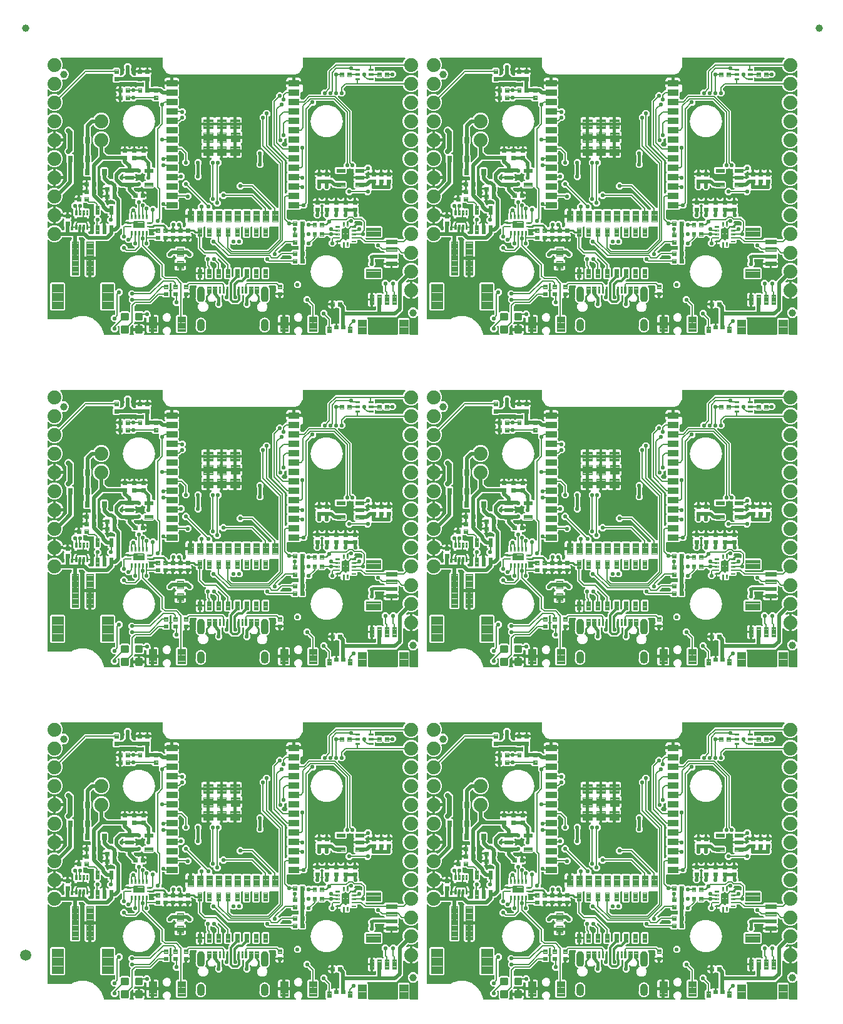
<source format=gtl>
G04 EAGLE Gerber RS-274X export*
G75*
%MOMM*%
%FSLAX34Y34*%
%LPD*%
%INTop Copper*%
%IPPOS*%
%AMOC8*
5,1,8,0,0,1.08239X$1,22.5*%
G01*
%ADD10C,0.102000*%
%ADD11C,0.300000*%
%ADD12C,0.099000*%
%ADD13C,0.100800*%
%ADD14C,1.000000*%
%ADD15C,0.654000*%
%ADD16C,0.100000*%
%ADD17C,0.096000*%
%ADD18C,0.102500*%
%ADD19C,0.200000*%
%ADD20C,0.106400*%
%ADD21C,0.104000*%
%ADD22C,1.879600*%
%ADD23C,1.500000*%
%ADD24C,0.254000*%
%ADD25C,0.554000*%
%ADD26C,0.406400*%
%ADD27C,0.152400*%
%ADD28C,0.508000*%
%ADD29C,0.635000*%
%ADD30C,0.304800*%

G36*
X701156Y1047790D02*
X701156Y1047790D01*
X701214Y1047792D01*
X701294Y1047817D01*
X701377Y1047834D01*
X701429Y1047861D01*
X701485Y1047879D01*
X701541Y1047919D01*
X701629Y1047965D01*
X701702Y1048034D01*
X701758Y1048074D01*
X702609Y1048925D01*
X702665Y1048933D01*
X702692Y1048945D01*
X702721Y1048950D01*
X702822Y1049003D01*
X702925Y1049049D01*
X702947Y1049068D01*
X702973Y1049081D01*
X703055Y1049159D01*
X703142Y1049232D01*
X703158Y1049257D01*
X703179Y1049277D01*
X703237Y1049375D01*
X703299Y1049469D01*
X703308Y1049497D01*
X703323Y1049523D01*
X703351Y1049632D01*
X703385Y1049740D01*
X703386Y1049770D01*
X703393Y1049798D01*
X703390Y1049911D01*
X703392Y1050024D01*
X703385Y1050053D01*
X703384Y1050082D01*
X703349Y1050190D01*
X703325Y1050282D01*
X703325Y1052718D01*
X703349Y1052741D01*
X703390Y1052795D01*
X703438Y1052843D01*
X703475Y1052908D01*
X703519Y1052968D01*
X703544Y1053032D01*
X703577Y1053091D01*
X703594Y1053164D01*
X703621Y1053234D01*
X703626Y1053302D01*
X703642Y1053368D01*
X703638Y1053443D01*
X703644Y1053517D01*
X703631Y1053584D01*
X703627Y1053652D01*
X703605Y1053711D01*
X703588Y1053796D01*
X703561Y1053849D01*
X703555Y1053872D01*
X703529Y1053916D01*
X703510Y1053966D01*
X703096Y1054683D01*
X702889Y1055455D01*
X702889Y1060829D01*
X708914Y1060829D01*
X708972Y1060837D01*
X709030Y1060835D01*
X709112Y1060857D01*
X709195Y1060869D01*
X709249Y1060893D01*
X709305Y1060907D01*
X709378Y1060950D01*
X709455Y1060985D01*
X709499Y1061023D01*
X709550Y1061053D01*
X709607Y1061114D01*
X709672Y1061169D01*
X709704Y1061217D01*
X709744Y1061260D01*
X709783Y1061335D01*
X709829Y1061405D01*
X709847Y1061461D01*
X709874Y1061513D01*
X709885Y1061581D01*
X709915Y1061676D01*
X709918Y1061776D01*
X709929Y1061844D01*
X709929Y1062861D01*
X710946Y1062861D01*
X711004Y1062869D01*
X711062Y1062868D01*
X711144Y1062889D01*
X711227Y1062901D01*
X711281Y1062925D01*
X711337Y1062939D01*
X711410Y1062982D01*
X711487Y1063017D01*
X711531Y1063055D01*
X711582Y1063085D01*
X711639Y1063146D01*
X711704Y1063201D01*
X711736Y1063249D01*
X711776Y1063292D01*
X711815Y1063367D01*
X711861Y1063437D01*
X711879Y1063493D01*
X711906Y1063545D01*
X711917Y1063613D01*
X711947Y1063708D01*
X711950Y1063808D01*
X711961Y1063876D01*
X711961Y1072901D01*
X714335Y1072901D01*
X715107Y1072694D01*
X715799Y1072294D01*
X715921Y1072172D01*
X715968Y1072137D01*
X716008Y1072094D01*
X716081Y1072052D01*
X716148Y1072001D01*
X716203Y1071980D01*
X716254Y1071951D01*
X716335Y1071930D01*
X716414Y1071900D01*
X716472Y1071895D01*
X716529Y1071880D01*
X716613Y1071883D01*
X716697Y1071876D01*
X716755Y1071888D01*
X716813Y1071890D01*
X716893Y1071915D01*
X716976Y1071932D01*
X717028Y1071959D01*
X717084Y1071977D01*
X717140Y1072017D01*
X717228Y1072063D01*
X717301Y1072132D01*
X717357Y1072172D01*
X717578Y1072393D01*
X719074Y1072393D01*
X719132Y1072401D01*
X719190Y1072399D01*
X719272Y1072421D01*
X719356Y1072433D01*
X719409Y1072456D01*
X719465Y1072471D01*
X719538Y1072514D01*
X719615Y1072549D01*
X719660Y1072587D01*
X719710Y1072616D01*
X719768Y1072678D01*
X719832Y1072732D01*
X719864Y1072781D01*
X719904Y1072824D01*
X719943Y1072899D01*
X719990Y1072969D01*
X720007Y1073025D01*
X720034Y1073077D01*
X720045Y1073145D01*
X720075Y1073240D01*
X720078Y1073340D01*
X720089Y1073408D01*
X720089Y1077679D01*
X722905Y1080495D01*
X722912Y1080494D01*
X723023Y1080517D01*
X723135Y1080533D01*
X723162Y1080545D01*
X723191Y1080550D01*
X723291Y1080602D01*
X723395Y1080649D01*
X723417Y1080668D01*
X723443Y1080681D01*
X723525Y1080759D01*
X723612Y1080832D01*
X723628Y1080857D01*
X723649Y1080877D01*
X723707Y1080975D01*
X723769Y1081069D01*
X723778Y1081097D01*
X723793Y1081122D01*
X723821Y1081232D01*
X723855Y1081340D01*
X723856Y1081370D01*
X723863Y1081398D01*
X723860Y1081511D01*
X723862Y1081624D01*
X723855Y1081653D01*
X723854Y1081682D01*
X723819Y1081790D01*
X723791Y1081899D01*
X723776Y1081925D01*
X723767Y1081953D01*
X723721Y1082016D01*
X723645Y1082144D01*
X723600Y1082187D01*
X723572Y1082226D01*
X704728Y1101070D01*
X704658Y1101122D01*
X704594Y1101182D01*
X704545Y1101208D01*
X704501Y1101241D01*
X704419Y1101272D01*
X704341Y1101312D01*
X704293Y1101320D01*
X704235Y1101342D01*
X704087Y1101354D01*
X704010Y1101367D01*
X701591Y1101367D01*
X698777Y1104181D01*
X698777Y1108159D01*
X701591Y1110973D01*
X705569Y1110973D01*
X708383Y1108159D01*
X708383Y1105740D01*
X708395Y1105654D01*
X708398Y1105566D01*
X708415Y1105513D01*
X708423Y1105459D01*
X708458Y1105379D01*
X708485Y1105296D01*
X708513Y1105256D01*
X708539Y1105199D01*
X708635Y1105086D01*
X708680Y1105022D01*
X732912Y1080790D01*
X732982Y1080738D01*
X733046Y1080678D01*
X733095Y1080652D01*
X733139Y1080619D01*
X733221Y1080588D01*
X733299Y1080548D01*
X733347Y1080540D01*
X733405Y1080518D01*
X733553Y1080506D01*
X733630Y1080493D01*
X736049Y1080493D01*
X738863Y1077679D01*
X738863Y1073408D01*
X738871Y1073350D01*
X738869Y1073292D01*
X738891Y1073210D01*
X738903Y1073126D01*
X738926Y1073073D01*
X738941Y1073017D01*
X738984Y1072944D01*
X739019Y1072867D01*
X739057Y1072822D01*
X739086Y1072772D01*
X739148Y1072714D01*
X739202Y1072650D01*
X739251Y1072618D01*
X739294Y1072578D01*
X739369Y1072539D01*
X739439Y1072492D01*
X739495Y1072475D01*
X739547Y1072448D01*
X739615Y1072437D01*
X739710Y1072407D01*
X739810Y1072404D01*
X739878Y1072393D01*
X740382Y1072393D01*
X740962Y1071813D01*
X741009Y1071778D01*
X741049Y1071735D01*
X741122Y1071692D01*
X741189Y1071642D01*
X741244Y1071621D01*
X741294Y1071591D01*
X741376Y1071571D01*
X741455Y1071541D01*
X741513Y1071536D01*
X741570Y1071521D01*
X741654Y1071524D01*
X741738Y1071517D01*
X741796Y1071528D01*
X741854Y1071530D01*
X741934Y1071556D01*
X742017Y1071573D01*
X742069Y1071600D01*
X742125Y1071618D01*
X742181Y1071658D01*
X742269Y1071704D01*
X742342Y1071773D01*
X742398Y1071813D01*
X742978Y1072393D01*
X753082Y1072393D01*
X753662Y1071813D01*
X753709Y1071778D01*
X753749Y1071735D01*
X753822Y1071692D01*
X753889Y1071642D01*
X753944Y1071621D01*
X753994Y1071591D01*
X754076Y1071571D01*
X754155Y1071541D01*
X754213Y1071536D01*
X754270Y1071521D01*
X754354Y1071524D01*
X754438Y1071517D01*
X754496Y1071528D01*
X754554Y1071530D01*
X754634Y1071556D01*
X754717Y1071573D01*
X754769Y1071600D01*
X754825Y1071618D01*
X754881Y1071658D01*
X754969Y1071704D01*
X755042Y1071773D01*
X755098Y1071813D01*
X755678Y1072393D01*
X765782Y1072393D01*
X766362Y1071813D01*
X766409Y1071778D01*
X766449Y1071735D01*
X766522Y1071692D01*
X766589Y1071642D01*
X766644Y1071621D01*
X766694Y1071591D01*
X766776Y1071571D01*
X766855Y1071541D01*
X766913Y1071536D01*
X766970Y1071521D01*
X767054Y1071524D01*
X767138Y1071517D01*
X767196Y1071528D01*
X767254Y1071530D01*
X767334Y1071556D01*
X767417Y1071573D01*
X767469Y1071600D01*
X767525Y1071618D01*
X767581Y1071658D01*
X767669Y1071704D01*
X767742Y1071773D01*
X767798Y1071813D01*
X768378Y1072393D01*
X778482Y1072393D01*
X779062Y1071813D01*
X779109Y1071778D01*
X779149Y1071735D01*
X779222Y1071692D01*
X779289Y1071642D01*
X779344Y1071621D01*
X779394Y1071591D01*
X779476Y1071571D01*
X779555Y1071541D01*
X779613Y1071536D01*
X779670Y1071521D01*
X779754Y1071524D01*
X779838Y1071517D01*
X779896Y1071528D01*
X779954Y1071530D01*
X780034Y1071556D01*
X780117Y1071573D01*
X780169Y1071600D01*
X780225Y1071618D01*
X780281Y1071658D01*
X780369Y1071704D01*
X780442Y1071773D01*
X780498Y1071813D01*
X781078Y1072393D01*
X791182Y1072393D01*
X791762Y1071813D01*
X791809Y1071778D01*
X791849Y1071735D01*
X791922Y1071692D01*
X791989Y1071642D01*
X792044Y1071621D01*
X792094Y1071591D01*
X792176Y1071571D01*
X792255Y1071541D01*
X792313Y1071536D01*
X792370Y1071521D01*
X792454Y1071524D01*
X792538Y1071517D01*
X792596Y1071528D01*
X792654Y1071530D01*
X792734Y1071556D01*
X792817Y1071573D01*
X792869Y1071600D01*
X792925Y1071618D01*
X792981Y1071658D01*
X793069Y1071704D01*
X793142Y1071773D01*
X793198Y1071813D01*
X793778Y1072393D01*
X803882Y1072393D01*
X804462Y1071813D01*
X804509Y1071778D01*
X804549Y1071735D01*
X804622Y1071692D01*
X804689Y1071642D01*
X804744Y1071621D01*
X804794Y1071591D01*
X804876Y1071571D01*
X804955Y1071541D01*
X805013Y1071536D01*
X805070Y1071521D01*
X805154Y1071524D01*
X805238Y1071517D01*
X805296Y1071528D01*
X805354Y1071530D01*
X805434Y1071556D01*
X805517Y1071573D01*
X805569Y1071600D01*
X805625Y1071618D01*
X805681Y1071658D01*
X805769Y1071704D01*
X805842Y1071773D01*
X805898Y1071813D01*
X806689Y1072603D01*
X806724Y1072650D01*
X806766Y1072690D01*
X806809Y1072763D01*
X806859Y1072831D01*
X806880Y1072885D01*
X806910Y1072936D01*
X806931Y1073017D01*
X806961Y1073096D01*
X806966Y1073155D01*
X806980Y1073211D01*
X806977Y1073295D01*
X806984Y1073379D01*
X806973Y1073437D01*
X806971Y1073495D01*
X806945Y1073575D01*
X806928Y1073658D01*
X806901Y1073710D01*
X806883Y1073766D01*
X806843Y1073822D01*
X806797Y1073911D01*
X806729Y1073983D01*
X806689Y1074039D01*
X792890Y1087838D01*
X792820Y1087890D01*
X792756Y1087950D01*
X792707Y1087976D01*
X792663Y1088009D01*
X792581Y1088040D01*
X792503Y1088080D01*
X792455Y1088088D01*
X792397Y1088110D01*
X792249Y1088122D01*
X792172Y1088135D01*
X758798Y1088135D01*
X758711Y1088123D01*
X758624Y1088120D01*
X758571Y1088103D01*
X758516Y1088095D01*
X758437Y1088060D01*
X758353Y1088033D01*
X758314Y1088005D01*
X758257Y1087979D01*
X758144Y1087883D01*
X758080Y1087838D01*
X756369Y1086127D01*
X752391Y1086127D01*
X750478Y1088040D01*
X750454Y1088058D01*
X750435Y1088080D01*
X750341Y1088143D01*
X750251Y1088211D01*
X750223Y1088221D01*
X750199Y1088238D01*
X750091Y1088272D01*
X749985Y1088312D01*
X749956Y1088315D01*
X749928Y1088323D01*
X749814Y1088326D01*
X749702Y1088336D01*
X749673Y1088330D01*
X749644Y1088331D01*
X749534Y1088302D01*
X749423Y1088280D01*
X749397Y1088266D01*
X749369Y1088259D01*
X749271Y1088201D01*
X749171Y1088149D01*
X749149Y1088129D01*
X749124Y1088114D01*
X749047Y1088031D01*
X748965Y1087953D01*
X748950Y1087928D01*
X748930Y1087906D01*
X748878Y1087806D01*
X748821Y1087708D01*
X748814Y1087679D01*
X748800Y1087653D01*
X748787Y1087576D01*
X748751Y1087432D01*
X748753Y1087370D01*
X748745Y1087322D01*
X748745Y1085188D01*
X748757Y1085101D01*
X748760Y1085014D01*
X748777Y1084961D01*
X748785Y1084906D01*
X748820Y1084827D01*
X748847Y1084743D01*
X748875Y1084704D01*
X748901Y1084647D01*
X748997Y1084534D01*
X749042Y1084470D01*
X750753Y1082759D01*
X750753Y1078781D01*
X747939Y1075967D01*
X743961Y1075967D01*
X741147Y1078781D01*
X741147Y1080032D01*
X741139Y1080090D01*
X741141Y1080148D01*
X741119Y1080230D01*
X741107Y1080314D01*
X741084Y1080367D01*
X741069Y1080423D01*
X741026Y1080496D01*
X740991Y1080573D01*
X740953Y1080618D01*
X740924Y1080668D01*
X740862Y1080726D01*
X740808Y1080790D01*
X740759Y1080822D01*
X740716Y1080862D01*
X740641Y1080901D01*
X740571Y1080948D01*
X740515Y1080965D01*
X740463Y1080992D01*
X740395Y1081003D01*
X740300Y1081033D01*
X740200Y1081036D01*
X740132Y1081047D01*
X738421Y1081047D01*
X735607Y1083861D01*
X735607Y1087839D01*
X737318Y1089550D01*
X737370Y1089620D01*
X737430Y1089684D01*
X737456Y1089733D01*
X737489Y1089777D01*
X737520Y1089859D01*
X737560Y1089937D01*
X737568Y1089984D01*
X737590Y1090043D01*
X737602Y1090191D01*
X737615Y1090268D01*
X737615Y1130962D01*
X737603Y1131049D01*
X737600Y1131136D01*
X737583Y1131189D01*
X737575Y1131244D01*
X737540Y1131323D01*
X737513Y1131407D01*
X737485Y1131446D01*
X737459Y1131503D01*
X737363Y1131616D01*
X737318Y1131680D01*
X735607Y1133391D01*
X735607Y1137369D01*
X738364Y1140126D01*
X738382Y1140150D01*
X738404Y1140169D01*
X738467Y1140263D01*
X738535Y1140353D01*
X738545Y1140381D01*
X738562Y1140405D01*
X738596Y1140513D01*
X738636Y1140619D01*
X738639Y1140648D01*
X738647Y1140676D01*
X738650Y1140790D01*
X738660Y1140902D01*
X738654Y1140931D01*
X738655Y1140960D01*
X738626Y1141070D01*
X738604Y1141181D01*
X738590Y1141207D01*
X738583Y1141235D01*
X738525Y1141333D01*
X738473Y1141433D01*
X738453Y1141455D01*
X738438Y1141480D01*
X738355Y1141557D01*
X738277Y1141639D01*
X738252Y1141654D01*
X738230Y1141674D01*
X738130Y1141726D01*
X738032Y1141783D01*
X738003Y1141790D01*
X737977Y1141804D01*
X737900Y1141817D01*
X737756Y1141853D01*
X737694Y1141851D01*
X737646Y1141859D01*
X735651Y1141859D01*
X735651Y1149019D01*
X743387Y1149019D01*
X743443Y1149001D01*
X743495Y1148974D01*
X743563Y1148963D01*
X743658Y1148933D01*
X743758Y1148930D01*
X743826Y1148919D01*
X749889Y1148919D01*
X749889Y1141732D01*
X749802Y1141719D01*
X749776Y1141707D01*
X749747Y1141702D01*
X749646Y1141649D01*
X749543Y1141603D01*
X749521Y1141584D01*
X749494Y1141571D01*
X749412Y1141493D01*
X749326Y1141420D01*
X749310Y1141395D01*
X749288Y1141375D01*
X749231Y1141277D01*
X749168Y1141183D01*
X749159Y1141155D01*
X749145Y1141130D01*
X749117Y1141020D01*
X749083Y1140912D01*
X749082Y1140882D01*
X749075Y1140854D01*
X749078Y1140741D01*
X749075Y1140628D01*
X749083Y1140599D01*
X749084Y1140570D01*
X749118Y1140462D01*
X749147Y1140353D01*
X749162Y1140327D01*
X749171Y1140299D01*
X749217Y1140236D01*
X749292Y1140108D01*
X749338Y1140065D01*
X749366Y1140026D01*
X752023Y1137369D01*
X752023Y1133391D01*
X749042Y1130410D01*
X748990Y1130340D01*
X748930Y1130276D01*
X748904Y1130227D01*
X748871Y1130183D01*
X748840Y1130101D01*
X748800Y1130023D01*
X748792Y1129976D01*
X748770Y1129917D01*
X748760Y1129797D01*
X748759Y1129793D01*
X748758Y1129777D01*
X748758Y1129769D01*
X748745Y1129692D01*
X748745Y1094538D01*
X748749Y1094509D01*
X748746Y1094480D01*
X748769Y1094368D01*
X748785Y1094256D01*
X748797Y1094230D01*
X748802Y1094201D01*
X748855Y1094100D01*
X748901Y1093997D01*
X748920Y1093975D01*
X748933Y1093948D01*
X749011Y1093866D01*
X749084Y1093780D01*
X749109Y1093764D01*
X749129Y1093742D01*
X749227Y1093685D01*
X749321Y1093622D01*
X749349Y1093613D01*
X749374Y1093599D01*
X749484Y1093571D01*
X749592Y1093537D01*
X749622Y1093536D01*
X749650Y1093529D01*
X749763Y1093532D01*
X749876Y1093529D01*
X749905Y1093537D01*
X749934Y1093538D01*
X750042Y1093573D01*
X750151Y1093601D01*
X750177Y1093616D01*
X750205Y1093625D01*
X750268Y1093671D01*
X750396Y1093746D01*
X750439Y1093792D01*
X750478Y1093820D01*
X752391Y1095733D01*
X756369Y1095733D01*
X758080Y1094022D01*
X758150Y1093970D01*
X758214Y1093910D01*
X758263Y1093884D01*
X758307Y1093851D01*
X758389Y1093820D01*
X758467Y1093780D01*
X758514Y1093772D01*
X758573Y1093750D01*
X758721Y1093738D01*
X758798Y1093725D01*
X794908Y1093725D01*
X814325Y1074308D01*
X814325Y1073408D01*
X814333Y1073350D01*
X814331Y1073292D01*
X814353Y1073210D01*
X814365Y1073126D01*
X814388Y1073073D01*
X814403Y1073017D01*
X814446Y1072944D01*
X814481Y1072867D01*
X814519Y1072822D01*
X814548Y1072772D01*
X814610Y1072714D01*
X814664Y1072650D01*
X814713Y1072618D01*
X814756Y1072578D01*
X814831Y1072539D01*
X814901Y1072492D01*
X814957Y1072475D01*
X815009Y1072448D01*
X815077Y1072437D01*
X815172Y1072407D01*
X815272Y1072404D01*
X815340Y1072393D01*
X816582Y1072393D01*
X817162Y1071813D01*
X817209Y1071778D01*
X817249Y1071735D01*
X817322Y1071692D01*
X817389Y1071642D01*
X817444Y1071621D01*
X817494Y1071591D01*
X817576Y1071571D01*
X817655Y1071541D01*
X817713Y1071536D01*
X817770Y1071521D01*
X817854Y1071524D01*
X817938Y1071517D01*
X817996Y1071528D01*
X818054Y1071530D01*
X818134Y1071556D01*
X818217Y1071573D01*
X818269Y1071600D01*
X818325Y1071618D01*
X818381Y1071658D01*
X818469Y1071704D01*
X818542Y1071773D01*
X818598Y1071813D01*
X819389Y1072603D01*
X819424Y1072650D01*
X819466Y1072690D01*
X819509Y1072763D01*
X819559Y1072831D01*
X819580Y1072885D01*
X819610Y1072936D01*
X819631Y1073017D01*
X819661Y1073096D01*
X819666Y1073155D01*
X819680Y1073211D01*
X819677Y1073295D01*
X819684Y1073379D01*
X819673Y1073437D01*
X819671Y1073495D01*
X819645Y1073575D01*
X819628Y1073658D01*
X819601Y1073710D01*
X819583Y1073766D01*
X819543Y1073822D01*
X819497Y1073911D01*
X819429Y1073983D01*
X819389Y1074039D01*
X792890Y1100538D01*
X792820Y1100590D01*
X792756Y1100650D01*
X792707Y1100676D01*
X792663Y1100709D01*
X792581Y1100740D01*
X792503Y1100780D01*
X792455Y1100788D01*
X792397Y1100810D01*
X792249Y1100822D01*
X792172Y1100835D01*
X781658Y1100835D01*
X781571Y1100823D01*
X781484Y1100820D01*
X781431Y1100803D01*
X781376Y1100795D01*
X781297Y1100760D01*
X781213Y1100733D01*
X781174Y1100705D01*
X781117Y1100679D01*
X781004Y1100583D01*
X780940Y1100538D01*
X779229Y1098827D01*
X775251Y1098827D01*
X772437Y1101641D01*
X772437Y1105619D01*
X775251Y1108433D01*
X779229Y1108433D01*
X780940Y1106722D01*
X781010Y1106670D01*
X781074Y1106610D01*
X781123Y1106584D01*
X781167Y1106551D01*
X781249Y1106520D01*
X781327Y1106480D01*
X781374Y1106472D01*
X781433Y1106450D01*
X781581Y1106438D01*
X781658Y1106425D01*
X794908Y1106425D01*
X827068Y1074264D01*
X827092Y1074247D01*
X827111Y1074224D01*
X827205Y1074161D01*
X827295Y1074093D01*
X827323Y1074083D01*
X827347Y1074067D01*
X827455Y1074032D01*
X827561Y1073992D01*
X827590Y1073990D01*
X827618Y1073981D01*
X827732Y1073978D01*
X827844Y1073969D01*
X827873Y1073974D01*
X827902Y1073974D01*
X828012Y1074002D01*
X828123Y1074024D01*
X828149Y1074038D01*
X828177Y1074045D01*
X828275Y1074103D01*
X828375Y1074155D01*
X828397Y1074176D01*
X828422Y1074191D01*
X828499Y1074273D01*
X828581Y1074351D01*
X828596Y1074377D01*
X828616Y1074398D01*
X828668Y1074499D01*
X828725Y1074596D01*
X828732Y1074625D01*
X828746Y1074651D01*
X828759Y1074728D01*
X828795Y1074872D01*
X828793Y1074934D01*
X828801Y1074982D01*
X828801Y1132644D01*
X828789Y1132731D01*
X828786Y1132818D01*
X828769Y1132871D01*
X828761Y1132926D01*
X828726Y1133006D01*
X828699Y1133089D01*
X828671Y1133128D01*
X828645Y1133185D01*
X828572Y1133272D01*
X828551Y1133306D01*
X828528Y1133328D01*
X828504Y1133362D01*
X805203Y1156663D01*
X805203Y1191922D01*
X805191Y1192009D01*
X805188Y1192096D01*
X805171Y1192149D01*
X805163Y1192204D01*
X805128Y1192283D01*
X805101Y1192367D01*
X805073Y1192406D01*
X805047Y1192463D01*
X804951Y1192576D01*
X804906Y1192640D01*
X803195Y1194351D01*
X803195Y1198329D01*
X806009Y1201143D01*
X806982Y1201143D01*
X807040Y1201151D01*
X807098Y1201149D01*
X807180Y1201171D01*
X807264Y1201183D01*
X807317Y1201206D01*
X807373Y1201221D01*
X807446Y1201264D01*
X807523Y1201299D01*
X807568Y1201337D01*
X807618Y1201366D01*
X807676Y1201428D01*
X807740Y1201482D01*
X807772Y1201531D01*
X807812Y1201574D01*
X807851Y1201649D01*
X807898Y1201719D01*
X807915Y1201775D01*
X807942Y1201827D01*
X807953Y1201895D01*
X807983Y1201990D01*
X807986Y1202090D01*
X807997Y1202158D01*
X807997Y1203687D01*
X810811Y1206501D01*
X814789Y1206501D01*
X817603Y1203687D01*
X817603Y1199709D01*
X815892Y1197998D01*
X815840Y1197928D01*
X815780Y1197864D01*
X815754Y1197815D01*
X815721Y1197771D01*
X815690Y1197689D01*
X815650Y1197611D01*
X815642Y1197564D01*
X815620Y1197505D01*
X815608Y1197357D01*
X815595Y1197280D01*
X815595Y1159818D01*
X815607Y1159732D01*
X815610Y1159644D01*
X815627Y1159591D01*
X815635Y1159537D01*
X815670Y1159457D01*
X815697Y1159374D01*
X815725Y1159334D01*
X815751Y1159277D01*
X815847Y1159164D01*
X815892Y1159100D01*
X835250Y1139742D01*
X837185Y1137808D01*
X837185Y1094270D01*
X837193Y1094212D01*
X837191Y1094154D01*
X837213Y1094072D01*
X837225Y1093988D01*
X837248Y1093935D01*
X837263Y1093879D01*
X837306Y1093806D01*
X837341Y1093729D01*
X837379Y1093684D01*
X837408Y1093634D01*
X837470Y1093576D01*
X837524Y1093512D01*
X837573Y1093480D01*
X837616Y1093440D01*
X837691Y1093401D01*
X837761Y1093354D01*
X837817Y1093337D01*
X837869Y1093310D01*
X837937Y1093299D01*
X838032Y1093269D01*
X838132Y1093266D01*
X838200Y1093255D01*
X838912Y1093255D01*
X838970Y1093263D01*
X839028Y1093261D01*
X839110Y1093283D01*
X839194Y1093295D01*
X839247Y1093318D01*
X839303Y1093333D01*
X839376Y1093376D01*
X839453Y1093411D01*
X839498Y1093449D01*
X839548Y1093478D01*
X839606Y1093540D01*
X839670Y1093594D01*
X839702Y1093643D01*
X839742Y1093686D01*
X839781Y1093761D01*
X839828Y1093831D01*
X839845Y1093887D01*
X839872Y1093939D01*
X839883Y1094007D01*
X839913Y1094102D01*
X839916Y1094202D01*
X839927Y1094270D01*
X839927Y1095512D01*
X840507Y1096092D01*
X840542Y1096139D01*
X840585Y1096179D01*
X840628Y1096252D01*
X840678Y1096319D01*
X840699Y1096374D01*
X840729Y1096424D01*
X840749Y1096506D01*
X840779Y1096585D01*
X840784Y1096643D01*
X840799Y1096700D01*
X840796Y1096784D01*
X840803Y1096868D01*
X840792Y1096926D01*
X840790Y1096984D01*
X840764Y1097064D01*
X840747Y1097147D01*
X840720Y1097199D01*
X840702Y1097255D01*
X840662Y1097311D01*
X840616Y1097399D01*
X840547Y1097472D01*
X840507Y1097528D01*
X839927Y1098108D01*
X839927Y1108212D01*
X840507Y1108792D01*
X840542Y1108839D01*
X840585Y1108879D01*
X840628Y1108952D01*
X840678Y1109019D01*
X840699Y1109074D01*
X840729Y1109124D01*
X840749Y1109206D01*
X840779Y1109285D01*
X840784Y1109343D01*
X840799Y1109400D01*
X840796Y1109484D01*
X840803Y1109568D01*
X840792Y1109626D01*
X840790Y1109684D01*
X840764Y1109764D01*
X840747Y1109847D01*
X840720Y1109899D01*
X840702Y1109955D01*
X840662Y1110011D01*
X840616Y1110099D01*
X840547Y1110172D01*
X840507Y1110228D01*
X839927Y1110808D01*
X839927Y1120912D01*
X840507Y1121492D01*
X840542Y1121539D01*
X840585Y1121579D01*
X840628Y1121652D01*
X840678Y1121719D01*
X840699Y1121774D01*
X840729Y1121824D01*
X840749Y1121906D01*
X840779Y1121985D01*
X840784Y1122043D01*
X840799Y1122100D01*
X840796Y1122184D01*
X840803Y1122268D01*
X840792Y1122326D01*
X840790Y1122384D01*
X840764Y1122464D01*
X840747Y1122547D01*
X840720Y1122599D01*
X840702Y1122655D01*
X840662Y1122711D01*
X840616Y1122799D01*
X840547Y1122872D01*
X840507Y1122928D01*
X839927Y1123508D01*
X839927Y1133612D01*
X840507Y1134192D01*
X840542Y1134239D01*
X840585Y1134279D01*
X840628Y1134352D01*
X840678Y1134419D01*
X840699Y1134474D01*
X840729Y1134524D01*
X840749Y1134606D01*
X840779Y1134685D01*
X840784Y1134743D01*
X840799Y1134800D01*
X840796Y1134884D01*
X840803Y1134968D01*
X840792Y1135026D01*
X840790Y1135084D01*
X840764Y1135164D01*
X840747Y1135247D01*
X840720Y1135299D01*
X840702Y1135355D01*
X840662Y1135411D01*
X840616Y1135499D01*
X840547Y1135572D01*
X840507Y1135628D01*
X839927Y1136208D01*
X839927Y1138170D01*
X839915Y1138256D01*
X839912Y1138344D01*
X839895Y1138397D01*
X839887Y1138451D01*
X839852Y1138531D01*
X839825Y1138614D01*
X839797Y1138654D01*
X839771Y1138711D01*
X839675Y1138824D01*
X839630Y1138888D01*
X822100Y1156418D01*
X820165Y1158352D01*
X820165Y1219088D01*
X825480Y1224402D01*
X825532Y1224472D01*
X825592Y1224536D01*
X825618Y1224585D01*
X825651Y1224629D01*
X825682Y1224711D01*
X825722Y1224789D01*
X825730Y1224837D01*
X825752Y1224895D01*
X825764Y1225043D01*
X825777Y1225120D01*
X825777Y1227539D01*
X828591Y1230353D01*
X832569Y1230353D01*
X833337Y1229585D01*
X833384Y1229550D01*
X833424Y1229507D01*
X833497Y1229465D01*
X833564Y1229414D01*
X833619Y1229393D01*
X833670Y1229364D01*
X833751Y1229343D01*
X833830Y1229313D01*
X833888Y1229308D01*
X833945Y1229294D01*
X834029Y1229296D01*
X834113Y1229289D01*
X834171Y1229301D01*
X834229Y1229303D01*
X834310Y1229329D01*
X834392Y1229345D01*
X834444Y1229372D01*
X834500Y1229390D01*
X834556Y1229430D01*
X834644Y1229476D01*
X834717Y1229545D01*
X834773Y1229586D01*
X834800Y1229612D01*
X836208Y1231020D01*
X838142Y1232955D01*
X838912Y1232955D01*
X838970Y1232963D01*
X839028Y1232961D01*
X839110Y1232983D01*
X839194Y1232995D01*
X839247Y1233018D01*
X839303Y1233033D01*
X839376Y1233076D01*
X839453Y1233111D01*
X839498Y1233149D01*
X839548Y1233178D01*
X839606Y1233240D01*
X839670Y1233294D01*
X839702Y1233343D01*
X839742Y1233386D01*
X839781Y1233461D01*
X839828Y1233531D01*
X839845Y1233587D01*
X839872Y1233639D01*
X839883Y1233707D01*
X839913Y1233802D01*
X839916Y1233902D01*
X839927Y1233970D01*
X839927Y1235212D01*
X840148Y1235433D01*
X840183Y1235480D01*
X840226Y1235520D01*
X840268Y1235593D01*
X840319Y1235660D01*
X840340Y1235715D01*
X840369Y1235765D01*
X840390Y1235847D01*
X840420Y1235926D01*
X840425Y1235984D01*
X840440Y1236041D01*
X840437Y1236125D01*
X840444Y1236209D01*
X840432Y1236266D01*
X840430Y1236325D01*
X840405Y1236405D01*
X840388Y1236488D01*
X840361Y1236540D01*
X840343Y1236595D01*
X840303Y1236651D01*
X840257Y1236740D01*
X840188Y1236813D01*
X840148Y1236869D01*
X840026Y1236991D01*
X839626Y1237683D01*
X839419Y1238455D01*
X839419Y1240829D01*
X848444Y1240829D01*
X848502Y1240837D01*
X848560Y1240835D01*
X848642Y1240857D01*
X848725Y1240869D01*
X848779Y1240893D01*
X848835Y1240907D01*
X848908Y1240950D01*
X848985Y1240985D01*
X849029Y1241023D01*
X849080Y1241053D01*
X849137Y1241114D01*
X849202Y1241169D01*
X849234Y1241217D01*
X849274Y1241260D01*
X849313Y1241335D01*
X849359Y1241405D01*
X849377Y1241461D01*
X849404Y1241513D01*
X849415Y1241581D01*
X849445Y1241676D01*
X849448Y1241776D01*
X849459Y1241844D01*
X849459Y1242861D01*
X849461Y1242861D01*
X849461Y1241844D01*
X849469Y1241786D01*
X849468Y1241728D01*
X849489Y1241646D01*
X849501Y1241563D01*
X849525Y1241509D01*
X849539Y1241453D01*
X849582Y1241380D01*
X849617Y1241303D01*
X849655Y1241258D01*
X849685Y1241208D01*
X849746Y1241150D01*
X849801Y1241086D01*
X849849Y1241054D01*
X849892Y1241014D01*
X849967Y1240975D01*
X850037Y1240929D01*
X850093Y1240911D01*
X850145Y1240884D01*
X850213Y1240873D01*
X850308Y1240843D01*
X850408Y1240840D01*
X850476Y1240829D01*
X859971Y1240829D01*
X860007Y1240810D01*
X860077Y1240763D01*
X860133Y1240746D01*
X860185Y1240719D01*
X860253Y1240708D01*
X860348Y1240678D01*
X860448Y1240675D01*
X860516Y1240664D01*
X860790Y1240664D01*
X862204Y1239250D01*
X862204Y1232170D01*
X860790Y1230756D01*
X860008Y1230756D01*
X859950Y1230748D01*
X859892Y1230750D01*
X859810Y1230728D01*
X859726Y1230716D01*
X859673Y1230693D01*
X859617Y1230678D01*
X859544Y1230635D01*
X859467Y1230600D01*
X859422Y1230562D01*
X859372Y1230533D01*
X859314Y1230471D01*
X859250Y1230417D01*
X859218Y1230368D01*
X859178Y1230325D01*
X859139Y1230250D01*
X859092Y1230180D01*
X859075Y1230124D01*
X859048Y1230072D01*
X859037Y1230004D01*
X859007Y1229909D01*
X859004Y1229809D01*
X858993Y1229741D01*
X858993Y1225108D01*
X858413Y1224528D01*
X858378Y1224481D01*
X858335Y1224441D01*
X858292Y1224368D01*
X858242Y1224301D01*
X858221Y1224246D01*
X858191Y1224196D01*
X858171Y1224114D01*
X858141Y1224035D01*
X858136Y1223977D01*
X858121Y1223920D01*
X858124Y1223836D01*
X858117Y1223752D01*
X858128Y1223694D01*
X858130Y1223636D01*
X858156Y1223556D01*
X858173Y1223473D01*
X858200Y1223421D01*
X858218Y1223365D01*
X858258Y1223309D01*
X858304Y1223221D01*
X858373Y1223148D01*
X858413Y1223092D01*
X858993Y1222512D01*
X858993Y1221270D01*
X859001Y1221212D01*
X858999Y1221154D01*
X859021Y1221072D01*
X859033Y1220988D01*
X859056Y1220935D01*
X859071Y1220879D01*
X859114Y1220806D01*
X859149Y1220729D01*
X859187Y1220684D01*
X859216Y1220634D01*
X859278Y1220576D01*
X859332Y1220512D01*
X859381Y1220480D01*
X859424Y1220440D01*
X859499Y1220401D01*
X859569Y1220354D01*
X859625Y1220337D01*
X859677Y1220310D01*
X859745Y1220299D01*
X859840Y1220269D01*
X859940Y1220266D01*
X860008Y1220255D01*
X861961Y1220255D01*
X862048Y1220267D01*
X862135Y1220270D01*
X862188Y1220287D01*
X862243Y1220295D01*
X862323Y1220330D01*
X862406Y1220357D01*
X862445Y1220385D01*
X862502Y1220411D01*
X862616Y1220507D01*
X862679Y1220552D01*
X869456Y1227329D01*
X885722Y1227329D01*
X885780Y1227337D01*
X885838Y1227335D01*
X885920Y1227357D01*
X886004Y1227369D01*
X886057Y1227392D01*
X886113Y1227407D01*
X886186Y1227450D01*
X886263Y1227485D01*
X886308Y1227523D01*
X886358Y1227552D01*
X886416Y1227614D01*
X886480Y1227668D01*
X886512Y1227717D01*
X886552Y1227760D01*
X886591Y1227835D01*
X886638Y1227905D01*
X886655Y1227961D01*
X886682Y1228013D01*
X886693Y1228081D01*
X886723Y1228176D01*
X886726Y1228276D01*
X886737Y1228344D01*
X886737Y1231349D01*
X889551Y1234163D01*
X891970Y1234163D01*
X892056Y1234175D01*
X892144Y1234178D01*
X892197Y1234195D01*
X892251Y1234203D01*
X892331Y1234238D01*
X892414Y1234265D01*
X892454Y1234293D01*
X892511Y1234319D01*
X892624Y1234415D01*
X892688Y1234460D01*
X894798Y1236570D01*
X894850Y1236640D01*
X894910Y1236704D01*
X894936Y1236753D01*
X894969Y1236797D01*
X895000Y1236879D01*
X895040Y1236957D01*
X895048Y1237005D01*
X895070Y1237063D01*
X895082Y1237211D01*
X895095Y1237288D01*
X895095Y1259728D01*
X905622Y1270255D01*
X996487Y1270255D01*
X996488Y1270255D01*
X996490Y1270255D01*
X996629Y1270275D01*
X996768Y1270295D01*
X996770Y1270295D01*
X996771Y1270295D01*
X996897Y1270352D01*
X997028Y1270411D01*
X997029Y1270412D01*
X997030Y1270413D01*
X997137Y1270504D01*
X997245Y1270594D01*
X997245Y1270596D01*
X997247Y1270597D01*
X997255Y1270610D01*
X997402Y1270831D01*
X997411Y1270860D01*
X997425Y1270881D01*
X998689Y1273935D01*
X1000133Y1275378D01*
X1000150Y1275402D01*
X1000173Y1275421D01*
X1000235Y1275515D01*
X1000304Y1275605D01*
X1000314Y1275633D01*
X1000330Y1275657D01*
X1000364Y1275765D01*
X1000405Y1275871D01*
X1000407Y1275900D01*
X1000416Y1275928D01*
X1000419Y1276042D01*
X1000428Y1276154D01*
X1000423Y1276183D01*
X1000423Y1276212D01*
X1000395Y1276322D01*
X1000372Y1276433D01*
X1000359Y1276459D01*
X1000352Y1276487D01*
X1000294Y1276585D01*
X1000241Y1276685D01*
X1000221Y1276707D01*
X1000206Y1276732D01*
X1000124Y1276809D01*
X1000046Y1276891D01*
X1000020Y1276906D01*
X999999Y1276926D01*
X999898Y1276978D01*
X999800Y1277035D01*
X999772Y1277042D01*
X999746Y1277056D01*
X999668Y1277069D01*
X999525Y1277105D01*
X999462Y1277103D01*
X999415Y1277111D01*
X862584Y1277111D01*
X862526Y1277103D01*
X862468Y1277105D01*
X862386Y1277083D01*
X862302Y1277071D01*
X862249Y1277048D01*
X862193Y1277033D01*
X862120Y1276990D01*
X862043Y1276955D01*
X861998Y1276917D01*
X861948Y1276888D01*
X861890Y1276826D01*
X861826Y1276772D01*
X861794Y1276723D01*
X861754Y1276680D01*
X861715Y1276605D01*
X861668Y1276535D01*
X861651Y1276479D01*
X861624Y1276427D01*
X861613Y1276359D01*
X861583Y1276264D01*
X861580Y1276164D01*
X861569Y1276096D01*
X861569Y1264833D01*
X859558Y1259978D01*
X857802Y1258222D01*
X857750Y1258152D01*
X857690Y1258088D01*
X857688Y1258086D01*
X857662Y1258063D01*
X857598Y1258018D01*
X855842Y1256262D01*
X850987Y1254251D01*
X683173Y1254251D01*
X678318Y1256262D01*
X676562Y1258018D01*
X676492Y1258070D01*
X676428Y1258130D01*
X676426Y1258132D01*
X676404Y1258158D01*
X676390Y1258182D01*
X676380Y1258191D01*
X676358Y1258222D01*
X674602Y1259978D01*
X672591Y1264833D01*
X672591Y1276096D01*
X672583Y1276154D01*
X672585Y1276212D01*
X672563Y1276294D01*
X672551Y1276378D01*
X672528Y1276431D01*
X672513Y1276487D01*
X672470Y1276560D01*
X672435Y1276637D01*
X672397Y1276682D01*
X672368Y1276732D01*
X672306Y1276790D01*
X672252Y1276854D01*
X672203Y1276886D01*
X672160Y1276926D01*
X672085Y1276965D01*
X672015Y1277012D01*
X671959Y1277029D01*
X671907Y1277056D01*
X671839Y1277067D01*
X671744Y1277097D01*
X671644Y1277100D01*
X671576Y1277111D01*
X534745Y1277111D01*
X534716Y1277107D01*
X534687Y1277110D01*
X534576Y1277087D01*
X534464Y1277071D01*
X534437Y1277059D01*
X534408Y1277054D01*
X534308Y1277001D01*
X534204Y1276955D01*
X534182Y1276936D01*
X534156Y1276923D01*
X534074Y1276845D01*
X533987Y1276772D01*
X533971Y1276747D01*
X533950Y1276727D01*
X533893Y1276629D01*
X533830Y1276535D01*
X533821Y1276507D01*
X533806Y1276482D01*
X533778Y1276372D01*
X533744Y1276264D01*
X533743Y1276234D01*
X533736Y1276206D01*
X533740Y1276093D01*
X533737Y1275980D01*
X533744Y1275951D01*
X533745Y1275922D01*
X533780Y1275814D01*
X533808Y1275705D01*
X533823Y1275679D01*
X533832Y1275651D01*
X533878Y1275587D01*
X533954Y1275460D01*
X533999Y1275417D01*
X534027Y1275378D01*
X535471Y1273935D01*
X537211Y1269734D01*
X537211Y1265186D01*
X536387Y1263197D01*
X536358Y1263085D01*
X536323Y1262976D01*
X536322Y1262948D01*
X536316Y1262921D01*
X536319Y1262807D01*
X536316Y1262692D01*
X536323Y1262665D01*
X536324Y1262637D01*
X536359Y1262528D01*
X536388Y1262417D01*
X536402Y1262393D01*
X536410Y1262366D01*
X536474Y1262271D01*
X536533Y1262172D01*
X536553Y1262153D01*
X536569Y1262130D01*
X536657Y1262056D01*
X536740Y1261978D01*
X536765Y1261965D01*
X536786Y1261947D01*
X536891Y1261901D01*
X536993Y1261848D01*
X537018Y1261844D01*
X537046Y1261832D01*
X537310Y1261795D01*
X537324Y1261793D01*
X539879Y1261793D01*
X542464Y1260722D01*
X544442Y1258744D01*
X545513Y1256159D01*
X545513Y1253361D01*
X544442Y1250776D01*
X542464Y1248798D01*
X539879Y1247727D01*
X537324Y1247727D01*
X537211Y1247711D01*
X537096Y1247701D01*
X537070Y1247691D01*
X537043Y1247687D01*
X536938Y1247640D01*
X536831Y1247599D01*
X536809Y1247583D01*
X536784Y1247571D01*
X536696Y1247497D01*
X536604Y1247428D01*
X536588Y1247405D01*
X536567Y1247388D01*
X536503Y1247292D01*
X536434Y1247200D01*
X536424Y1247174D01*
X536409Y1247151D01*
X536374Y1247041D01*
X536334Y1246934D01*
X536332Y1246906D01*
X536323Y1246880D01*
X536320Y1246765D01*
X536311Y1246651D01*
X536317Y1246626D01*
X536316Y1246596D01*
X536383Y1246339D01*
X536387Y1246323D01*
X537211Y1244334D01*
X537211Y1239786D01*
X535470Y1235585D01*
X532255Y1232370D01*
X528054Y1230629D01*
X523506Y1230629D01*
X519305Y1232369D01*
X517862Y1233813D01*
X517838Y1233830D01*
X517819Y1233853D01*
X517725Y1233915D01*
X517635Y1233984D01*
X517607Y1233994D01*
X517583Y1234010D01*
X517475Y1234044D01*
X517369Y1234085D01*
X517340Y1234087D01*
X517312Y1234096D01*
X517198Y1234099D01*
X517086Y1234108D01*
X517057Y1234103D01*
X517028Y1234103D01*
X516918Y1234075D01*
X516807Y1234052D01*
X516781Y1234039D01*
X516753Y1234032D01*
X516655Y1233974D01*
X516555Y1233921D01*
X516533Y1233901D01*
X516508Y1233886D01*
X516431Y1233804D01*
X516349Y1233726D01*
X516334Y1233700D01*
X516314Y1233679D01*
X516262Y1233578D01*
X516205Y1233480D01*
X516198Y1233452D01*
X516184Y1233426D01*
X516171Y1233348D01*
X516135Y1233205D01*
X516137Y1233142D01*
X516129Y1233095D01*
X516129Y1225625D01*
X516133Y1225596D01*
X516130Y1225567D01*
X516153Y1225456D01*
X516169Y1225344D01*
X516181Y1225317D01*
X516186Y1225288D01*
X516239Y1225188D01*
X516285Y1225084D01*
X516304Y1225062D01*
X516317Y1225036D01*
X516395Y1224954D01*
X516468Y1224867D01*
X516493Y1224851D01*
X516513Y1224830D01*
X516611Y1224773D01*
X516705Y1224710D01*
X516733Y1224701D01*
X516758Y1224686D01*
X516868Y1224658D01*
X516976Y1224624D01*
X517006Y1224623D01*
X517034Y1224616D01*
X517147Y1224620D01*
X517260Y1224617D01*
X517289Y1224624D01*
X517318Y1224625D01*
X517426Y1224660D01*
X517535Y1224688D01*
X517561Y1224703D01*
X517589Y1224712D01*
X517653Y1224758D01*
X517780Y1224834D01*
X517823Y1224879D01*
X517862Y1224907D01*
X519305Y1226351D01*
X523506Y1228091D01*
X528054Y1228091D01*
X531107Y1226826D01*
X531109Y1226826D01*
X531110Y1226825D01*
X531244Y1226791D01*
X531383Y1226755D01*
X531384Y1226755D01*
X531386Y1226755D01*
X531526Y1226759D01*
X531667Y1226763D01*
X531668Y1226764D01*
X531670Y1226764D01*
X531803Y1226807D01*
X531937Y1226850D01*
X531939Y1226851D01*
X531940Y1226851D01*
X531952Y1226860D01*
X532174Y1227008D01*
X532193Y1227032D01*
X532214Y1227046D01*
X563328Y1258160D01*
X566452Y1261285D01*
X603552Y1261285D01*
X603610Y1261293D01*
X603668Y1261291D01*
X603750Y1261313D01*
X603834Y1261325D01*
X603887Y1261348D01*
X603943Y1261363D01*
X604016Y1261406D01*
X604093Y1261441D01*
X604138Y1261479D01*
X604188Y1261508D01*
X604246Y1261570D01*
X604310Y1261624D01*
X604342Y1261673D01*
X604382Y1261716D01*
X604421Y1261791D01*
X604468Y1261861D01*
X604485Y1261917D01*
X604512Y1261969D01*
X604514Y1261980D01*
X606057Y1263523D01*
X613143Y1263523D01*
X614633Y1262033D01*
X614633Y1254947D01*
X614482Y1254796D01*
X614464Y1254772D01*
X614442Y1254753D01*
X614379Y1254659D01*
X614311Y1254569D01*
X614300Y1254541D01*
X614284Y1254517D01*
X614250Y1254409D01*
X614210Y1254303D01*
X614207Y1254274D01*
X614198Y1254246D01*
X614196Y1254133D01*
X614186Y1254020D01*
X614192Y1253991D01*
X614191Y1253962D01*
X614220Y1253852D01*
X614242Y1253741D01*
X614256Y1253715D01*
X614263Y1253687D01*
X614321Y1253589D01*
X614373Y1253489D01*
X614393Y1253467D01*
X614408Y1253442D01*
X614491Y1253365D01*
X614569Y1253283D01*
X614594Y1253268D01*
X614616Y1253248D01*
X614716Y1253196D01*
X614814Y1253139D01*
X614843Y1253132D01*
X614869Y1253118D01*
X614946Y1253105D01*
X615090Y1253069D01*
X615152Y1253071D01*
X615200Y1253063D01*
X616255Y1253063D01*
X616342Y1253075D01*
X616429Y1253078D01*
X616482Y1253095D01*
X616537Y1253103D01*
X616617Y1253138D01*
X616700Y1253165D01*
X616739Y1253193D01*
X616796Y1253219D01*
X616910Y1253315D01*
X616973Y1253360D01*
X619740Y1256127D01*
X619792Y1256197D01*
X619852Y1256260D01*
X619878Y1256310D01*
X619911Y1256354D01*
X619942Y1256436D01*
X619982Y1256514D01*
X619990Y1256561D01*
X620012Y1256620D01*
X620024Y1256767D01*
X620037Y1256845D01*
X620037Y1259308D01*
X620082Y1259356D01*
X620108Y1259405D01*
X620141Y1259449D01*
X620172Y1259531D01*
X620212Y1259609D01*
X620220Y1259656D01*
X620242Y1259715D01*
X620254Y1259863D01*
X620267Y1259940D01*
X620267Y1262280D01*
X620255Y1262367D01*
X620252Y1262454D01*
X620235Y1262507D01*
X620227Y1262562D01*
X620192Y1262641D01*
X620165Y1262725D01*
X620137Y1262764D01*
X620111Y1262821D01*
X620037Y1262908D01*
X620037Y1266909D01*
X622851Y1269723D01*
X626829Y1269723D01*
X629643Y1266909D01*
X629643Y1262912D01*
X629598Y1262864D01*
X629572Y1262815D01*
X629539Y1262771D01*
X629508Y1262689D01*
X629468Y1262611D01*
X629460Y1262564D01*
X629438Y1262505D01*
X629426Y1262357D01*
X629413Y1262280D01*
X629413Y1259940D01*
X629425Y1259853D01*
X629428Y1259766D01*
X629445Y1259713D01*
X629453Y1259658D01*
X629488Y1259579D01*
X629515Y1259495D01*
X629543Y1259456D01*
X629569Y1259399D01*
X629643Y1259312D01*
X629643Y1256845D01*
X629655Y1256758D01*
X629658Y1256671D01*
X629675Y1256618D01*
X629683Y1256563D01*
X629718Y1256483D01*
X629745Y1256400D01*
X629773Y1256361D01*
X629799Y1256304D01*
X629895Y1256190D01*
X629940Y1256127D01*
X632707Y1253360D01*
X632777Y1253308D01*
X632840Y1253248D01*
X632890Y1253222D01*
X632934Y1253189D01*
X633016Y1253158D01*
X633094Y1253118D01*
X633141Y1253110D01*
X633200Y1253088D01*
X633347Y1253076D01*
X633425Y1253063D01*
X635275Y1253063D01*
X635313Y1253068D01*
X635352Y1253066D01*
X635454Y1253088D01*
X635556Y1253103D01*
X635592Y1253119D01*
X635630Y1253127D01*
X635721Y1253176D01*
X635816Y1253219D01*
X635845Y1253244D01*
X635880Y1253263D01*
X635954Y1253336D01*
X636033Y1253402D01*
X636054Y1253435D01*
X636082Y1253462D01*
X636133Y1253553D01*
X636190Y1253639D01*
X636202Y1253676D01*
X636221Y1253710D01*
X636245Y1253811D01*
X636276Y1253910D01*
X636277Y1253949D01*
X636286Y1253987D01*
X636281Y1254091D01*
X636283Y1254194D01*
X636273Y1254232D01*
X636271Y1254271D01*
X636244Y1254344D01*
X636211Y1254469D01*
X636173Y1254533D01*
X636154Y1254586D01*
X636017Y1254822D01*
X635809Y1255598D01*
X635809Y1256991D01*
X640866Y1256991D01*
X640924Y1256999D01*
X640982Y1256997D01*
X641064Y1257019D01*
X641147Y1257031D01*
X641201Y1257054D01*
X641257Y1257069D01*
X641330Y1257112D01*
X641349Y1257121D01*
X641395Y1257090D01*
X641451Y1257073D01*
X641503Y1257046D01*
X641571Y1257035D01*
X641666Y1257005D01*
X641766Y1257002D01*
X641834Y1256991D01*
X651026Y1256991D01*
X651084Y1256999D01*
X651142Y1256997D01*
X651224Y1257019D01*
X651307Y1257031D01*
X651361Y1257054D01*
X651417Y1257069D01*
X651490Y1257112D01*
X651509Y1257121D01*
X651555Y1257090D01*
X651611Y1257073D01*
X651663Y1257046D01*
X651731Y1257035D01*
X651826Y1257005D01*
X651926Y1257002D01*
X651994Y1256991D01*
X657051Y1256991D01*
X657051Y1255598D01*
X656843Y1254822D01*
X656441Y1254127D01*
X656163Y1253849D01*
X656128Y1253802D01*
X656086Y1253762D01*
X656043Y1253689D01*
X655992Y1253621D01*
X655971Y1253567D01*
X655942Y1253516D01*
X655921Y1253435D01*
X655891Y1253356D01*
X655886Y1253297D01*
X655872Y1253241D01*
X655874Y1253157D01*
X655867Y1253072D01*
X655879Y1253015D01*
X655881Y1252957D01*
X655907Y1252876D01*
X655923Y1252794D01*
X655950Y1252742D01*
X655968Y1252686D01*
X656008Y1252630D01*
X656054Y1252541D01*
X656123Y1252469D01*
X656163Y1252413D01*
X656543Y1252033D01*
X656543Y1244947D01*
X656300Y1244704D01*
X656248Y1244634D01*
X656188Y1244570D01*
X656162Y1244521D01*
X656129Y1244477D01*
X656098Y1244395D01*
X656058Y1244317D01*
X656050Y1244270D01*
X656028Y1244211D01*
X656016Y1244064D01*
X656003Y1243986D01*
X656003Y1238678D01*
X656011Y1238620D01*
X656009Y1238562D01*
X656031Y1238480D01*
X656043Y1238396D01*
X656066Y1238343D01*
X656081Y1238287D01*
X656124Y1238214D01*
X656159Y1238137D01*
X656197Y1238092D01*
X656226Y1238042D01*
X656288Y1237984D01*
X656342Y1237920D01*
X656391Y1237888D01*
X656434Y1237848D01*
X656509Y1237809D01*
X656579Y1237762D01*
X656635Y1237745D01*
X656687Y1237718D01*
X656755Y1237707D01*
X656850Y1237677D01*
X656950Y1237674D01*
X657018Y1237663D01*
X658516Y1237663D01*
X658603Y1237675D01*
X658690Y1237678D01*
X658743Y1237695D01*
X658798Y1237703D01*
X658878Y1237738D01*
X658961Y1237765D01*
X659000Y1237793D01*
X659057Y1237819D01*
X659170Y1237915D01*
X659234Y1237960D01*
X659397Y1238123D01*
X666483Y1238123D01*
X666566Y1238040D01*
X666636Y1237988D01*
X666700Y1237928D01*
X666749Y1237902D01*
X666793Y1237869D01*
X666875Y1237838D01*
X666953Y1237798D01*
X667000Y1237790D01*
X667059Y1237768D01*
X667206Y1237756D01*
X667284Y1237743D01*
X671104Y1237743D01*
X673683Y1235164D01*
X673730Y1235129D01*
X673770Y1235086D01*
X673843Y1235043D01*
X673910Y1234993D01*
X673965Y1234972D01*
X674015Y1234942D01*
X674097Y1234922D01*
X674176Y1234892D01*
X674234Y1234887D01*
X674291Y1234872D01*
X674375Y1234875D01*
X674459Y1234868D01*
X674517Y1234879D01*
X674575Y1234881D01*
X674655Y1234907D01*
X674738Y1234924D01*
X674790Y1234951D01*
X674846Y1234969D01*
X674902Y1235009D01*
X674990Y1235055D01*
X675063Y1235124D01*
X675119Y1235164D01*
X675388Y1235433D01*
X675423Y1235479D01*
X675466Y1235520D01*
X675508Y1235593D01*
X675559Y1235660D01*
X675580Y1235715D01*
X675609Y1235765D01*
X675630Y1235847D01*
X675660Y1235926D01*
X675665Y1235984D01*
X675680Y1236041D01*
X675677Y1236125D01*
X675684Y1236209D01*
X675672Y1236266D01*
X675670Y1236325D01*
X675645Y1236405D01*
X675628Y1236488D01*
X675601Y1236540D01*
X675583Y1236595D01*
X675543Y1236652D01*
X675497Y1236740D01*
X675428Y1236813D01*
X675388Y1236869D01*
X675266Y1236991D01*
X674866Y1237683D01*
X674659Y1238455D01*
X674659Y1240829D01*
X683684Y1240829D01*
X683742Y1240837D01*
X683800Y1240835D01*
X683882Y1240857D01*
X683965Y1240869D01*
X684019Y1240893D01*
X684075Y1240907D01*
X684148Y1240950D01*
X684225Y1240985D01*
X684269Y1241023D01*
X684320Y1241053D01*
X684377Y1241114D01*
X684442Y1241169D01*
X684474Y1241217D01*
X684514Y1241260D01*
X684553Y1241335D01*
X684599Y1241405D01*
X684617Y1241461D01*
X684644Y1241513D01*
X684655Y1241581D01*
X684685Y1241676D01*
X684688Y1241776D01*
X684699Y1241844D01*
X684699Y1242861D01*
X684701Y1242861D01*
X684701Y1241844D01*
X684709Y1241786D01*
X684708Y1241728D01*
X684729Y1241646D01*
X684741Y1241563D01*
X684765Y1241509D01*
X684779Y1241453D01*
X684822Y1241380D01*
X684857Y1241303D01*
X684895Y1241258D01*
X684925Y1241208D01*
X684986Y1241150D01*
X685041Y1241086D01*
X685089Y1241054D01*
X685132Y1241014D01*
X685207Y1240975D01*
X685277Y1240929D01*
X685333Y1240911D01*
X685385Y1240884D01*
X685453Y1240873D01*
X685548Y1240843D01*
X685648Y1240840D01*
X685716Y1240829D01*
X694741Y1240829D01*
X694741Y1238455D01*
X694534Y1237683D01*
X694134Y1236991D01*
X694012Y1236869D01*
X693977Y1236822D01*
X693934Y1236782D01*
X693892Y1236709D01*
X693841Y1236641D01*
X693820Y1236587D01*
X693791Y1236536D01*
X693770Y1236455D01*
X693740Y1236376D01*
X693735Y1236317D01*
X693720Y1236261D01*
X693723Y1236177D01*
X693716Y1236092D01*
X693728Y1236035D01*
X693730Y1235977D01*
X693755Y1235896D01*
X693772Y1235814D01*
X693799Y1235762D01*
X693817Y1235706D01*
X693857Y1235650D01*
X693903Y1235561D01*
X693972Y1235489D01*
X694012Y1235433D01*
X694233Y1235212D01*
X694233Y1225108D01*
X693653Y1224528D01*
X693618Y1224481D01*
X693575Y1224441D01*
X693532Y1224368D01*
X693482Y1224301D01*
X693461Y1224246D01*
X693431Y1224196D01*
X693411Y1224114D01*
X693381Y1224035D01*
X693376Y1223977D01*
X693361Y1223920D01*
X693364Y1223836D01*
X693357Y1223752D01*
X693368Y1223694D01*
X693370Y1223636D01*
X693396Y1223556D01*
X693413Y1223473D01*
X693440Y1223421D01*
X693458Y1223365D01*
X693498Y1223309D01*
X693544Y1223221D01*
X693613Y1223148D01*
X693653Y1223092D01*
X694233Y1222512D01*
X694233Y1212408D01*
X693653Y1211828D01*
X693618Y1211781D01*
X693575Y1211741D01*
X693532Y1211668D01*
X693482Y1211601D01*
X693461Y1211546D01*
X693431Y1211496D01*
X693411Y1211414D01*
X693381Y1211335D01*
X693376Y1211277D01*
X693361Y1211220D01*
X693364Y1211136D01*
X693357Y1211052D01*
X693368Y1210994D01*
X693370Y1210936D01*
X693396Y1210856D01*
X693413Y1210773D01*
X693440Y1210721D01*
X693458Y1210665D01*
X693498Y1210609D01*
X693544Y1210521D01*
X693613Y1210448D01*
X693653Y1210392D01*
X694233Y1209812D01*
X694233Y1208936D01*
X694237Y1208907D01*
X694234Y1208878D01*
X694257Y1208766D01*
X694273Y1208654D01*
X694285Y1208628D01*
X694290Y1208599D01*
X694343Y1208498D01*
X694389Y1208395D01*
X694408Y1208373D01*
X694421Y1208346D01*
X694499Y1208264D01*
X694572Y1208178D01*
X694597Y1208162D01*
X694617Y1208140D01*
X694715Y1208083D01*
X694809Y1208020D01*
X694837Y1208011D01*
X694862Y1207997D01*
X694972Y1207969D01*
X695080Y1207935D01*
X695110Y1207934D01*
X695138Y1207927D01*
X695251Y1207930D01*
X695364Y1207927D01*
X695393Y1207935D01*
X695422Y1207936D01*
X695530Y1207971D01*
X695639Y1207999D01*
X695665Y1208014D01*
X695693Y1208023D01*
X695757Y1208069D01*
X695884Y1208144D01*
X695927Y1208190D01*
X695966Y1208218D01*
X696511Y1208763D01*
X700489Y1208763D01*
X703303Y1205949D01*
X703303Y1201971D01*
X702200Y1200868D01*
X702165Y1200821D01*
X702122Y1200781D01*
X702080Y1200708D01*
X702029Y1200641D01*
X702008Y1200586D01*
X701979Y1200536D01*
X701958Y1200454D01*
X701928Y1200375D01*
X701923Y1200317D01*
X701909Y1200260D01*
X701911Y1200176D01*
X701904Y1200092D01*
X701916Y1200034D01*
X701918Y1199976D01*
X701944Y1199896D01*
X701960Y1199813D01*
X701987Y1199761D01*
X702005Y1199705D01*
X702045Y1199649D01*
X702091Y1199561D01*
X702160Y1199488D01*
X702200Y1199432D01*
X703303Y1198329D01*
X703303Y1194351D01*
X700489Y1191537D01*
X698070Y1191537D01*
X697984Y1191525D01*
X697896Y1191522D01*
X697843Y1191505D01*
X697789Y1191497D01*
X697709Y1191462D01*
X697626Y1191435D01*
X697586Y1191407D01*
X697529Y1191381D01*
X697416Y1191285D01*
X697352Y1191240D01*
X695378Y1189265D01*
X695248Y1189265D01*
X695190Y1189257D01*
X695132Y1189259D01*
X695050Y1189237D01*
X694966Y1189225D01*
X694913Y1189202D01*
X694857Y1189187D01*
X694784Y1189144D01*
X694707Y1189109D01*
X694662Y1189071D01*
X694612Y1189042D01*
X694554Y1188980D01*
X694490Y1188926D01*
X694458Y1188877D01*
X694418Y1188834D01*
X694379Y1188759D01*
X694332Y1188689D01*
X694315Y1188633D01*
X694288Y1188581D01*
X694277Y1188513D01*
X694247Y1188418D01*
X694244Y1188318D01*
X694233Y1188250D01*
X694233Y1187008D01*
X693653Y1186428D01*
X693618Y1186381D01*
X693575Y1186341D01*
X693532Y1186268D01*
X693482Y1186201D01*
X693461Y1186146D01*
X693431Y1186096D01*
X693411Y1186014D01*
X693381Y1185935D01*
X693376Y1185877D01*
X693361Y1185820D01*
X693364Y1185736D01*
X693357Y1185652D01*
X693368Y1185594D01*
X693370Y1185536D01*
X693396Y1185456D01*
X693413Y1185373D01*
X693440Y1185321D01*
X693458Y1185265D01*
X693498Y1185209D01*
X693544Y1185121D01*
X693613Y1185048D01*
X693653Y1184992D01*
X694233Y1184412D01*
X694233Y1174308D01*
X693653Y1173728D01*
X693618Y1173681D01*
X693575Y1173641D01*
X693532Y1173568D01*
X693482Y1173501D01*
X693461Y1173446D01*
X693431Y1173396D01*
X693411Y1173314D01*
X693381Y1173235D01*
X693376Y1173177D01*
X693361Y1173120D01*
X693364Y1173036D01*
X693357Y1172952D01*
X693368Y1172894D01*
X693370Y1172836D01*
X693396Y1172756D01*
X693413Y1172673D01*
X693440Y1172621D01*
X693458Y1172565D01*
X693498Y1172509D01*
X693544Y1172421D01*
X693613Y1172348D01*
X693653Y1172292D01*
X694233Y1171712D01*
X694233Y1161608D01*
X693653Y1161028D01*
X693618Y1160981D01*
X693575Y1160941D01*
X693532Y1160868D01*
X693482Y1160801D01*
X693461Y1160746D01*
X693431Y1160696D01*
X693411Y1160614D01*
X693381Y1160535D01*
X693376Y1160477D01*
X693361Y1160420D01*
X693364Y1160336D01*
X693357Y1160252D01*
X693368Y1160194D01*
X693370Y1160136D01*
X693396Y1160056D01*
X693413Y1159973D01*
X693440Y1159921D01*
X693458Y1159865D01*
X693498Y1159809D01*
X693544Y1159721D01*
X693613Y1159648D01*
X693653Y1159592D01*
X694233Y1159012D01*
X694233Y1157770D01*
X694241Y1157712D01*
X694239Y1157654D01*
X694261Y1157572D01*
X694273Y1157488D01*
X694296Y1157435D01*
X694311Y1157379D01*
X694354Y1157306D01*
X694389Y1157229D01*
X694427Y1157184D01*
X694456Y1157134D01*
X694518Y1157076D01*
X694572Y1157012D01*
X694621Y1156980D01*
X694664Y1156940D01*
X694739Y1156901D01*
X694809Y1156854D01*
X694865Y1156837D01*
X694917Y1156810D01*
X694985Y1156799D01*
X695080Y1156769D01*
X695180Y1156766D01*
X695248Y1156755D01*
X698858Y1156755D01*
X706375Y1149238D01*
X706375Y1139798D01*
X706387Y1139711D01*
X706390Y1139624D01*
X706407Y1139571D01*
X706415Y1139516D01*
X706450Y1139437D01*
X706477Y1139353D01*
X706505Y1139314D01*
X706531Y1139257D01*
X706597Y1139179D01*
X706619Y1139141D01*
X706647Y1139115D01*
X706672Y1139080D01*
X708383Y1137369D01*
X708383Y1133391D01*
X705569Y1130577D01*
X701591Y1130577D01*
X698777Y1133391D01*
X698777Y1137369D01*
X700488Y1139080D01*
X700499Y1139095D01*
X700507Y1139102D01*
X700531Y1139137D01*
X700540Y1139150D01*
X700600Y1139214D01*
X700626Y1139263D01*
X700659Y1139307D01*
X700690Y1139389D01*
X700730Y1139467D01*
X700738Y1139514D01*
X700760Y1139573D01*
X700772Y1139721D01*
X700785Y1139798D01*
X700785Y1146502D01*
X700773Y1146588D01*
X700770Y1146676D01*
X700753Y1146729D01*
X700745Y1146783D01*
X700710Y1146863D01*
X700683Y1146946D01*
X700655Y1146986D01*
X700629Y1147043D01*
X700533Y1147156D01*
X700488Y1147220D01*
X696840Y1150868D01*
X696770Y1150920D01*
X696706Y1150980D01*
X696657Y1151006D01*
X696613Y1151039D01*
X696531Y1151070D01*
X696453Y1151110D01*
X696405Y1151118D01*
X696347Y1151140D01*
X696199Y1151152D01*
X696122Y1151165D01*
X695248Y1151165D01*
X695190Y1151157D01*
X695132Y1151159D01*
X695050Y1151137D01*
X694966Y1151125D01*
X694913Y1151102D01*
X694857Y1151087D01*
X694784Y1151044D01*
X694707Y1151009D01*
X694662Y1150971D01*
X694612Y1150942D01*
X694554Y1150880D01*
X694490Y1150826D01*
X694458Y1150777D01*
X694418Y1150734D01*
X694379Y1150659D01*
X694332Y1150589D01*
X694315Y1150533D01*
X694288Y1150481D01*
X694277Y1150413D01*
X694247Y1150318D01*
X694244Y1150218D01*
X694233Y1150150D01*
X694233Y1148908D01*
X693653Y1148328D01*
X693618Y1148281D01*
X693575Y1148241D01*
X693532Y1148168D01*
X693482Y1148101D01*
X693461Y1148046D01*
X693431Y1147996D01*
X693411Y1147914D01*
X693381Y1147835D01*
X693376Y1147777D01*
X693361Y1147720D01*
X693364Y1147636D01*
X693357Y1147552D01*
X693368Y1147494D01*
X693370Y1147436D01*
X693396Y1147356D01*
X693413Y1147273D01*
X693440Y1147221D01*
X693458Y1147165D01*
X693498Y1147109D01*
X693544Y1147021D01*
X693613Y1146948D01*
X693653Y1146892D01*
X694233Y1146312D01*
X694233Y1136208D01*
X693653Y1135628D01*
X693618Y1135581D01*
X693575Y1135541D01*
X693532Y1135468D01*
X693482Y1135401D01*
X693461Y1135346D01*
X693431Y1135296D01*
X693411Y1135214D01*
X693381Y1135135D01*
X693376Y1135077D01*
X693361Y1135020D01*
X693364Y1134936D01*
X693357Y1134852D01*
X693368Y1134794D01*
X693370Y1134736D01*
X693396Y1134656D01*
X693413Y1134573D01*
X693440Y1134521D01*
X693458Y1134465D01*
X693498Y1134409D01*
X693544Y1134321D01*
X693613Y1134248D01*
X693653Y1134192D01*
X694233Y1133612D01*
X694233Y1123508D01*
X693653Y1122928D01*
X693618Y1122881D01*
X693575Y1122841D01*
X693532Y1122768D01*
X693482Y1122701D01*
X693461Y1122646D01*
X693431Y1122596D01*
X693411Y1122514D01*
X693381Y1122435D01*
X693376Y1122377D01*
X693361Y1122320D01*
X693364Y1122236D01*
X693357Y1122152D01*
X693368Y1122094D01*
X693370Y1122036D01*
X693396Y1121956D01*
X693413Y1121873D01*
X693440Y1121821D01*
X693458Y1121766D01*
X693498Y1121709D01*
X693544Y1121621D01*
X693613Y1121548D01*
X693653Y1121492D01*
X693908Y1121236D01*
X693955Y1121201D01*
X693996Y1121159D01*
X694068Y1121116D01*
X694136Y1121065D01*
X694190Y1121045D01*
X694241Y1121015D01*
X694323Y1120994D01*
X694401Y1120964D01*
X694459Y1120959D01*
X694516Y1120945D01*
X694601Y1120948D01*
X694685Y1120941D01*
X694742Y1120952D01*
X694800Y1120954D01*
X694881Y1120980D01*
X694963Y1120996D01*
X695015Y1121023D01*
X695071Y1121041D01*
X695127Y1121082D01*
X695216Y1121127D01*
X695221Y1121133D01*
X699219Y1121133D01*
X702033Y1118319D01*
X702033Y1114341D01*
X699219Y1111527D01*
X695248Y1111527D01*
X695190Y1111519D01*
X695132Y1111521D01*
X695050Y1111499D01*
X694966Y1111487D01*
X694913Y1111464D01*
X694857Y1111449D01*
X694784Y1111406D01*
X694707Y1111371D01*
X694662Y1111333D01*
X694612Y1111304D01*
X694554Y1111242D01*
X694490Y1111188D01*
X694458Y1111139D01*
X694418Y1111096D01*
X694379Y1111021D01*
X694332Y1110951D01*
X694315Y1110895D01*
X694310Y1110885D01*
X693653Y1110228D01*
X693618Y1110181D01*
X693575Y1110141D01*
X693532Y1110068D01*
X693482Y1110001D01*
X693461Y1109946D01*
X693431Y1109896D01*
X693411Y1109814D01*
X693381Y1109735D01*
X693376Y1109677D01*
X693361Y1109620D01*
X693364Y1109536D01*
X693357Y1109452D01*
X693368Y1109394D01*
X693370Y1109336D01*
X693396Y1109256D01*
X693413Y1109173D01*
X693440Y1109121D01*
X693458Y1109065D01*
X693498Y1109009D01*
X693544Y1108921D01*
X693613Y1108848D01*
X693653Y1108792D01*
X694233Y1108212D01*
X694233Y1098108D01*
X693653Y1097528D01*
X693618Y1097481D01*
X693575Y1097441D01*
X693532Y1097368D01*
X693482Y1097301D01*
X693461Y1097246D01*
X693431Y1097196D01*
X693411Y1097114D01*
X693381Y1097035D01*
X693376Y1096977D01*
X693361Y1096920D01*
X693364Y1096836D01*
X693357Y1096752D01*
X693368Y1096694D01*
X693370Y1096636D01*
X693396Y1096556D01*
X693413Y1096473D01*
X693440Y1096421D01*
X693458Y1096365D01*
X693498Y1096309D01*
X693544Y1096221D01*
X693613Y1096148D01*
X693653Y1096092D01*
X694233Y1095512D01*
X694233Y1094270D01*
X694241Y1094212D01*
X694239Y1094154D01*
X694261Y1094072D01*
X694273Y1093988D01*
X694296Y1093935D01*
X694311Y1093879D01*
X694354Y1093806D01*
X694389Y1093729D01*
X694427Y1093684D01*
X694456Y1093634D01*
X694518Y1093576D01*
X694572Y1093512D01*
X694621Y1093480D01*
X694664Y1093440D01*
X694739Y1093401D01*
X694809Y1093354D01*
X694865Y1093337D01*
X694917Y1093310D01*
X694985Y1093299D01*
X695080Y1093269D01*
X695180Y1093266D01*
X695248Y1093255D01*
X702802Y1093255D01*
X702888Y1093267D01*
X702976Y1093270D01*
X703028Y1093287D01*
X703083Y1093295D01*
X703163Y1093330D01*
X703246Y1093357D01*
X703286Y1093385D01*
X703343Y1093411D01*
X703456Y1093507D01*
X703520Y1093552D01*
X704280Y1094313D01*
X708259Y1094313D01*
X711073Y1091500D01*
X711073Y1087521D01*
X708259Y1084707D01*
X704280Y1084707D01*
X701620Y1087368D01*
X701550Y1087420D01*
X701486Y1087480D01*
X701437Y1087506D01*
X701393Y1087539D01*
X701311Y1087570D01*
X701233Y1087610D01*
X701186Y1087618D01*
X701127Y1087640D01*
X700979Y1087652D01*
X700902Y1087665D01*
X695248Y1087665D01*
X695190Y1087657D01*
X695132Y1087659D01*
X695050Y1087637D01*
X694966Y1087625D01*
X694913Y1087602D01*
X694857Y1087587D01*
X694784Y1087544D01*
X694707Y1087509D01*
X694662Y1087471D01*
X694612Y1087442D01*
X694554Y1087380D01*
X694490Y1087326D01*
X694458Y1087277D01*
X694418Y1087234D01*
X694379Y1087159D01*
X694332Y1087089D01*
X694315Y1087033D01*
X694288Y1086981D01*
X694277Y1086913D01*
X694247Y1086818D01*
X694244Y1086718D01*
X694233Y1086650D01*
X694233Y1085408D01*
X693653Y1084828D01*
X693618Y1084781D01*
X693575Y1084741D01*
X693532Y1084668D01*
X693482Y1084601D01*
X693461Y1084546D01*
X693431Y1084496D01*
X693411Y1084414D01*
X693381Y1084335D01*
X693376Y1084277D01*
X693361Y1084220D01*
X693364Y1084136D01*
X693357Y1084052D01*
X693368Y1083994D01*
X693370Y1083936D01*
X693396Y1083856D01*
X693413Y1083773D01*
X693440Y1083721D01*
X693458Y1083665D01*
X693498Y1083609D01*
X693544Y1083521D01*
X693613Y1083448D01*
X693653Y1083392D01*
X694233Y1082812D01*
X694233Y1072708D01*
X692752Y1071227D01*
X676648Y1071227D01*
X675167Y1072708D01*
X675167Y1073682D01*
X675159Y1073740D01*
X675161Y1073798D01*
X675139Y1073880D01*
X675127Y1073964D01*
X675104Y1074017D01*
X675089Y1074073D01*
X675046Y1074146D01*
X675011Y1074223D01*
X674973Y1074268D01*
X674944Y1074318D01*
X674882Y1074376D01*
X674828Y1074440D01*
X674779Y1074472D01*
X674736Y1074512D01*
X674661Y1074551D01*
X674591Y1074598D01*
X674535Y1074615D01*
X674483Y1074642D01*
X674415Y1074653D01*
X674320Y1074683D01*
X674220Y1074686D01*
X674152Y1074697D01*
X672108Y1074697D01*
X672050Y1074689D01*
X671992Y1074691D01*
X671910Y1074669D01*
X671826Y1074657D01*
X671773Y1074634D01*
X671717Y1074619D01*
X671644Y1074576D01*
X671567Y1074541D01*
X671522Y1074503D01*
X671472Y1074474D01*
X671414Y1074412D01*
X671350Y1074358D01*
X671318Y1074309D01*
X671278Y1074266D01*
X671239Y1074191D01*
X671192Y1074121D01*
X671175Y1074065D01*
X671148Y1074013D01*
X671137Y1073945D01*
X671107Y1073850D01*
X671104Y1073750D01*
X671093Y1073682D01*
X671093Y1058300D01*
X670580Y1057788D01*
X670528Y1057718D01*
X670468Y1057654D01*
X670442Y1057605D01*
X670409Y1057561D01*
X670378Y1057479D01*
X670338Y1057401D01*
X670330Y1057353D01*
X670308Y1057295D01*
X670296Y1057147D01*
X670283Y1057070D01*
X670283Y1054608D01*
X670291Y1054550D01*
X670289Y1054492D01*
X670311Y1054410D01*
X670323Y1054326D01*
X670346Y1054273D01*
X670361Y1054217D01*
X670404Y1054144D01*
X670439Y1054067D01*
X670477Y1054022D01*
X670506Y1053972D01*
X670568Y1053914D01*
X670622Y1053850D01*
X670671Y1053818D01*
X670714Y1053778D01*
X670789Y1053739D01*
X670859Y1053692D01*
X670915Y1053675D01*
X670967Y1053648D01*
X671035Y1053637D01*
X671130Y1053607D01*
X671230Y1053604D01*
X671298Y1053593D01*
X674388Y1053593D01*
X676620Y1051361D01*
X678791Y1049190D01*
X678861Y1049138D01*
X678924Y1049078D01*
X678974Y1049052D01*
X679018Y1049019D01*
X679081Y1048995D01*
X680002Y1048074D01*
X680049Y1048039D01*
X680089Y1047996D01*
X680162Y1047954D01*
X680229Y1047903D01*
X680284Y1047882D01*
X680334Y1047853D01*
X680416Y1047832D01*
X680495Y1047802D01*
X680553Y1047797D01*
X680610Y1047782D01*
X680694Y1047785D01*
X680778Y1047778D01*
X680836Y1047790D01*
X680894Y1047792D01*
X680974Y1047817D01*
X681057Y1047834D01*
X681109Y1047861D01*
X681165Y1047879D01*
X681221Y1047919D01*
X681309Y1047965D01*
X681382Y1048034D01*
X681438Y1048074D01*
X681970Y1048606D01*
X682023Y1048676D01*
X682082Y1048740D01*
X682108Y1048789D01*
X682141Y1048833D01*
X682172Y1048915D01*
X682212Y1048993D01*
X682220Y1049040D01*
X682242Y1049099D01*
X682254Y1049246D01*
X682267Y1049324D01*
X682267Y1053549D01*
X685081Y1056363D01*
X689059Y1056363D01*
X690162Y1055260D01*
X690209Y1055225D01*
X690249Y1055182D01*
X690322Y1055140D01*
X690389Y1055089D01*
X690444Y1055068D01*
X690494Y1055039D01*
X690576Y1055018D01*
X690655Y1054988D01*
X690713Y1054983D01*
X690770Y1054969D01*
X690854Y1054971D01*
X690938Y1054964D01*
X690996Y1054976D01*
X691054Y1054978D01*
X691134Y1055004D01*
X691217Y1055020D01*
X691269Y1055047D01*
X691325Y1055065D01*
X691381Y1055105D01*
X691469Y1055151D01*
X691542Y1055220D01*
X691598Y1055260D01*
X692701Y1056363D01*
X696679Y1056363D01*
X699493Y1053549D01*
X699493Y1049324D01*
X699505Y1049237D01*
X699508Y1049150D01*
X699525Y1049097D01*
X699533Y1049042D01*
X699568Y1048962D01*
X699595Y1048879D01*
X699623Y1048840D01*
X699649Y1048783D01*
X699745Y1048670D01*
X699790Y1048606D01*
X700322Y1048074D01*
X700369Y1048039D01*
X700409Y1047996D01*
X700482Y1047954D01*
X700549Y1047903D01*
X700604Y1047882D01*
X700654Y1047853D01*
X700736Y1047832D01*
X700815Y1047802D01*
X700873Y1047797D01*
X700930Y1047782D01*
X701014Y1047785D01*
X701098Y1047778D01*
X701156Y1047790D01*
G37*
G36*
X701156Y148630D02*
X701156Y148630D01*
X701214Y148632D01*
X701294Y148657D01*
X701377Y148674D01*
X701429Y148701D01*
X701485Y148719D01*
X701541Y148759D01*
X701629Y148805D01*
X701702Y148874D01*
X701758Y148914D01*
X702609Y149765D01*
X702665Y149773D01*
X702692Y149785D01*
X702721Y149790D01*
X702822Y149843D01*
X702925Y149889D01*
X702947Y149908D01*
X702973Y149921D01*
X703055Y149999D01*
X703142Y150072D01*
X703158Y150097D01*
X703179Y150117D01*
X703237Y150215D01*
X703299Y150309D01*
X703308Y150337D01*
X703323Y150363D01*
X703351Y150472D01*
X703385Y150580D01*
X703386Y150610D01*
X703393Y150638D01*
X703390Y150751D01*
X703392Y150864D01*
X703385Y150893D01*
X703384Y150922D01*
X703349Y151030D01*
X703325Y151122D01*
X703325Y153558D01*
X703349Y153581D01*
X703390Y153635D01*
X703438Y153683D01*
X703475Y153748D01*
X703519Y153808D01*
X703544Y153872D01*
X703577Y153931D01*
X703594Y154004D01*
X703621Y154074D01*
X703626Y154142D01*
X703642Y154208D01*
X703638Y154283D01*
X703644Y154357D01*
X703631Y154424D01*
X703627Y154492D01*
X703605Y154551D01*
X703588Y154636D01*
X703561Y154689D01*
X703555Y154712D01*
X703529Y154756D01*
X703510Y154806D01*
X703096Y155523D01*
X702889Y156295D01*
X702889Y161669D01*
X708914Y161669D01*
X708972Y161677D01*
X709030Y161675D01*
X709112Y161697D01*
X709195Y161709D01*
X709249Y161733D01*
X709305Y161747D01*
X709378Y161790D01*
X709455Y161825D01*
X709499Y161863D01*
X709550Y161893D01*
X709607Y161954D01*
X709672Y162009D01*
X709704Y162057D01*
X709744Y162100D01*
X709783Y162175D01*
X709829Y162245D01*
X709847Y162301D01*
X709874Y162353D01*
X709885Y162421D01*
X709915Y162516D01*
X709918Y162616D01*
X709929Y162684D01*
X709929Y163701D01*
X710946Y163701D01*
X711004Y163709D01*
X711062Y163708D01*
X711144Y163729D01*
X711227Y163741D01*
X711281Y163765D01*
X711337Y163779D01*
X711410Y163822D01*
X711487Y163857D01*
X711531Y163895D01*
X711582Y163925D01*
X711639Y163986D01*
X711704Y164041D01*
X711736Y164089D01*
X711776Y164132D01*
X711815Y164207D01*
X711861Y164277D01*
X711879Y164333D01*
X711906Y164385D01*
X711917Y164453D01*
X711947Y164548D01*
X711950Y164648D01*
X711961Y164716D01*
X711961Y173741D01*
X714335Y173741D01*
X715107Y173534D01*
X715799Y173134D01*
X715921Y173012D01*
X715968Y172977D01*
X716008Y172934D01*
X716081Y172892D01*
X716148Y172841D01*
X716203Y172820D01*
X716254Y172791D01*
X716335Y172770D01*
X716414Y172740D01*
X716472Y172735D01*
X716529Y172720D01*
X716613Y172723D01*
X716697Y172716D01*
X716755Y172728D01*
X716813Y172730D01*
X716893Y172755D01*
X716976Y172772D01*
X717028Y172799D01*
X717084Y172817D01*
X717140Y172857D01*
X717228Y172903D01*
X717301Y172972D01*
X717357Y173012D01*
X717578Y173233D01*
X719074Y173233D01*
X719132Y173241D01*
X719190Y173239D01*
X719272Y173261D01*
X719356Y173273D01*
X719409Y173296D01*
X719465Y173311D01*
X719538Y173354D01*
X719615Y173389D01*
X719660Y173427D01*
X719710Y173456D01*
X719768Y173518D01*
X719832Y173572D01*
X719864Y173621D01*
X719904Y173664D01*
X719943Y173739D01*
X719990Y173809D01*
X720007Y173865D01*
X720034Y173917D01*
X720045Y173985D01*
X720075Y174080D01*
X720078Y174180D01*
X720089Y174248D01*
X720089Y178519D01*
X722905Y181335D01*
X722912Y181334D01*
X723023Y181357D01*
X723135Y181373D01*
X723162Y181385D01*
X723191Y181390D01*
X723291Y181442D01*
X723395Y181489D01*
X723417Y181508D01*
X723443Y181521D01*
X723525Y181599D01*
X723612Y181672D01*
X723628Y181697D01*
X723649Y181717D01*
X723707Y181815D01*
X723769Y181909D01*
X723778Y181937D01*
X723793Y181962D01*
X723821Y182072D01*
X723855Y182180D01*
X723856Y182210D01*
X723863Y182238D01*
X723860Y182351D01*
X723862Y182464D01*
X723855Y182493D01*
X723854Y182522D01*
X723819Y182630D01*
X723791Y182739D01*
X723776Y182765D01*
X723767Y182793D01*
X723721Y182856D01*
X723645Y182984D01*
X723600Y183027D01*
X723572Y183066D01*
X704728Y201910D01*
X704658Y201962D01*
X704594Y202022D01*
X704545Y202048D01*
X704501Y202081D01*
X704419Y202112D01*
X704341Y202152D01*
X704293Y202160D01*
X704235Y202182D01*
X704087Y202194D01*
X704010Y202207D01*
X701591Y202207D01*
X698777Y205021D01*
X698777Y208999D01*
X701591Y211813D01*
X705569Y211813D01*
X708383Y208999D01*
X708383Y206580D01*
X708395Y206494D01*
X708398Y206406D01*
X708415Y206353D01*
X708423Y206299D01*
X708458Y206219D01*
X708485Y206136D01*
X708513Y206096D01*
X708539Y206039D01*
X708635Y205926D01*
X708680Y205862D01*
X732912Y181630D01*
X732982Y181578D01*
X733046Y181518D01*
X733095Y181492D01*
X733139Y181459D01*
X733221Y181428D01*
X733299Y181388D01*
X733347Y181380D01*
X733405Y181358D01*
X733553Y181346D01*
X733630Y181333D01*
X736049Y181333D01*
X738863Y178519D01*
X738863Y174248D01*
X738871Y174190D01*
X738869Y174132D01*
X738891Y174050D01*
X738903Y173966D01*
X738926Y173913D01*
X738941Y173857D01*
X738984Y173784D01*
X739019Y173707D01*
X739057Y173662D01*
X739086Y173612D01*
X739148Y173554D01*
X739202Y173490D01*
X739251Y173458D01*
X739294Y173418D01*
X739369Y173379D01*
X739439Y173332D01*
X739495Y173315D01*
X739547Y173288D01*
X739615Y173277D01*
X739710Y173247D01*
X739810Y173244D01*
X739878Y173233D01*
X740382Y173233D01*
X740962Y172653D01*
X741009Y172618D01*
X741049Y172575D01*
X741122Y172532D01*
X741189Y172482D01*
X741244Y172461D01*
X741294Y172431D01*
X741376Y172411D01*
X741455Y172381D01*
X741513Y172376D01*
X741570Y172361D01*
X741654Y172364D01*
X741738Y172357D01*
X741796Y172368D01*
X741854Y172370D01*
X741934Y172396D01*
X742017Y172413D01*
X742069Y172440D01*
X742125Y172458D01*
X742181Y172498D01*
X742269Y172544D01*
X742342Y172613D01*
X742398Y172653D01*
X742978Y173233D01*
X753082Y173233D01*
X753662Y172653D01*
X753709Y172618D01*
X753749Y172575D01*
X753822Y172532D01*
X753889Y172482D01*
X753944Y172461D01*
X753994Y172431D01*
X754076Y172411D01*
X754155Y172381D01*
X754213Y172376D01*
X754270Y172361D01*
X754354Y172364D01*
X754438Y172357D01*
X754496Y172368D01*
X754554Y172370D01*
X754634Y172396D01*
X754717Y172413D01*
X754769Y172440D01*
X754825Y172458D01*
X754881Y172498D01*
X754969Y172544D01*
X755042Y172613D01*
X755098Y172653D01*
X755678Y173233D01*
X765782Y173233D01*
X766362Y172653D01*
X766409Y172618D01*
X766449Y172575D01*
X766522Y172532D01*
X766589Y172482D01*
X766644Y172461D01*
X766694Y172431D01*
X766776Y172411D01*
X766855Y172381D01*
X766913Y172376D01*
X766970Y172361D01*
X767054Y172364D01*
X767138Y172357D01*
X767196Y172368D01*
X767254Y172370D01*
X767334Y172396D01*
X767417Y172413D01*
X767469Y172440D01*
X767525Y172458D01*
X767581Y172498D01*
X767669Y172544D01*
X767742Y172613D01*
X767798Y172653D01*
X768378Y173233D01*
X778482Y173233D01*
X779062Y172653D01*
X779109Y172618D01*
X779149Y172575D01*
X779222Y172532D01*
X779289Y172482D01*
X779344Y172461D01*
X779394Y172431D01*
X779476Y172411D01*
X779555Y172381D01*
X779613Y172376D01*
X779670Y172361D01*
X779754Y172364D01*
X779838Y172357D01*
X779896Y172368D01*
X779954Y172370D01*
X780034Y172396D01*
X780117Y172413D01*
X780169Y172440D01*
X780225Y172458D01*
X780281Y172498D01*
X780369Y172544D01*
X780442Y172613D01*
X780498Y172653D01*
X781078Y173233D01*
X791182Y173233D01*
X791762Y172653D01*
X791809Y172618D01*
X791849Y172575D01*
X791922Y172532D01*
X791989Y172482D01*
X792044Y172461D01*
X792094Y172431D01*
X792176Y172411D01*
X792255Y172381D01*
X792313Y172376D01*
X792370Y172361D01*
X792454Y172364D01*
X792538Y172357D01*
X792596Y172368D01*
X792654Y172370D01*
X792734Y172396D01*
X792817Y172413D01*
X792869Y172440D01*
X792925Y172458D01*
X792981Y172498D01*
X793069Y172544D01*
X793142Y172613D01*
X793198Y172653D01*
X793778Y173233D01*
X803882Y173233D01*
X804462Y172653D01*
X804509Y172618D01*
X804549Y172575D01*
X804622Y172532D01*
X804689Y172482D01*
X804744Y172461D01*
X804794Y172431D01*
X804876Y172411D01*
X804955Y172381D01*
X805013Y172376D01*
X805070Y172361D01*
X805154Y172364D01*
X805238Y172357D01*
X805296Y172368D01*
X805354Y172370D01*
X805434Y172396D01*
X805517Y172413D01*
X805569Y172440D01*
X805625Y172458D01*
X805681Y172498D01*
X805769Y172544D01*
X805842Y172613D01*
X805898Y172653D01*
X806689Y173443D01*
X806724Y173490D01*
X806766Y173530D01*
X806809Y173603D01*
X806859Y173671D01*
X806880Y173725D01*
X806910Y173776D01*
X806931Y173857D01*
X806961Y173936D01*
X806966Y173995D01*
X806980Y174051D01*
X806977Y174135D01*
X806984Y174219D01*
X806973Y174277D01*
X806971Y174335D01*
X806945Y174415D01*
X806928Y174498D01*
X806901Y174550D01*
X806883Y174606D01*
X806843Y174662D01*
X806797Y174751D01*
X806729Y174823D01*
X806689Y174879D01*
X792890Y188678D01*
X792820Y188730D01*
X792756Y188790D01*
X792707Y188816D01*
X792663Y188849D01*
X792581Y188880D01*
X792503Y188920D01*
X792455Y188928D01*
X792397Y188950D01*
X792249Y188962D01*
X792172Y188975D01*
X758798Y188975D01*
X758711Y188963D01*
X758624Y188960D01*
X758571Y188943D01*
X758516Y188935D01*
X758437Y188900D01*
X758353Y188873D01*
X758314Y188845D01*
X758257Y188819D01*
X758144Y188723D01*
X758080Y188678D01*
X756369Y186967D01*
X752391Y186967D01*
X750478Y188880D01*
X750454Y188898D01*
X750435Y188920D01*
X750341Y188983D01*
X750251Y189051D01*
X750223Y189061D01*
X750199Y189078D01*
X750091Y189112D01*
X749985Y189152D01*
X749956Y189155D01*
X749928Y189163D01*
X749814Y189166D01*
X749702Y189176D01*
X749673Y189170D01*
X749644Y189171D01*
X749534Y189142D01*
X749423Y189120D01*
X749397Y189106D01*
X749369Y189099D01*
X749271Y189041D01*
X749171Y188989D01*
X749149Y188969D01*
X749124Y188954D01*
X749047Y188871D01*
X748965Y188793D01*
X748950Y188768D01*
X748930Y188746D01*
X748878Y188646D01*
X748821Y188548D01*
X748814Y188519D01*
X748800Y188493D01*
X748787Y188416D01*
X748751Y188272D01*
X748753Y188210D01*
X748745Y188162D01*
X748745Y186028D01*
X748757Y185941D01*
X748760Y185854D01*
X748777Y185801D01*
X748785Y185746D01*
X748820Y185667D01*
X748847Y185583D01*
X748875Y185544D01*
X748901Y185487D01*
X748997Y185374D01*
X749042Y185310D01*
X750753Y183599D01*
X750753Y179621D01*
X747939Y176807D01*
X743961Y176807D01*
X741147Y179621D01*
X741147Y180872D01*
X741139Y180930D01*
X741141Y180988D01*
X741119Y181070D01*
X741107Y181154D01*
X741084Y181207D01*
X741069Y181263D01*
X741026Y181336D01*
X740991Y181413D01*
X740953Y181458D01*
X740924Y181508D01*
X740862Y181566D01*
X740808Y181630D01*
X740759Y181662D01*
X740716Y181702D01*
X740641Y181741D01*
X740571Y181788D01*
X740515Y181805D01*
X740463Y181832D01*
X740395Y181843D01*
X740300Y181873D01*
X740200Y181876D01*
X740132Y181887D01*
X738421Y181887D01*
X735607Y184701D01*
X735607Y188679D01*
X737318Y190390D01*
X737370Y190460D01*
X737430Y190524D01*
X737456Y190573D01*
X737489Y190617D01*
X737520Y190699D01*
X737560Y190777D01*
X737568Y190824D01*
X737590Y190883D01*
X737602Y191031D01*
X737615Y191108D01*
X737615Y231802D01*
X737603Y231889D01*
X737600Y231976D01*
X737583Y232029D01*
X737575Y232084D01*
X737540Y232163D01*
X737513Y232247D01*
X737485Y232286D01*
X737459Y232343D01*
X737363Y232456D01*
X737318Y232520D01*
X735607Y234231D01*
X735607Y238209D01*
X738364Y240966D01*
X738382Y240990D01*
X738404Y241009D01*
X738467Y241103D01*
X738535Y241193D01*
X738545Y241221D01*
X738562Y241245D01*
X738596Y241353D01*
X738636Y241459D01*
X738639Y241488D01*
X738647Y241516D01*
X738650Y241630D01*
X738660Y241742D01*
X738654Y241771D01*
X738655Y241800D01*
X738626Y241910D01*
X738604Y242021D01*
X738590Y242047D01*
X738583Y242075D01*
X738525Y242173D01*
X738473Y242273D01*
X738453Y242295D01*
X738438Y242320D01*
X738355Y242397D01*
X738277Y242479D01*
X738252Y242494D01*
X738230Y242514D01*
X738130Y242566D01*
X738032Y242623D01*
X738003Y242630D01*
X737977Y242644D01*
X737900Y242657D01*
X737756Y242693D01*
X737694Y242691D01*
X737646Y242699D01*
X735651Y242699D01*
X735651Y249859D01*
X743387Y249859D01*
X743443Y249841D01*
X743495Y249814D01*
X743563Y249803D01*
X743658Y249773D01*
X743758Y249770D01*
X743826Y249759D01*
X749889Y249759D01*
X749889Y242572D01*
X749802Y242559D01*
X749776Y242547D01*
X749747Y242542D01*
X749646Y242489D01*
X749543Y242443D01*
X749521Y242424D01*
X749494Y242411D01*
X749412Y242333D01*
X749326Y242260D01*
X749310Y242235D01*
X749288Y242215D01*
X749231Y242117D01*
X749168Y242023D01*
X749159Y241995D01*
X749145Y241970D01*
X749117Y241860D01*
X749083Y241752D01*
X749082Y241722D01*
X749075Y241694D01*
X749078Y241581D01*
X749075Y241468D01*
X749083Y241439D01*
X749084Y241410D01*
X749118Y241302D01*
X749147Y241193D01*
X749162Y241167D01*
X749171Y241139D01*
X749217Y241076D01*
X749292Y240948D01*
X749338Y240905D01*
X749366Y240866D01*
X752023Y238209D01*
X752023Y234231D01*
X749042Y231250D01*
X748990Y231180D01*
X748930Y231116D01*
X748904Y231067D01*
X748871Y231023D01*
X748840Y230941D01*
X748800Y230863D01*
X748792Y230816D01*
X748770Y230757D01*
X748760Y230637D01*
X748759Y230633D01*
X748758Y230617D01*
X748758Y230609D01*
X748745Y230532D01*
X748745Y195378D01*
X748749Y195349D01*
X748746Y195320D01*
X748769Y195208D01*
X748785Y195096D01*
X748797Y195070D01*
X748802Y195041D01*
X748855Y194940D01*
X748901Y194837D01*
X748920Y194815D01*
X748933Y194788D01*
X749011Y194706D01*
X749084Y194620D01*
X749109Y194604D01*
X749129Y194582D01*
X749227Y194525D01*
X749321Y194462D01*
X749349Y194453D01*
X749374Y194439D01*
X749484Y194411D01*
X749592Y194377D01*
X749622Y194376D01*
X749650Y194369D01*
X749763Y194372D01*
X749876Y194369D01*
X749905Y194377D01*
X749934Y194378D01*
X750042Y194413D01*
X750151Y194441D01*
X750177Y194456D01*
X750205Y194465D01*
X750268Y194511D01*
X750396Y194586D01*
X750439Y194632D01*
X750478Y194660D01*
X752391Y196573D01*
X756369Y196573D01*
X758080Y194862D01*
X758150Y194810D01*
X758214Y194750D01*
X758263Y194724D01*
X758307Y194691D01*
X758389Y194660D01*
X758467Y194620D01*
X758514Y194612D01*
X758573Y194590D01*
X758721Y194578D01*
X758798Y194565D01*
X794908Y194565D01*
X814325Y175148D01*
X814325Y174248D01*
X814333Y174190D01*
X814331Y174132D01*
X814353Y174050D01*
X814365Y173966D01*
X814388Y173913D01*
X814403Y173857D01*
X814446Y173784D01*
X814481Y173707D01*
X814519Y173662D01*
X814548Y173612D01*
X814610Y173554D01*
X814664Y173490D01*
X814713Y173458D01*
X814756Y173418D01*
X814831Y173379D01*
X814901Y173332D01*
X814957Y173315D01*
X815009Y173288D01*
X815077Y173277D01*
X815172Y173247D01*
X815272Y173244D01*
X815340Y173233D01*
X816582Y173233D01*
X817162Y172653D01*
X817209Y172618D01*
X817249Y172575D01*
X817322Y172532D01*
X817389Y172482D01*
X817444Y172461D01*
X817494Y172431D01*
X817576Y172411D01*
X817655Y172381D01*
X817713Y172376D01*
X817770Y172361D01*
X817854Y172364D01*
X817938Y172357D01*
X817996Y172368D01*
X818054Y172370D01*
X818134Y172396D01*
X818217Y172413D01*
X818269Y172440D01*
X818325Y172458D01*
X818381Y172498D01*
X818469Y172544D01*
X818542Y172613D01*
X818598Y172653D01*
X819389Y173443D01*
X819424Y173490D01*
X819466Y173530D01*
X819509Y173603D01*
X819559Y173671D01*
X819580Y173725D01*
X819610Y173776D01*
X819631Y173857D01*
X819661Y173936D01*
X819666Y173995D01*
X819680Y174051D01*
X819677Y174135D01*
X819684Y174219D01*
X819673Y174277D01*
X819671Y174335D01*
X819645Y174415D01*
X819628Y174498D01*
X819601Y174550D01*
X819583Y174606D01*
X819543Y174662D01*
X819497Y174751D01*
X819429Y174823D01*
X819389Y174879D01*
X792890Y201378D01*
X792820Y201430D01*
X792756Y201490D01*
X792707Y201516D01*
X792663Y201549D01*
X792581Y201580D01*
X792503Y201620D01*
X792455Y201628D01*
X792397Y201650D01*
X792249Y201662D01*
X792172Y201675D01*
X781658Y201675D01*
X781571Y201663D01*
X781484Y201660D01*
X781431Y201643D01*
X781376Y201635D01*
X781297Y201600D01*
X781213Y201573D01*
X781174Y201545D01*
X781117Y201519D01*
X781004Y201423D01*
X780940Y201378D01*
X779229Y199667D01*
X775251Y199667D01*
X772437Y202481D01*
X772437Y206459D01*
X775251Y209273D01*
X779229Y209273D01*
X780940Y207562D01*
X781010Y207510D01*
X781074Y207450D01*
X781123Y207424D01*
X781167Y207391D01*
X781249Y207360D01*
X781327Y207320D01*
X781374Y207312D01*
X781433Y207290D01*
X781581Y207278D01*
X781658Y207265D01*
X794908Y207265D01*
X827068Y175104D01*
X827092Y175087D01*
X827111Y175064D01*
X827205Y175001D01*
X827295Y174933D01*
X827323Y174923D01*
X827347Y174907D01*
X827455Y174872D01*
X827561Y174832D01*
X827590Y174830D01*
X827618Y174821D01*
X827732Y174818D01*
X827844Y174809D01*
X827873Y174814D01*
X827902Y174814D01*
X828012Y174842D01*
X828123Y174864D01*
X828149Y174878D01*
X828177Y174885D01*
X828275Y174943D01*
X828375Y174995D01*
X828397Y175016D01*
X828422Y175031D01*
X828499Y175113D01*
X828581Y175191D01*
X828596Y175217D01*
X828616Y175238D01*
X828668Y175339D01*
X828725Y175436D01*
X828732Y175465D01*
X828746Y175491D01*
X828759Y175568D01*
X828795Y175712D01*
X828793Y175774D01*
X828801Y175822D01*
X828801Y233484D01*
X828789Y233571D01*
X828786Y233658D01*
X828769Y233711D01*
X828761Y233766D01*
X828726Y233846D01*
X828699Y233929D01*
X828671Y233968D01*
X828645Y234025D01*
X828572Y234112D01*
X828551Y234146D01*
X828528Y234168D01*
X828504Y234202D01*
X805203Y257503D01*
X805203Y292762D01*
X805191Y292849D01*
X805188Y292936D01*
X805171Y292989D01*
X805163Y293044D01*
X805128Y293123D01*
X805101Y293207D01*
X805073Y293246D01*
X805047Y293303D01*
X804951Y293416D01*
X804906Y293480D01*
X803195Y295191D01*
X803195Y299169D01*
X806009Y301983D01*
X806982Y301983D01*
X807040Y301991D01*
X807098Y301989D01*
X807180Y302011D01*
X807264Y302023D01*
X807317Y302046D01*
X807373Y302061D01*
X807446Y302104D01*
X807523Y302139D01*
X807568Y302177D01*
X807618Y302206D01*
X807676Y302268D01*
X807740Y302322D01*
X807772Y302371D01*
X807812Y302414D01*
X807851Y302489D01*
X807898Y302559D01*
X807915Y302615D01*
X807942Y302667D01*
X807953Y302735D01*
X807983Y302830D01*
X807986Y302930D01*
X807997Y302998D01*
X807997Y304527D01*
X810811Y307341D01*
X814789Y307341D01*
X817603Y304527D01*
X817603Y300549D01*
X815892Y298838D01*
X815840Y298768D01*
X815780Y298704D01*
X815754Y298655D01*
X815721Y298611D01*
X815690Y298529D01*
X815650Y298451D01*
X815642Y298404D01*
X815620Y298345D01*
X815608Y298197D01*
X815595Y298120D01*
X815595Y260658D01*
X815607Y260572D01*
X815610Y260484D01*
X815627Y260431D01*
X815635Y260377D01*
X815670Y260297D01*
X815697Y260214D01*
X815725Y260174D01*
X815751Y260117D01*
X815847Y260004D01*
X815892Y259940D01*
X835250Y240582D01*
X837185Y238648D01*
X837185Y195110D01*
X837193Y195052D01*
X837191Y194994D01*
X837213Y194912D01*
X837225Y194828D01*
X837248Y194775D01*
X837263Y194719D01*
X837306Y194646D01*
X837341Y194569D01*
X837379Y194524D01*
X837408Y194474D01*
X837470Y194416D01*
X837524Y194352D01*
X837573Y194320D01*
X837616Y194280D01*
X837691Y194241D01*
X837761Y194194D01*
X837817Y194177D01*
X837869Y194150D01*
X837937Y194139D01*
X838032Y194109D01*
X838132Y194106D01*
X838200Y194095D01*
X838912Y194095D01*
X838970Y194103D01*
X839028Y194101D01*
X839110Y194123D01*
X839194Y194135D01*
X839247Y194158D01*
X839303Y194173D01*
X839376Y194216D01*
X839453Y194251D01*
X839498Y194289D01*
X839548Y194318D01*
X839606Y194380D01*
X839670Y194434D01*
X839702Y194483D01*
X839742Y194526D01*
X839781Y194601D01*
X839828Y194671D01*
X839845Y194727D01*
X839872Y194779D01*
X839883Y194847D01*
X839913Y194942D01*
X839916Y195042D01*
X839927Y195110D01*
X839927Y196352D01*
X840507Y196932D01*
X840542Y196979D01*
X840585Y197019D01*
X840628Y197092D01*
X840678Y197159D01*
X840699Y197214D01*
X840729Y197264D01*
X840749Y197346D01*
X840779Y197425D01*
X840784Y197483D01*
X840799Y197540D01*
X840796Y197624D01*
X840803Y197708D01*
X840792Y197766D01*
X840790Y197824D01*
X840764Y197904D01*
X840747Y197987D01*
X840720Y198039D01*
X840702Y198095D01*
X840662Y198151D01*
X840616Y198239D01*
X840547Y198312D01*
X840507Y198368D01*
X839927Y198948D01*
X839927Y209052D01*
X840507Y209632D01*
X840542Y209679D01*
X840585Y209719D01*
X840628Y209792D01*
X840678Y209859D01*
X840699Y209914D01*
X840729Y209964D01*
X840749Y210046D01*
X840779Y210125D01*
X840784Y210183D01*
X840799Y210240D01*
X840796Y210324D01*
X840803Y210408D01*
X840792Y210466D01*
X840790Y210524D01*
X840764Y210604D01*
X840747Y210687D01*
X840720Y210739D01*
X840702Y210795D01*
X840662Y210851D01*
X840616Y210939D01*
X840547Y211012D01*
X840507Y211068D01*
X839927Y211648D01*
X839927Y221752D01*
X840507Y222332D01*
X840542Y222379D01*
X840585Y222419D01*
X840628Y222492D01*
X840678Y222559D01*
X840699Y222614D01*
X840729Y222664D01*
X840749Y222746D01*
X840779Y222825D01*
X840784Y222883D01*
X840799Y222940D01*
X840796Y223024D01*
X840803Y223108D01*
X840792Y223166D01*
X840790Y223224D01*
X840764Y223304D01*
X840747Y223387D01*
X840720Y223439D01*
X840702Y223495D01*
X840662Y223551D01*
X840616Y223639D01*
X840547Y223712D01*
X840507Y223768D01*
X839927Y224348D01*
X839927Y234452D01*
X840507Y235032D01*
X840542Y235079D01*
X840585Y235119D01*
X840628Y235192D01*
X840678Y235259D01*
X840699Y235314D01*
X840729Y235364D01*
X840749Y235446D01*
X840779Y235525D01*
X840784Y235583D01*
X840799Y235640D01*
X840796Y235724D01*
X840803Y235808D01*
X840792Y235866D01*
X840790Y235924D01*
X840764Y236004D01*
X840747Y236087D01*
X840720Y236139D01*
X840702Y236195D01*
X840662Y236251D01*
X840616Y236339D01*
X840547Y236412D01*
X840507Y236468D01*
X839927Y237048D01*
X839927Y239010D01*
X839915Y239096D01*
X839912Y239184D01*
X839895Y239237D01*
X839887Y239291D01*
X839852Y239371D01*
X839825Y239454D01*
X839797Y239494D01*
X839771Y239551D01*
X839675Y239664D01*
X839630Y239728D01*
X822100Y257258D01*
X820165Y259192D01*
X820165Y319928D01*
X825480Y325242D01*
X825532Y325312D01*
X825592Y325376D01*
X825618Y325425D01*
X825651Y325469D01*
X825682Y325551D01*
X825722Y325629D01*
X825730Y325677D01*
X825752Y325735D01*
X825764Y325883D01*
X825777Y325960D01*
X825777Y328379D01*
X828591Y331193D01*
X832569Y331193D01*
X833337Y330425D01*
X833384Y330390D01*
X833424Y330347D01*
X833497Y330305D01*
X833564Y330254D01*
X833619Y330233D01*
X833670Y330204D01*
X833751Y330183D01*
X833830Y330153D01*
X833888Y330148D01*
X833945Y330134D01*
X834029Y330136D01*
X834113Y330129D01*
X834171Y330141D01*
X834229Y330143D01*
X834310Y330169D01*
X834392Y330185D01*
X834444Y330212D01*
X834500Y330230D01*
X834556Y330270D01*
X834644Y330316D01*
X834717Y330385D01*
X834773Y330426D01*
X834800Y330452D01*
X836208Y331860D01*
X838142Y333795D01*
X838912Y333795D01*
X838970Y333803D01*
X839028Y333801D01*
X839110Y333823D01*
X839194Y333835D01*
X839247Y333858D01*
X839303Y333873D01*
X839376Y333916D01*
X839453Y333951D01*
X839498Y333989D01*
X839548Y334018D01*
X839606Y334080D01*
X839670Y334134D01*
X839702Y334183D01*
X839742Y334226D01*
X839781Y334301D01*
X839828Y334371D01*
X839845Y334427D01*
X839872Y334479D01*
X839883Y334547D01*
X839913Y334642D01*
X839916Y334742D01*
X839927Y334810D01*
X839927Y336052D01*
X840148Y336273D01*
X840183Y336320D01*
X840226Y336360D01*
X840268Y336433D01*
X840319Y336500D01*
X840340Y336555D01*
X840369Y336605D01*
X840390Y336687D01*
X840420Y336766D01*
X840425Y336824D01*
X840440Y336881D01*
X840437Y336965D01*
X840444Y337049D01*
X840432Y337106D01*
X840430Y337165D01*
X840405Y337245D01*
X840388Y337328D01*
X840361Y337380D01*
X840343Y337435D01*
X840303Y337491D01*
X840257Y337580D01*
X840188Y337653D01*
X840148Y337709D01*
X840026Y337831D01*
X839626Y338523D01*
X839419Y339295D01*
X839419Y341669D01*
X848444Y341669D01*
X848502Y341677D01*
X848560Y341675D01*
X848642Y341697D01*
X848725Y341709D01*
X848779Y341733D01*
X848835Y341747D01*
X848908Y341790D01*
X848985Y341825D01*
X849029Y341863D01*
X849080Y341893D01*
X849137Y341954D01*
X849202Y342009D01*
X849234Y342057D01*
X849274Y342100D01*
X849313Y342175D01*
X849359Y342245D01*
X849377Y342301D01*
X849404Y342353D01*
X849415Y342421D01*
X849445Y342516D01*
X849448Y342616D01*
X849459Y342684D01*
X849459Y343701D01*
X849461Y343701D01*
X849461Y342684D01*
X849469Y342626D01*
X849468Y342568D01*
X849489Y342486D01*
X849501Y342403D01*
X849525Y342349D01*
X849539Y342293D01*
X849582Y342220D01*
X849617Y342143D01*
X849655Y342098D01*
X849685Y342048D01*
X849746Y341990D01*
X849801Y341926D01*
X849849Y341894D01*
X849892Y341854D01*
X849967Y341815D01*
X850037Y341769D01*
X850093Y341751D01*
X850145Y341724D01*
X850213Y341713D01*
X850308Y341683D01*
X850408Y341680D01*
X850476Y341669D01*
X859971Y341669D01*
X860007Y341650D01*
X860077Y341603D01*
X860133Y341586D01*
X860185Y341559D01*
X860253Y341548D01*
X860348Y341518D01*
X860448Y341515D01*
X860516Y341504D01*
X860790Y341504D01*
X862204Y340090D01*
X862204Y333010D01*
X860790Y331596D01*
X860008Y331596D01*
X859950Y331588D01*
X859892Y331590D01*
X859810Y331568D01*
X859726Y331556D01*
X859673Y331533D01*
X859617Y331518D01*
X859544Y331475D01*
X859467Y331440D01*
X859422Y331402D01*
X859372Y331373D01*
X859314Y331311D01*
X859250Y331257D01*
X859218Y331208D01*
X859178Y331165D01*
X859139Y331090D01*
X859092Y331020D01*
X859075Y330964D01*
X859048Y330912D01*
X859037Y330844D01*
X859007Y330749D01*
X859004Y330649D01*
X858993Y330581D01*
X858993Y325948D01*
X858413Y325368D01*
X858378Y325321D01*
X858335Y325281D01*
X858292Y325208D01*
X858242Y325141D01*
X858221Y325086D01*
X858191Y325036D01*
X858171Y324954D01*
X858141Y324875D01*
X858136Y324817D01*
X858121Y324760D01*
X858124Y324676D01*
X858117Y324592D01*
X858128Y324534D01*
X858130Y324476D01*
X858156Y324396D01*
X858173Y324313D01*
X858200Y324261D01*
X858218Y324205D01*
X858258Y324149D01*
X858304Y324061D01*
X858373Y323988D01*
X858413Y323932D01*
X858993Y323352D01*
X858993Y322110D01*
X859001Y322052D01*
X858999Y321994D01*
X859021Y321912D01*
X859033Y321828D01*
X859056Y321775D01*
X859071Y321719D01*
X859114Y321646D01*
X859149Y321569D01*
X859187Y321524D01*
X859216Y321474D01*
X859278Y321416D01*
X859332Y321352D01*
X859381Y321320D01*
X859424Y321280D01*
X859499Y321241D01*
X859569Y321194D01*
X859625Y321177D01*
X859677Y321150D01*
X859745Y321139D01*
X859840Y321109D01*
X859940Y321106D01*
X860008Y321095D01*
X861961Y321095D01*
X862048Y321107D01*
X862135Y321110D01*
X862188Y321127D01*
X862243Y321135D01*
X862323Y321170D01*
X862406Y321197D01*
X862445Y321225D01*
X862502Y321251D01*
X862616Y321347D01*
X862679Y321392D01*
X869456Y328169D01*
X885722Y328169D01*
X885780Y328177D01*
X885838Y328175D01*
X885920Y328197D01*
X886004Y328209D01*
X886057Y328232D01*
X886113Y328247D01*
X886186Y328290D01*
X886263Y328325D01*
X886308Y328363D01*
X886358Y328392D01*
X886416Y328454D01*
X886480Y328508D01*
X886512Y328557D01*
X886552Y328600D01*
X886591Y328675D01*
X886638Y328745D01*
X886655Y328801D01*
X886682Y328853D01*
X886693Y328921D01*
X886723Y329016D01*
X886726Y329116D01*
X886737Y329184D01*
X886737Y332189D01*
X889551Y335003D01*
X891970Y335003D01*
X892056Y335015D01*
X892144Y335018D01*
X892197Y335035D01*
X892251Y335043D01*
X892331Y335078D01*
X892414Y335105D01*
X892454Y335133D01*
X892511Y335159D01*
X892624Y335255D01*
X892688Y335300D01*
X894798Y337410D01*
X894850Y337480D01*
X894910Y337544D01*
X894936Y337593D01*
X894969Y337637D01*
X895000Y337719D01*
X895040Y337797D01*
X895048Y337845D01*
X895070Y337903D01*
X895082Y338051D01*
X895095Y338128D01*
X895095Y360568D01*
X905622Y371095D01*
X996487Y371095D01*
X996488Y371095D01*
X996490Y371095D01*
X996629Y371115D01*
X996768Y371135D01*
X996770Y371135D01*
X996771Y371135D01*
X996897Y371192D01*
X997028Y371251D01*
X997029Y371252D01*
X997030Y371253D01*
X997137Y371344D01*
X997245Y371434D01*
X997245Y371436D01*
X997247Y371437D01*
X997255Y371450D01*
X997402Y371671D01*
X997411Y371700D01*
X997425Y371721D01*
X998689Y374775D01*
X1000133Y376218D01*
X1000150Y376242D01*
X1000173Y376261D01*
X1000235Y376355D01*
X1000304Y376445D01*
X1000314Y376473D01*
X1000330Y376497D01*
X1000364Y376605D01*
X1000405Y376711D01*
X1000407Y376740D01*
X1000416Y376768D01*
X1000419Y376882D01*
X1000428Y376994D01*
X1000423Y377023D01*
X1000423Y377052D01*
X1000395Y377162D01*
X1000372Y377273D01*
X1000359Y377299D01*
X1000352Y377327D01*
X1000294Y377425D01*
X1000241Y377525D01*
X1000221Y377547D01*
X1000206Y377572D01*
X1000124Y377649D01*
X1000046Y377731D01*
X1000020Y377746D01*
X999999Y377766D01*
X999898Y377818D01*
X999800Y377875D01*
X999772Y377882D01*
X999746Y377896D01*
X999668Y377909D01*
X999525Y377945D01*
X999462Y377943D01*
X999415Y377951D01*
X862584Y377951D01*
X862526Y377943D01*
X862468Y377945D01*
X862386Y377923D01*
X862302Y377911D01*
X862249Y377888D01*
X862193Y377873D01*
X862120Y377830D01*
X862043Y377795D01*
X861998Y377757D01*
X861948Y377728D01*
X861890Y377666D01*
X861826Y377612D01*
X861794Y377563D01*
X861754Y377520D01*
X861715Y377445D01*
X861668Y377375D01*
X861651Y377319D01*
X861624Y377267D01*
X861613Y377199D01*
X861583Y377104D01*
X861580Y377004D01*
X861569Y376936D01*
X861569Y365673D01*
X859558Y360818D01*
X857802Y359062D01*
X857750Y358992D01*
X857690Y358928D01*
X857688Y358926D01*
X857662Y358903D01*
X857598Y358858D01*
X855842Y357102D01*
X850987Y355091D01*
X683173Y355091D01*
X678318Y357102D01*
X676562Y358858D01*
X676492Y358910D01*
X676428Y358970D01*
X676426Y358972D01*
X676404Y358998D01*
X676390Y359022D01*
X676380Y359031D01*
X676358Y359062D01*
X674602Y360818D01*
X672591Y365673D01*
X672591Y376936D01*
X672583Y376994D01*
X672585Y377052D01*
X672563Y377134D01*
X672551Y377218D01*
X672528Y377271D01*
X672513Y377327D01*
X672470Y377400D01*
X672435Y377477D01*
X672397Y377522D01*
X672368Y377572D01*
X672306Y377630D01*
X672252Y377694D01*
X672203Y377726D01*
X672160Y377766D01*
X672085Y377805D01*
X672015Y377852D01*
X671959Y377869D01*
X671907Y377896D01*
X671839Y377907D01*
X671744Y377937D01*
X671644Y377940D01*
X671576Y377951D01*
X534745Y377951D01*
X534716Y377947D01*
X534687Y377950D01*
X534576Y377927D01*
X534464Y377911D01*
X534437Y377899D01*
X534408Y377894D01*
X534308Y377841D01*
X534204Y377795D01*
X534182Y377776D01*
X534156Y377763D01*
X534074Y377685D01*
X533987Y377612D01*
X533971Y377587D01*
X533950Y377567D01*
X533893Y377469D01*
X533830Y377375D01*
X533821Y377347D01*
X533806Y377322D01*
X533778Y377212D01*
X533744Y377104D01*
X533743Y377074D01*
X533736Y377046D01*
X533740Y376933D01*
X533737Y376820D01*
X533744Y376791D01*
X533745Y376762D01*
X533780Y376654D01*
X533808Y376545D01*
X533823Y376519D01*
X533832Y376491D01*
X533878Y376427D01*
X533954Y376300D01*
X533999Y376257D01*
X534027Y376218D01*
X535471Y374775D01*
X537211Y370574D01*
X537211Y366026D01*
X536387Y364037D01*
X536358Y363925D01*
X536323Y363816D01*
X536322Y363788D01*
X536316Y363761D01*
X536319Y363647D01*
X536316Y363532D01*
X536323Y363505D01*
X536324Y363477D01*
X536359Y363368D01*
X536388Y363257D01*
X536402Y363233D01*
X536410Y363206D01*
X536474Y363111D01*
X536533Y363012D01*
X536553Y362993D01*
X536569Y362970D01*
X536657Y362896D01*
X536740Y362818D01*
X536765Y362805D01*
X536786Y362787D01*
X536891Y362741D01*
X536993Y362688D01*
X537018Y362684D01*
X537046Y362672D01*
X537310Y362635D01*
X537324Y362633D01*
X539879Y362633D01*
X542464Y361562D01*
X544442Y359584D01*
X545513Y356999D01*
X545513Y354201D01*
X544442Y351616D01*
X542464Y349638D01*
X539879Y348567D01*
X537324Y348567D01*
X537211Y348551D01*
X537096Y348541D01*
X537070Y348531D01*
X537043Y348527D01*
X536938Y348480D01*
X536831Y348439D01*
X536809Y348423D01*
X536784Y348411D01*
X536696Y348337D01*
X536604Y348268D01*
X536588Y348245D01*
X536567Y348228D01*
X536503Y348132D01*
X536434Y348040D01*
X536424Y348014D01*
X536409Y347991D01*
X536374Y347881D01*
X536334Y347774D01*
X536332Y347746D01*
X536323Y347720D01*
X536320Y347605D01*
X536311Y347491D01*
X536317Y347466D01*
X536316Y347436D01*
X536383Y347179D01*
X536387Y347163D01*
X537211Y345174D01*
X537211Y340626D01*
X535470Y336425D01*
X532255Y333210D01*
X528054Y331469D01*
X523506Y331469D01*
X519305Y333209D01*
X517862Y334653D01*
X517838Y334670D01*
X517819Y334693D01*
X517725Y334755D01*
X517635Y334824D01*
X517607Y334834D01*
X517583Y334850D01*
X517475Y334884D01*
X517369Y334925D01*
X517340Y334927D01*
X517312Y334936D01*
X517198Y334939D01*
X517086Y334948D01*
X517057Y334943D01*
X517028Y334943D01*
X516918Y334915D01*
X516807Y334892D01*
X516781Y334879D01*
X516753Y334872D01*
X516655Y334814D01*
X516555Y334761D01*
X516533Y334741D01*
X516508Y334726D01*
X516431Y334644D01*
X516349Y334566D01*
X516334Y334540D01*
X516314Y334519D01*
X516262Y334418D01*
X516205Y334320D01*
X516198Y334292D01*
X516184Y334266D01*
X516171Y334188D01*
X516135Y334045D01*
X516137Y333982D01*
X516129Y333935D01*
X516129Y326465D01*
X516133Y326436D01*
X516130Y326407D01*
X516153Y326296D01*
X516169Y326184D01*
X516181Y326157D01*
X516186Y326128D01*
X516239Y326028D01*
X516285Y325924D01*
X516304Y325902D01*
X516317Y325876D01*
X516395Y325794D01*
X516468Y325707D01*
X516493Y325691D01*
X516513Y325670D01*
X516611Y325613D01*
X516705Y325550D01*
X516733Y325541D01*
X516758Y325526D01*
X516868Y325498D01*
X516976Y325464D01*
X517006Y325463D01*
X517034Y325456D01*
X517147Y325460D01*
X517260Y325457D01*
X517289Y325464D01*
X517318Y325465D01*
X517426Y325500D01*
X517535Y325528D01*
X517561Y325543D01*
X517589Y325552D01*
X517653Y325598D01*
X517780Y325674D01*
X517823Y325719D01*
X517862Y325747D01*
X519305Y327191D01*
X523506Y328931D01*
X528054Y328931D01*
X531107Y327666D01*
X531109Y327666D01*
X531110Y327665D01*
X531244Y327631D01*
X531383Y327595D01*
X531384Y327595D01*
X531386Y327595D01*
X531526Y327599D01*
X531667Y327603D01*
X531668Y327604D01*
X531670Y327604D01*
X531803Y327647D01*
X531937Y327690D01*
X531939Y327691D01*
X531940Y327691D01*
X531952Y327700D01*
X532174Y327848D01*
X532193Y327872D01*
X532214Y327886D01*
X563328Y359000D01*
X566452Y362125D01*
X603552Y362125D01*
X603610Y362133D01*
X603668Y362131D01*
X603750Y362153D01*
X603834Y362165D01*
X603887Y362188D01*
X603943Y362203D01*
X604016Y362246D01*
X604093Y362281D01*
X604138Y362319D01*
X604188Y362348D01*
X604246Y362410D01*
X604310Y362464D01*
X604342Y362513D01*
X604382Y362556D01*
X604421Y362631D01*
X604468Y362701D01*
X604485Y362757D01*
X604512Y362809D01*
X604514Y362820D01*
X606057Y364363D01*
X613143Y364363D01*
X614633Y362873D01*
X614633Y355787D01*
X614482Y355636D01*
X614464Y355612D01*
X614442Y355593D01*
X614379Y355499D01*
X614311Y355409D01*
X614300Y355381D01*
X614284Y355357D01*
X614250Y355249D01*
X614210Y355143D01*
X614207Y355114D01*
X614198Y355086D01*
X614196Y354973D01*
X614186Y354860D01*
X614192Y354831D01*
X614191Y354802D01*
X614220Y354692D01*
X614242Y354581D01*
X614256Y354555D01*
X614263Y354527D01*
X614321Y354429D01*
X614373Y354329D01*
X614393Y354307D01*
X614408Y354282D01*
X614491Y354205D01*
X614569Y354123D01*
X614594Y354108D01*
X614616Y354088D01*
X614716Y354036D01*
X614814Y353979D01*
X614843Y353972D01*
X614869Y353958D01*
X614946Y353945D01*
X615090Y353909D01*
X615152Y353911D01*
X615200Y353903D01*
X616255Y353903D01*
X616342Y353915D01*
X616429Y353918D01*
X616482Y353935D01*
X616537Y353943D01*
X616617Y353978D01*
X616700Y354005D01*
X616739Y354033D01*
X616796Y354059D01*
X616910Y354155D01*
X616973Y354200D01*
X619740Y356967D01*
X619792Y357037D01*
X619852Y357100D01*
X619878Y357150D01*
X619911Y357194D01*
X619942Y357276D01*
X619982Y357354D01*
X619990Y357401D01*
X620012Y357460D01*
X620024Y357607D01*
X620037Y357685D01*
X620037Y360148D01*
X620082Y360196D01*
X620108Y360245D01*
X620141Y360289D01*
X620172Y360371D01*
X620212Y360449D01*
X620220Y360496D01*
X620242Y360555D01*
X620254Y360703D01*
X620267Y360780D01*
X620267Y363120D01*
X620255Y363207D01*
X620252Y363294D01*
X620235Y363347D01*
X620227Y363402D01*
X620192Y363481D01*
X620165Y363565D01*
X620137Y363604D01*
X620111Y363661D01*
X620037Y363748D01*
X620037Y367749D01*
X622851Y370563D01*
X626829Y370563D01*
X629643Y367749D01*
X629643Y363752D01*
X629598Y363704D01*
X629572Y363655D01*
X629539Y363611D01*
X629508Y363529D01*
X629468Y363451D01*
X629460Y363404D01*
X629438Y363345D01*
X629426Y363197D01*
X629413Y363120D01*
X629413Y360780D01*
X629425Y360693D01*
X629428Y360606D01*
X629445Y360553D01*
X629453Y360498D01*
X629488Y360419D01*
X629515Y360335D01*
X629543Y360296D01*
X629569Y360239D01*
X629643Y360152D01*
X629643Y357685D01*
X629655Y357598D01*
X629658Y357511D01*
X629675Y357458D01*
X629683Y357403D01*
X629718Y357323D01*
X629745Y357240D01*
X629773Y357201D01*
X629799Y357144D01*
X629895Y357030D01*
X629940Y356967D01*
X632707Y354200D01*
X632777Y354148D01*
X632840Y354088D01*
X632890Y354062D01*
X632934Y354029D01*
X633016Y353998D01*
X633094Y353958D01*
X633141Y353950D01*
X633200Y353928D01*
X633347Y353916D01*
X633425Y353903D01*
X635275Y353903D01*
X635313Y353908D01*
X635352Y353906D01*
X635454Y353928D01*
X635556Y353943D01*
X635592Y353959D01*
X635630Y353967D01*
X635721Y354016D01*
X635816Y354059D01*
X635845Y354084D01*
X635880Y354103D01*
X635954Y354176D01*
X636033Y354242D01*
X636054Y354275D01*
X636082Y354302D01*
X636133Y354393D01*
X636190Y354479D01*
X636202Y354516D01*
X636221Y354550D01*
X636245Y354651D01*
X636276Y354750D01*
X636277Y354789D01*
X636286Y354827D01*
X636281Y354931D01*
X636283Y355034D01*
X636273Y355072D01*
X636271Y355111D01*
X636244Y355184D01*
X636211Y355309D01*
X636173Y355373D01*
X636154Y355426D01*
X636017Y355662D01*
X635809Y356438D01*
X635809Y357831D01*
X640866Y357831D01*
X640924Y357839D01*
X640982Y357837D01*
X641064Y357859D01*
X641147Y357871D01*
X641201Y357894D01*
X641257Y357909D01*
X641330Y357952D01*
X641349Y357961D01*
X641395Y357930D01*
X641451Y357913D01*
X641503Y357886D01*
X641571Y357875D01*
X641666Y357845D01*
X641766Y357842D01*
X641834Y357831D01*
X651026Y357831D01*
X651084Y357839D01*
X651142Y357837D01*
X651224Y357859D01*
X651307Y357871D01*
X651361Y357894D01*
X651417Y357909D01*
X651490Y357952D01*
X651509Y357961D01*
X651555Y357930D01*
X651611Y357913D01*
X651663Y357886D01*
X651731Y357875D01*
X651826Y357845D01*
X651926Y357842D01*
X651994Y357831D01*
X657051Y357831D01*
X657051Y356438D01*
X656843Y355662D01*
X656441Y354967D01*
X656163Y354689D01*
X656128Y354642D01*
X656086Y354602D01*
X656043Y354529D01*
X655992Y354461D01*
X655971Y354407D01*
X655942Y354356D01*
X655921Y354275D01*
X655891Y354196D01*
X655886Y354137D01*
X655872Y354081D01*
X655874Y353997D01*
X655867Y353912D01*
X655879Y353855D01*
X655881Y353797D01*
X655907Y353716D01*
X655923Y353634D01*
X655950Y353582D01*
X655968Y353526D01*
X656008Y353470D01*
X656054Y353381D01*
X656123Y353309D01*
X656163Y353253D01*
X656543Y352873D01*
X656543Y345787D01*
X656300Y345544D01*
X656248Y345474D01*
X656188Y345410D01*
X656162Y345361D01*
X656129Y345317D01*
X656098Y345235D01*
X656058Y345157D01*
X656050Y345110D01*
X656028Y345051D01*
X656016Y344904D01*
X656003Y344826D01*
X656003Y339518D01*
X656011Y339460D01*
X656009Y339402D01*
X656031Y339320D01*
X656043Y339236D01*
X656066Y339183D01*
X656081Y339127D01*
X656124Y339054D01*
X656159Y338977D01*
X656197Y338932D01*
X656226Y338882D01*
X656288Y338824D01*
X656342Y338760D01*
X656391Y338728D01*
X656434Y338688D01*
X656509Y338649D01*
X656579Y338602D01*
X656635Y338585D01*
X656687Y338558D01*
X656755Y338547D01*
X656850Y338517D01*
X656950Y338514D01*
X657018Y338503D01*
X658516Y338503D01*
X658603Y338515D01*
X658690Y338518D01*
X658743Y338535D01*
X658798Y338543D01*
X658878Y338578D01*
X658961Y338605D01*
X659000Y338633D01*
X659057Y338659D01*
X659170Y338755D01*
X659234Y338800D01*
X659397Y338963D01*
X666483Y338963D01*
X666566Y338880D01*
X666636Y338828D01*
X666700Y338768D01*
X666749Y338742D01*
X666793Y338709D01*
X666875Y338678D01*
X666953Y338638D01*
X667000Y338630D01*
X667059Y338608D01*
X667206Y338596D01*
X667284Y338583D01*
X671104Y338583D01*
X673683Y336004D01*
X673730Y335969D01*
X673770Y335926D01*
X673843Y335883D01*
X673910Y335833D01*
X673965Y335812D01*
X674015Y335782D01*
X674097Y335762D01*
X674176Y335732D01*
X674234Y335727D01*
X674291Y335712D01*
X674375Y335715D01*
X674459Y335708D01*
X674517Y335719D01*
X674575Y335721D01*
X674655Y335747D01*
X674738Y335764D01*
X674790Y335791D01*
X674846Y335809D01*
X674902Y335849D01*
X674990Y335895D01*
X675063Y335964D01*
X675119Y336004D01*
X675388Y336273D01*
X675423Y336319D01*
X675466Y336360D01*
X675508Y336433D01*
X675559Y336500D01*
X675580Y336555D01*
X675609Y336605D01*
X675630Y336687D01*
X675660Y336766D01*
X675665Y336824D01*
X675680Y336881D01*
X675677Y336965D01*
X675684Y337049D01*
X675672Y337106D01*
X675670Y337165D01*
X675645Y337245D01*
X675628Y337328D01*
X675601Y337380D01*
X675583Y337435D01*
X675543Y337492D01*
X675497Y337580D01*
X675428Y337653D01*
X675388Y337709D01*
X675266Y337831D01*
X674866Y338523D01*
X674659Y339295D01*
X674659Y341669D01*
X683684Y341669D01*
X683742Y341677D01*
X683800Y341675D01*
X683882Y341697D01*
X683965Y341709D01*
X684019Y341733D01*
X684075Y341747D01*
X684148Y341790D01*
X684225Y341825D01*
X684269Y341863D01*
X684320Y341893D01*
X684377Y341954D01*
X684442Y342009D01*
X684474Y342057D01*
X684514Y342100D01*
X684553Y342175D01*
X684599Y342245D01*
X684617Y342301D01*
X684644Y342353D01*
X684655Y342421D01*
X684685Y342516D01*
X684688Y342616D01*
X684699Y342684D01*
X684699Y343701D01*
X684701Y343701D01*
X684701Y342684D01*
X684709Y342626D01*
X684708Y342568D01*
X684729Y342486D01*
X684741Y342403D01*
X684765Y342349D01*
X684779Y342293D01*
X684822Y342220D01*
X684857Y342143D01*
X684895Y342098D01*
X684925Y342048D01*
X684986Y341990D01*
X685041Y341926D01*
X685089Y341894D01*
X685132Y341854D01*
X685207Y341815D01*
X685277Y341769D01*
X685333Y341751D01*
X685385Y341724D01*
X685453Y341713D01*
X685548Y341683D01*
X685648Y341680D01*
X685716Y341669D01*
X694741Y341669D01*
X694741Y339295D01*
X694534Y338523D01*
X694134Y337831D01*
X694012Y337709D01*
X693977Y337662D01*
X693934Y337622D01*
X693892Y337549D01*
X693841Y337481D01*
X693820Y337427D01*
X693791Y337376D01*
X693770Y337295D01*
X693740Y337216D01*
X693735Y337157D01*
X693720Y337101D01*
X693723Y337017D01*
X693716Y336932D01*
X693728Y336875D01*
X693730Y336817D01*
X693755Y336736D01*
X693772Y336654D01*
X693799Y336602D01*
X693817Y336546D01*
X693857Y336490D01*
X693903Y336401D01*
X693972Y336329D01*
X694012Y336273D01*
X694233Y336052D01*
X694233Y325948D01*
X693653Y325368D01*
X693618Y325321D01*
X693575Y325281D01*
X693532Y325208D01*
X693482Y325141D01*
X693461Y325086D01*
X693431Y325036D01*
X693411Y324954D01*
X693381Y324875D01*
X693376Y324817D01*
X693361Y324760D01*
X693364Y324676D01*
X693357Y324592D01*
X693368Y324534D01*
X693370Y324476D01*
X693396Y324396D01*
X693413Y324313D01*
X693440Y324261D01*
X693458Y324205D01*
X693498Y324149D01*
X693544Y324061D01*
X693613Y323988D01*
X693653Y323932D01*
X694233Y323352D01*
X694233Y313248D01*
X693653Y312668D01*
X693618Y312621D01*
X693575Y312581D01*
X693532Y312508D01*
X693482Y312441D01*
X693461Y312386D01*
X693431Y312336D01*
X693411Y312254D01*
X693381Y312175D01*
X693376Y312117D01*
X693361Y312060D01*
X693364Y311976D01*
X693357Y311892D01*
X693368Y311834D01*
X693370Y311776D01*
X693396Y311696D01*
X693413Y311613D01*
X693440Y311561D01*
X693458Y311505D01*
X693498Y311449D01*
X693544Y311361D01*
X693613Y311288D01*
X693653Y311232D01*
X694233Y310652D01*
X694233Y309776D01*
X694237Y309747D01*
X694234Y309718D01*
X694257Y309606D01*
X694273Y309494D01*
X694285Y309468D01*
X694290Y309439D01*
X694343Y309338D01*
X694389Y309235D01*
X694408Y309213D01*
X694421Y309186D01*
X694499Y309104D01*
X694572Y309018D01*
X694597Y309002D01*
X694617Y308980D01*
X694715Y308923D01*
X694809Y308860D01*
X694837Y308851D01*
X694862Y308837D01*
X694972Y308809D01*
X695080Y308775D01*
X695110Y308774D01*
X695138Y308767D01*
X695251Y308770D01*
X695364Y308767D01*
X695393Y308775D01*
X695422Y308776D01*
X695530Y308811D01*
X695639Y308839D01*
X695665Y308854D01*
X695693Y308863D01*
X695757Y308909D01*
X695884Y308984D01*
X695927Y309030D01*
X695966Y309058D01*
X696511Y309603D01*
X700489Y309603D01*
X703303Y306789D01*
X703303Y302811D01*
X702200Y301708D01*
X702165Y301661D01*
X702122Y301621D01*
X702080Y301548D01*
X702029Y301481D01*
X702008Y301426D01*
X701979Y301376D01*
X701958Y301294D01*
X701928Y301215D01*
X701923Y301157D01*
X701909Y301100D01*
X701911Y301016D01*
X701904Y300932D01*
X701916Y300874D01*
X701918Y300816D01*
X701944Y300736D01*
X701960Y300653D01*
X701987Y300601D01*
X702005Y300545D01*
X702045Y300489D01*
X702091Y300401D01*
X702160Y300328D01*
X702200Y300272D01*
X703303Y299169D01*
X703303Y295191D01*
X700489Y292377D01*
X698070Y292377D01*
X697984Y292365D01*
X697896Y292362D01*
X697843Y292345D01*
X697789Y292337D01*
X697709Y292302D01*
X697626Y292275D01*
X697586Y292247D01*
X697529Y292221D01*
X697416Y292125D01*
X697352Y292080D01*
X695378Y290105D01*
X695248Y290105D01*
X695190Y290097D01*
X695132Y290099D01*
X695050Y290077D01*
X694966Y290065D01*
X694913Y290042D01*
X694857Y290027D01*
X694784Y289984D01*
X694707Y289949D01*
X694662Y289911D01*
X694612Y289882D01*
X694554Y289820D01*
X694490Y289766D01*
X694458Y289717D01*
X694418Y289674D01*
X694379Y289599D01*
X694332Y289529D01*
X694315Y289473D01*
X694288Y289421D01*
X694277Y289353D01*
X694247Y289258D01*
X694244Y289158D01*
X694233Y289090D01*
X694233Y287848D01*
X693653Y287268D01*
X693618Y287221D01*
X693575Y287181D01*
X693532Y287108D01*
X693482Y287041D01*
X693461Y286986D01*
X693431Y286936D01*
X693411Y286854D01*
X693381Y286775D01*
X693376Y286717D01*
X693361Y286660D01*
X693364Y286576D01*
X693357Y286492D01*
X693368Y286434D01*
X693370Y286376D01*
X693396Y286296D01*
X693413Y286213D01*
X693440Y286161D01*
X693458Y286105D01*
X693498Y286049D01*
X693544Y285961D01*
X693613Y285888D01*
X693653Y285832D01*
X694233Y285252D01*
X694233Y275148D01*
X693653Y274568D01*
X693618Y274521D01*
X693575Y274481D01*
X693532Y274408D01*
X693482Y274341D01*
X693461Y274286D01*
X693431Y274236D01*
X693411Y274154D01*
X693381Y274075D01*
X693376Y274017D01*
X693361Y273960D01*
X693364Y273876D01*
X693357Y273792D01*
X693368Y273734D01*
X693370Y273676D01*
X693396Y273596D01*
X693413Y273513D01*
X693440Y273461D01*
X693458Y273405D01*
X693498Y273349D01*
X693544Y273261D01*
X693613Y273188D01*
X693653Y273132D01*
X694233Y272552D01*
X694233Y262448D01*
X693653Y261868D01*
X693618Y261821D01*
X693575Y261781D01*
X693532Y261708D01*
X693482Y261641D01*
X693461Y261586D01*
X693431Y261536D01*
X693411Y261454D01*
X693381Y261375D01*
X693376Y261317D01*
X693361Y261260D01*
X693364Y261176D01*
X693357Y261092D01*
X693368Y261034D01*
X693370Y260976D01*
X693396Y260896D01*
X693413Y260813D01*
X693440Y260761D01*
X693458Y260705D01*
X693498Y260649D01*
X693544Y260561D01*
X693613Y260488D01*
X693653Y260432D01*
X694233Y259852D01*
X694233Y258610D01*
X694241Y258552D01*
X694239Y258494D01*
X694261Y258412D01*
X694273Y258328D01*
X694296Y258275D01*
X694311Y258219D01*
X694354Y258146D01*
X694389Y258069D01*
X694427Y258024D01*
X694456Y257974D01*
X694518Y257916D01*
X694572Y257852D01*
X694621Y257820D01*
X694664Y257780D01*
X694739Y257741D01*
X694809Y257694D01*
X694865Y257677D01*
X694917Y257650D01*
X694985Y257639D01*
X695080Y257609D01*
X695180Y257606D01*
X695248Y257595D01*
X698858Y257595D01*
X706375Y250078D01*
X706375Y240638D01*
X706387Y240551D01*
X706390Y240464D01*
X706407Y240411D01*
X706415Y240356D01*
X706450Y240277D01*
X706477Y240193D01*
X706505Y240154D01*
X706531Y240097D01*
X706597Y240019D01*
X706619Y239981D01*
X706647Y239955D01*
X706672Y239920D01*
X708383Y238209D01*
X708383Y234231D01*
X705569Y231417D01*
X701591Y231417D01*
X698777Y234231D01*
X698777Y238209D01*
X700488Y239920D01*
X700499Y239935D01*
X700507Y239942D01*
X700531Y239977D01*
X700540Y239990D01*
X700600Y240054D01*
X700626Y240103D01*
X700659Y240147D01*
X700690Y240229D01*
X700730Y240307D01*
X700738Y240354D01*
X700760Y240413D01*
X700772Y240561D01*
X700785Y240638D01*
X700785Y247342D01*
X700773Y247428D01*
X700770Y247516D01*
X700753Y247569D01*
X700745Y247623D01*
X700710Y247703D01*
X700683Y247786D01*
X700655Y247826D01*
X700629Y247883D01*
X700533Y247996D01*
X700488Y248060D01*
X696840Y251708D01*
X696770Y251760D01*
X696706Y251820D01*
X696657Y251846D01*
X696613Y251879D01*
X696531Y251910D01*
X696453Y251950D01*
X696405Y251958D01*
X696347Y251980D01*
X696199Y251992D01*
X696122Y252005D01*
X695248Y252005D01*
X695190Y251997D01*
X695132Y251999D01*
X695050Y251977D01*
X694966Y251965D01*
X694913Y251942D01*
X694857Y251927D01*
X694784Y251884D01*
X694707Y251849D01*
X694662Y251811D01*
X694612Y251782D01*
X694554Y251720D01*
X694490Y251666D01*
X694458Y251617D01*
X694418Y251574D01*
X694379Y251499D01*
X694332Y251429D01*
X694315Y251373D01*
X694288Y251321D01*
X694277Y251253D01*
X694247Y251158D01*
X694244Y251058D01*
X694233Y250990D01*
X694233Y249748D01*
X693653Y249168D01*
X693618Y249121D01*
X693575Y249081D01*
X693532Y249008D01*
X693482Y248941D01*
X693461Y248886D01*
X693431Y248836D01*
X693411Y248754D01*
X693381Y248675D01*
X693376Y248617D01*
X693361Y248560D01*
X693364Y248476D01*
X693357Y248392D01*
X693368Y248334D01*
X693370Y248276D01*
X693396Y248196D01*
X693413Y248113D01*
X693440Y248061D01*
X693458Y248005D01*
X693498Y247949D01*
X693544Y247861D01*
X693613Y247788D01*
X693653Y247732D01*
X694233Y247152D01*
X694233Y237048D01*
X693653Y236468D01*
X693618Y236421D01*
X693575Y236381D01*
X693532Y236308D01*
X693482Y236241D01*
X693461Y236186D01*
X693431Y236136D01*
X693411Y236054D01*
X693381Y235975D01*
X693376Y235917D01*
X693361Y235860D01*
X693364Y235776D01*
X693357Y235692D01*
X693368Y235634D01*
X693370Y235576D01*
X693396Y235496D01*
X693413Y235413D01*
X693440Y235361D01*
X693458Y235305D01*
X693498Y235249D01*
X693544Y235161D01*
X693613Y235088D01*
X693653Y235032D01*
X694233Y234452D01*
X694233Y224348D01*
X693653Y223768D01*
X693618Y223721D01*
X693575Y223681D01*
X693532Y223608D01*
X693482Y223541D01*
X693461Y223486D01*
X693431Y223436D01*
X693411Y223354D01*
X693381Y223275D01*
X693376Y223217D01*
X693361Y223160D01*
X693364Y223076D01*
X693357Y222992D01*
X693368Y222934D01*
X693370Y222876D01*
X693396Y222796D01*
X693413Y222713D01*
X693440Y222661D01*
X693458Y222606D01*
X693498Y222549D01*
X693544Y222461D01*
X693613Y222388D01*
X693653Y222332D01*
X693908Y222076D01*
X693955Y222041D01*
X693996Y221999D01*
X694068Y221956D01*
X694136Y221905D01*
X694190Y221885D01*
X694241Y221855D01*
X694323Y221834D01*
X694401Y221804D01*
X694459Y221799D01*
X694516Y221785D01*
X694601Y221788D01*
X694685Y221781D01*
X694742Y221792D01*
X694800Y221794D01*
X694881Y221820D01*
X694963Y221836D01*
X695015Y221863D01*
X695071Y221881D01*
X695127Y221922D01*
X695216Y221967D01*
X695221Y221973D01*
X699219Y221973D01*
X702033Y219159D01*
X702033Y215181D01*
X699219Y212367D01*
X695248Y212367D01*
X695190Y212359D01*
X695132Y212361D01*
X695050Y212339D01*
X694966Y212327D01*
X694913Y212304D01*
X694857Y212289D01*
X694784Y212246D01*
X694707Y212211D01*
X694662Y212173D01*
X694612Y212144D01*
X694554Y212082D01*
X694490Y212028D01*
X694458Y211979D01*
X694418Y211936D01*
X694379Y211861D01*
X694332Y211791D01*
X694315Y211735D01*
X694310Y211725D01*
X693653Y211068D01*
X693618Y211021D01*
X693575Y210981D01*
X693532Y210908D01*
X693482Y210841D01*
X693461Y210786D01*
X693431Y210736D01*
X693411Y210654D01*
X693381Y210575D01*
X693376Y210517D01*
X693361Y210460D01*
X693364Y210376D01*
X693357Y210292D01*
X693368Y210234D01*
X693370Y210176D01*
X693396Y210096D01*
X693413Y210013D01*
X693440Y209961D01*
X693458Y209905D01*
X693498Y209849D01*
X693544Y209761D01*
X693613Y209688D01*
X693653Y209632D01*
X694233Y209052D01*
X694233Y198948D01*
X693653Y198368D01*
X693618Y198321D01*
X693575Y198281D01*
X693532Y198208D01*
X693482Y198141D01*
X693461Y198086D01*
X693431Y198036D01*
X693411Y197954D01*
X693381Y197875D01*
X693376Y197817D01*
X693361Y197760D01*
X693364Y197676D01*
X693357Y197592D01*
X693368Y197534D01*
X693370Y197476D01*
X693396Y197396D01*
X693413Y197313D01*
X693440Y197261D01*
X693458Y197205D01*
X693498Y197149D01*
X693544Y197061D01*
X693613Y196988D01*
X693653Y196932D01*
X694233Y196352D01*
X694233Y195110D01*
X694241Y195052D01*
X694239Y194994D01*
X694261Y194912D01*
X694273Y194828D01*
X694296Y194775D01*
X694311Y194719D01*
X694354Y194646D01*
X694389Y194569D01*
X694427Y194524D01*
X694456Y194474D01*
X694518Y194416D01*
X694572Y194352D01*
X694621Y194320D01*
X694664Y194280D01*
X694739Y194241D01*
X694809Y194194D01*
X694865Y194177D01*
X694917Y194150D01*
X694985Y194139D01*
X695080Y194109D01*
X695180Y194106D01*
X695248Y194095D01*
X702802Y194095D01*
X702888Y194107D01*
X702976Y194110D01*
X703028Y194127D01*
X703083Y194135D01*
X703163Y194170D01*
X703246Y194197D01*
X703286Y194225D01*
X703343Y194251D01*
X703456Y194347D01*
X703520Y194392D01*
X704280Y195153D01*
X708259Y195153D01*
X711073Y192340D01*
X711073Y188361D01*
X708259Y185547D01*
X704280Y185547D01*
X701620Y188208D01*
X701550Y188260D01*
X701486Y188320D01*
X701437Y188346D01*
X701393Y188379D01*
X701311Y188410D01*
X701233Y188450D01*
X701186Y188458D01*
X701127Y188480D01*
X700979Y188492D01*
X700902Y188505D01*
X695248Y188505D01*
X695190Y188497D01*
X695132Y188499D01*
X695050Y188477D01*
X694966Y188465D01*
X694913Y188442D01*
X694857Y188427D01*
X694784Y188384D01*
X694707Y188349D01*
X694662Y188311D01*
X694612Y188282D01*
X694554Y188220D01*
X694490Y188166D01*
X694458Y188117D01*
X694418Y188074D01*
X694379Y187999D01*
X694332Y187929D01*
X694315Y187873D01*
X694288Y187821D01*
X694277Y187753D01*
X694247Y187658D01*
X694244Y187558D01*
X694233Y187490D01*
X694233Y186248D01*
X693653Y185668D01*
X693618Y185621D01*
X693575Y185581D01*
X693532Y185508D01*
X693482Y185441D01*
X693461Y185386D01*
X693431Y185336D01*
X693411Y185254D01*
X693381Y185175D01*
X693376Y185117D01*
X693361Y185060D01*
X693364Y184976D01*
X693357Y184892D01*
X693368Y184834D01*
X693370Y184776D01*
X693396Y184696D01*
X693413Y184613D01*
X693440Y184561D01*
X693458Y184505D01*
X693498Y184449D01*
X693544Y184361D01*
X693613Y184288D01*
X693653Y184232D01*
X694233Y183652D01*
X694233Y173548D01*
X692752Y172067D01*
X676648Y172067D01*
X675167Y173548D01*
X675167Y174522D01*
X675159Y174580D01*
X675161Y174638D01*
X675139Y174720D01*
X675127Y174804D01*
X675104Y174857D01*
X675089Y174913D01*
X675046Y174986D01*
X675011Y175063D01*
X674973Y175108D01*
X674944Y175158D01*
X674882Y175216D01*
X674828Y175280D01*
X674779Y175312D01*
X674736Y175352D01*
X674661Y175391D01*
X674591Y175438D01*
X674535Y175455D01*
X674483Y175482D01*
X674415Y175493D01*
X674320Y175523D01*
X674220Y175526D01*
X674152Y175537D01*
X672108Y175537D01*
X672050Y175529D01*
X671992Y175531D01*
X671910Y175509D01*
X671826Y175497D01*
X671773Y175474D01*
X671717Y175459D01*
X671644Y175416D01*
X671567Y175381D01*
X671522Y175343D01*
X671472Y175314D01*
X671414Y175252D01*
X671350Y175198D01*
X671318Y175149D01*
X671278Y175106D01*
X671239Y175031D01*
X671192Y174961D01*
X671175Y174905D01*
X671148Y174853D01*
X671137Y174785D01*
X671107Y174690D01*
X671104Y174590D01*
X671093Y174522D01*
X671093Y159140D01*
X670580Y158628D01*
X670528Y158558D01*
X670468Y158494D01*
X670442Y158445D01*
X670409Y158401D01*
X670378Y158319D01*
X670338Y158241D01*
X670330Y158193D01*
X670308Y158135D01*
X670296Y157987D01*
X670283Y157910D01*
X670283Y155448D01*
X670291Y155390D01*
X670289Y155332D01*
X670311Y155250D01*
X670323Y155166D01*
X670346Y155113D01*
X670361Y155057D01*
X670404Y154984D01*
X670439Y154907D01*
X670477Y154862D01*
X670506Y154812D01*
X670568Y154754D01*
X670622Y154690D01*
X670671Y154658D01*
X670714Y154618D01*
X670789Y154579D01*
X670859Y154532D01*
X670915Y154515D01*
X670967Y154488D01*
X671035Y154477D01*
X671130Y154447D01*
X671230Y154444D01*
X671298Y154433D01*
X674388Y154433D01*
X676620Y152201D01*
X678791Y150030D01*
X678861Y149978D01*
X678924Y149918D01*
X678974Y149892D01*
X679018Y149859D01*
X679081Y149835D01*
X680002Y148914D01*
X680049Y148879D01*
X680089Y148836D01*
X680162Y148794D01*
X680229Y148743D01*
X680284Y148722D01*
X680334Y148693D01*
X680416Y148672D01*
X680495Y148642D01*
X680553Y148637D01*
X680610Y148622D01*
X680694Y148625D01*
X680778Y148618D01*
X680836Y148630D01*
X680894Y148632D01*
X680974Y148657D01*
X681057Y148674D01*
X681109Y148701D01*
X681165Y148719D01*
X681221Y148759D01*
X681309Y148805D01*
X681382Y148874D01*
X681438Y148914D01*
X681970Y149446D01*
X682023Y149516D01*
X682082Y149580D01*
X682108Y149629D01*
X682141Y149673D01*
X682172Y149755D01*
X682212Y149833D01*
X682220Y149880D01*
X682242Y149939D01*
X682254Y150086D01*
X682267Y150164D01*
X682267Y154389D01*
X685081Y157203D01*
X689059Y157203D01*
X690162Y156100D01*
X690209Y156065D01*
X690249Y156022D01*
X690322Y155980D01*
X690389Y155929D01*
X690444Y155908D01*
X690494Y155879D01*
X690576Y155858D01*
X690655Y155828D01*
X690713Y155823D01*
X690770Y155809D01*
X690854Y155811D01*
X690938Y155804D01*
X690996Y155816D01*
X691054Y155818D01*
X691134Y155844D01*
X691217Y155860D01*
X691269Y155887D01*
X691325Y155905D01*
X691381Y155945D01*
X691469Y155991D01*
X691542Y156060D01*
X691598Y156100D01*
X692701Y157203D01*
X696679Y157203D01*
X699493Y154389D01*
X699493Y150164D01*
X699505Y150077D01*
X699508Y149990D01*
X699525Y149937D01*
X699533Y149882D01*
X699568Y149802D01*
X699595Y149719D01*
X699623Y149680D01*
X699649Y149623D01*
X699745Y149510D01*
X699790Y149446D01*
X700322Y148914D01*
X700369Y148879D01*
X700409Y148836D01*
X700482Y148794D01*
X700549Y148743D01*
X700604Y148722D01*
X700654Y148693D01*
X700736Y148672D01*
X700815Y148642D01*
X700873Y148637D01*
X700930Y148622D01*
X701014Y148625D01*
X701098Y148618D01*
X701156Y148630D01*
G37*
G36*
X701156Y598210D02*
X701156Y598210D01*
X701214Y598212D01*
X701294Y598237D01*
X701377Y598254D01*
X701429Y598281D01*
X701485Y598299D01*
X701541Y598339D01*
X701629Y598385D01*
X701702Y598454D01*
X701758Y598494D01*
X702609Y599345D01*
X702665Y599353D01*
X702692Y599365D01*
X702721Y599370D01*
X702822Y599423D01*
X702925Y599469D01*
X702947Y599488D01*
X702973Y599501D01*
X703055Y599579D01*
X703142Y599652D01*
X703158Y599677D01*
X703179Y599697D01*
X703237Y599795D01*
X703299Y599889D01*
X703308Y599917D01*
X703323Y599943D01*
X703351Y600052D01*
X703385Y600160D01*
X703386Y600190D01*
X703393Y600218D01*
X703390Y600331D01*
X703392Y600444D01*
X703385Y600473D01*
X703384Y600502D01*
X703349Y600610D01*
X703325Y600702D01*
X703325Y603138D01*
X703349Y603161D01*
X703390Y603215D01*
X703438Y603263D01*
X703475Y603328D01*
X703519Y603388D01*
X703544Y603452D01*
X703577Y603511D01*
X703594Y603584D01*
X703621Y603654D01*
X703626Y603722D01*
X703642Y603788D01*
X703638Y603863D01*
X703644Y603937D01*
X703631Y604004D01*
X703627Y604072D01*
X703605Y604131D01*
X703588Y604216D01*
X703561Y604269D01*
X703555Y604292D01*
X703529Y604336D01*
X703510Y604386D01*
X703096Y605103D01*
X702889Y605875D01*
X702889Y611249D01*
X708914Y611249D01*
X708972Y611257D01*
X709030Y611255D01*
X709112Y611277D01*
X709195Y611289D01*
X709249Y611313D01*
X709305Y611327D01*
X709378Y611370D01*
X709455Y611405D01*
X709499Y611443D01*
X709550Y611473D01*
X709607Y611534D01*
X709672Y611589D01*
X709704Y611637D01*
X709744Y611680D01*
X709783Y611755D01*
X709829Y611825D01*
X709847Y611881D01*
X709874Y611933D01*
X709885Y612001D01*
X709915Y612096D01*
X709918Y612196D01*
X709929Y612264D01*
X709929Y613281D01*
X710946Y613281D01*
X711004Y613289D01*
X711062Y613288D01*
X711144Y613309D01*
X711227Y613321D01*
X711281Y613345D01*
X711337Y613359D01*
X711410Y613402D01*
X711487Y613437D01*
X711531Y613475D01*
X711582Y613505D01*
X711639Y613566D01*
X711704Y613621D01*
X711736Y613669D01*
X711776Y613712D01*
X711815Y613787D01*
X711861Y613857D01*
X711879Y613913D01*
X711906Y613965D01*
X711917Y614033D01*
X711947Y614128D01*
X711950Y614228D01*
X711961Y614296D01*
X711961Y623321D01*
X714335Y623321D01*
X715107Y623114D01*
X715799Y622714D01*
X715921Y622592D01*
X715968Y622557D01*
X716008Y622514D01*
X716081Y622472D01*
X716148Y622421D01*
X716203Y622400D01*
X716254Y622371D01*
X716335Y622350D01*
X716414Y622320D01*
X716472Y622315D01*
X716529Y622300D01*
X716613Y622303D01*
X716697Y622296D01*
X716755Y622308D01*
X716813Y622310D01*
X716893Y622335D01*
X716976Y622352D01*
X717028Y622379D01*
X717084Y622397D01*
X717140Y622437D01*
X717228Y622483D01*
X717301Y622552D01*
X717357Y622592D01*
X717578Y622813D01*
X719074Y622813D01*
X719132Y622821D01*
X719190Y622819D01*
X719272Y622841D01*
X719356Y622853D01*
X719409Y622876D01*
X719465Y622891D01*
X719538Y622934D01*
X719615Y622969D01*
X719660Y623007D01*
X719710Y623036D01*
X719768Y623098D01*
X719832Y623152D01*
X719864Y623201D01*
X719904Y623244D01*
X719943Y623319D01*
X719990Y623389D01*
X720007Y623445D01*
X720034Y623497D01*
X720045Y623565D01*
X720075Y623660D01*
X720078Y623760D01*
X720089Y623828D01*
X720089Y628099D01*
X722905Y630915D01*
X722912Y630914D01*
X723023Y630937D01*
X723135Y630953D01*
X723162Y630965D01*
X723191Y630970D01*
X723291Y631022D01*
X723395Y631069D01*
X723417Y631088D01*
X723443Y631101D01*
X723525Y631179D01*
X723612Y631252D01*
X723628Y631277D01*
X723649Y631297D01*
X723707Y631395D01*
X723769Y631489D01*
X723778Y631517D01*
X723793Y631542D01*
X723821Y631652D01*
X723855Y631760D01*
X723856Y631790D01*
X723863Y631818D01*
X723860Y631931D01*
X723862Y632044D01*
X723855Y632073D01*
X723854Y632102D01*
X723819Y632210D01*
X723791Y632319D01*
X723776Y632345D01*
X723767Y632373D01*
X723721Y632436D01*
X723645Y632564D01*
X723600Y632607D01*
X723572Y632646D01*
X704728Y651490D01*
X704658Y651542D01*
X704594Y651602D01*
X704545Y651628D01*
X704501Y651661D01*
X704419Y651692D01*
X704341Y651732D01*
X704293Y651740D01*
X704235Y651762D01*
X704087Y651774D01*
X704010Y651787D01*
X701591Y651787D01*
X698777Y654601D01*
X698777Y658579D01*
X701591Y661393D01*
X705569Y661393D01*
X708383Y658579D01*
X708383Y656160D01*
X708395Y656074D01*
X708398Y655986D01*
X708415Y655933D01*
X708423Y655879D01*
X708458Y655799D01*
X708485Y655716D01*
X708513Y655676D01*
X708539Y655619D01*
X708635Y655506D01*
X708680Y655442D01*
X732912Y631210D01*
X732982Y631158D01*
X733046Y631098D01*
X733095Y631072D01*
X733139Y631039D01*
X733221Y631008D01*
X733299Y630968D01*
X733347Y630960D01*
X733405Y630938D01*
X733553Y630926D01*
X733630Y630913D01*
X736049Y630913D01*
X738863Y628099D01*
X738863Y623828D01*
X738871Y623770D01*
X738869Y623712D01*
X738891Y623630D01*
X738903Y623546D01*
X738926Y623493D01*
X738941Y623437D01*
X738984Y623364D01*
X739019Y623287D01*
X739057Y623242D01*
X739086Y623192D01*
X739148Y623134D01*
X739202Y623070D01*
X739251Y623038D01*
X739294Y622998D01*
X739369Y622959D01*
X739439Y622912D01*
X739495Y622895D01*
X739547Y622868D01*
X739615Y622857D01*
X739710Y622827D01*
X739810Y622824D01*
X739878Y622813D01*
X740382Y622813D01*
X740962Y622233D01*
X741009Y622198D01*
X741049Y622155D01*
X741122Y622112D01*
X741189Y622062D01*
X741244Y622041D01*
X741294Y622011D01*
X741376Y621991D01*
X741455Y621961D01*
X741513Y621956D01*
X741570Y621941D01*
X741654Y621944D01*
X741738Y621937D01*
X741796Y621948D01*
X741854Y621950D01*
X741934Y621976D01*
X742017Y621993D01*
X742069Y622020D01*
X742125Y622038D01*
X742181Y622078D01*
X742269Y622124D01*
X742342Y622193D01*
X742398Y622233D01*
X742978Y622813D01*
X753082Y622813D01*
X753662Y622233D01*
X753709Y622198D01*
X753749Y622155D01*
X753822Y622112D01*
X753889Y622062D01*
X753944Y622041D01*
X753994Y622011D01*
X754076Y621991D01*
X754155Y621961D01*
X754213Y621956D01*
X754270Y621941D01*
X754354Y621944D01*
X754438Y621937D01*
X754496Y621948D01*
X754554Y621950D01*
X754634Y621976D01*
X754717Y621993D01*
X754769Y622020D01*
X754825Y622038D01*
X754881Y622078D01*
X754969Y622124D01*
X755042Y622193D01*
X755098Y622233D01*
X755678Y622813D01*
X765782Y622813D01*
X766362Y622233D01*
X766409Y622198D01*
X766449Y622155D01*
X766522Y622112D01*
X766589Y622062D01*
X766644Y622041D01*
X766694Y622011D01*
X766776Y621991D01*
X766855Y621961D01*
X766913Y621956D01*
X766970Y621941D01*
X767054Y621944D01*
X767138Y621937D01*
X767196Y621948D01*
X767254Y621950D01*
X767334Y621976D01*
X767417Y621993D01*
X767469Y622020D01*
X767525Y622038D01*
X767581Y622078D01*
X767669Y622124D01*
X767742Y622193D01*
X767798Y622233D01*
X768378Y622813D01*
X778482Y622813D01*
X779062Y622233D01*
X779109Y622198D01*
X779149Y622155D01*
X779222Y622112D01*
X779289Y622062D01*
X779344Y622041D01*
X779394Y622011D01*
X779476Y621991D01*
X779555Y621961D01*
X779613Y621956D01*
X779670Y621941D01*
X779754Y621944D01*
X779838Y621937D01*
X779896Y621948D01*
X779954Y621950D01*
X780034Y621976D01*
X780117Y621993D01*
X780169Y622020D01*
X780225Y622038D01*
X780281Y622078D01*
X780369Y622124D01*
X780442Y622193D01*
X780498Y622233D01*
X781078Y622813D01*
X791182Y622813D01*
X791762Y622233D01*
X791809Y622198D01*
X791849Y622155D01*
X791922Y622112D01*
X791989Y622062D01*
X792044Y622041D01*
X792094Y622011D01*
X792176Y621991D01*
X792255Y621961D01*
X792313Y621956D01*
X792370Y621941D01*
X792454Y621944D01*
X792538Y621937D01*
X792596Y621948D01*
X792654Y621950D01*
X792734Y621976D01*
X792817Y621993D01*
X792869Y622020D01*
X792925Y622038D01*
X792981Y622078D01*
X793069Y622124D01*
X793142Y622193D01*
X793198Y622233D01*
X793778Y622813D01*
X803882Y622813D01*
X804462Y622233D01*
X804509Y622198D01*
X804549Y622155D01*
X804622Y622112D01*
X804689Y622062D01*
X804744Y622041D01*
X804794Y622011D01*
X804876Y621991D01*
X804955Y621961D01*
X805013Y621956D01*
X805070Y621941D01*
X805154Y621944D01*
X805238Y621937D01*
X805296Y621948D01*
X805354Y621950D01*
X805434Y621976D01*
X805517Y621993D01*
X805569Y622020D01*
X805625Y622038D01*
X805681Y622078D01*
X805769Y622124D01*
X805842Y622193D01*
X805898Y622233D01*
X806689Y623023D01*
X806724Y623070D01*
X806766Y623110D01*
X806809Y623183D01*
X806859Y623251D01*
X806880Y623305D01*
X806910Y623356D01*
X806931Y623437D01*
X806961Y623516D01*
X806966Y623575D01*
X806980Y623631D01*
X806977Y623715D01*
X806984Y623799D01*
X806973Y623857D01*
X806971Y623915D01*
X806945Y623995D01*
X806928Y624078D01*
X806901Y624130D01*
X806883Y624186D01*
X806843Y624242D01*
X806797Y624331D01*
X806729Y624403D01*
X806689Y624459D01*
X792890Y638258D01*
X792820Y638310D01*
X792756Y638370D01*
X792707Y638396D01*
X792663Y638429D01*
X792581Y638460D01*
X792503Y638500D01*
X792455Y638508D01*
X792397Y638530D01*
X792249Y638542D01*
X792172Y638555D01*
X758798Y638555D01*
X758711Y638543D01*
X758624Y638540D01*
X758571Y638523D01*
X758516Y638515D01*
X758437Y638480D01*
X758353Y638453D01*
X758314Y638425D01*
X758257Y638399D01*
X758144Y638303D01*
X758080Y638258D01*
X756369Y636547D01*
X752391Y636547D01*
X750478Y638460D01*
X750454Y638478D01*
X750435Y638500D01*
X750341Y638563D01*
X750251Y638631D01*
X750223Y638641D01*
X750199Y638658D01*
X750091Y638692D01*
X749985Y638732D01*
X749956Y638735D01*
X749928Y638743D01*
X749814Y638746D01*
X749702Y638756D01*
X749673Y638750D01*
X749644Y638751D01*
X749534Y638722D01*
X749423Y638700D01*
X749397Y638686D01*
X749369Y638679D01*
X749271Y638621D01*
X749171Y638569D01*
X749149Y638549D01*
X749124Y638534D01*
X749047Y638451D01*
X748965Y638373D01*
X748950Y638348D01*
X748930Y638326D01*
X748878Y638226D01*
X748821Y638128D01*
X748814Y638099D01*
X748800Y638073D01*
X748787Y637996D01*
X748751Y637852D01*
X748753Y637790D01*
X748745Y637742D01*
X748745Y635608D01*
X748757Y635521D01*
X748760Y635434D01*
X748777Y635381D01*
X748785Y635326D01*
X748820Y635247D01*
X748847Y635163D01*
X748875Y635124D01*
X748901Y635067D01*
X748997Y634954D01*
X749042Y634890D01*
X750753Y633179D01*
X750753Y629201D01*
X747939Y626387D01*
X743961Y626387D01*
X741147Y629201D01*
X741147Y630452D01*
X741139Y630510D01*
X741141Y630568D01*
X741119Y630650D01*
X741107Y630734D01*
X741084Y630787D01*
X741069Y630843D01*
X741026Y630916D01*
X740991Y630993D01*
X740953Y631038D01*
X740924Y631088D01*
X740862Y631146D01*
X740808Y631210D01*
X740759Y631242D01*
X740716Y631282D01*
X740641Y631321D01*
X740571Y631368D01*
X740515Y631385D01*
X740463Y631412D01*
X740395Y631423D01*
X740300Y631453D01*
X740200Y631456D01*
X740132Y631467D01*
X738421Y631467D01*
X735607Y634281D01*
X735607Y638259D01*
X737318Y639970D01*
X737370Y640040D01*
X737430Y640104D01*
X737456Y640153D01*
X737489Y640197D01*
X737520Y640279D01*
X737560Y640357D01*
X737568Y640404D01*
X737590Y640463D01*
X737602Y640611D01*
X737615Y640688D01*
X737615Y681382D01*
X737603Y681469D01*
X737600Y681556D01*
X737583Y681609D01*
X737575Y681664D01*
X737540Y681743D01*
X737513Y681827D01*
X737485Y681866D01*
X737459Y681923D01*
X737363Y682036D01*
X737318Y682100D01*
X735607Y683811D01*
X735607Y687789D01*
X738364Y690546D01*
X738382Y690570D01*
X738404Y690589D01*
X738467Y690683D01*
X738535Y690773D01*
X738545Y690801D01*
X738562Y690825D01*
X738596Y690933D01*
X738636Y691039D01*
X738639Y691068D01*
X738647Y691096D01*
X738650Y691210D01*
X738660Y691322D01*
X738654Y691351D01*
X738655Y691380D01*
X738626Y691490D01*
X738604Y691601D01*
X738590Y691627D01*
X738583Y691655D01*
X738525Y691753D01*
X738473Y691853D01*
X738453Y691875D01*
X738438Y691900D01*
X738355Y691977D01*
X738277Y692059D01*
X738252Y692074D01*
X738230Y692094D01*
X738130Y692146D01*
X738032Y692203D01*
X738003Y692210D01*
X737977Y692224D01*
X737900Y692237D01*
X737756Y692273D01*
X737694Y692271D01*
X737646Y692279D01*
X735651Y692279D01*
X735651Y699439D01*
X743387Y699439D01*
X743443Y699421D01*
X743495Y699394D01*
X743563Y699383D01*
X743658Y699353D01*
X743758Y699350D01*
X743826Y699339D01*
X749889Y699339D01*
X749889Y692152D01*
X749802Y692139D01*
X749776Y692127D01*
X749747Y692122D01*
X749646Y692069D01*
X749543Y692023D01*
X749521Y692004D01*
X749494Y691991D01*
X749412Y691913D01*
X749326Y691840D01*
X749310Y691815D01*
X749288Y691795D01*
X749231Y691697D01*
X749168Y691603D01*
X749159Y691575D01*
X749145Y691550D01*
X749117Y691440D01*
X749083Y691332D01*
X749082Y691302D01*
X749075Y691274D01*
X749078Y691161D01*
X749075Y691048D01*
X749083Y691019D01*
X749084Y690990D01*
X749118Y690882D01*
X749147Y690773D01*
X749162Y690747D01*
X749171Y690719D01*
X749217Y690656D01*
X749292Y690528D01*
X749338Y690485D01*
X749366Y690446D01*
X752023Y687789D01*
X752023Y683811D01*
X749042Y680830D01*
X748990Y680760D01*
X748930Y680696D01*
X748904Y680647D01*
X748871Y680603D01*
X748840Y680521D01*
X748800Y680443D01*
X748792Y680396D01*
X748770Y680337D01*
X748760Y680217D01*
X748759Y680213D01*
X748758Y680197D01*
X748758Y680189D01*
X748745Y680112D01*
X748745Y644958D01*
X748749Y644929D01*
X748746Y644900D01*
X748769Y644788D01*
X748785Y644676D01*
X748797Y644650D01*
X748802Y644621D01*
X748855Y644520D01*
X748901Y644417D01*
X748920Y644395D01*
X748933Y644368D01*
X749011Y644286D01*
X749084Y644200D01*
X749109Y644184D01*
X749129Y644162D01*
X749227Y644105D01*
X749321Y644042D01*
X749349Y644033D01*
X749374Y644019D01*
X749484Y643991D01*
X749592Y643957D01*
X749622Y643956D01*
X749650Y643949D01*
X749763Y643952D01*
X749876Y643949D01*
X749905Y643957D01*
X749934Y643958D01*
X750042Y643993D01*
X750151Y644021D01*
X750177Y644036D01*
X750205Y644045D01*
X750268Y644091D01*
X750396Y644166D01*
X750439Y644212D01*
X750478Y644240D01*
X752391Y646153D01*
X756369Y646153D01*
X758080Y644442D01*
X758150Y644390D01*
X758214Y644330D01*
X758263Y644304D01*
X758307Y644271D01*
X758389Y644240D01*
X758467Y644200D01*
X758514Y644192D01*
X758573Y644170D01*
X758721Y644158D01*
X758798Y644145D01*
X794908Y644145D01*
X814325Y624728D01*
X814325Y623828D01*
X814333Y623770D01*
X814331Y623712D01*
X814353Y623630D01*
X814365Y623546D01*
X814388Y623493D01*
X814403Y623437D01*
X814446Y623364D01*
X814481Y623287D01*
X814519Y623242D01*
X814548Y623192D01*
X814610Y623134D01*
X814664Y623070D01*
X814713Y623038D01*
X814756Y622998D01*
X814831Y622959D01*
X814901Y622912D01*
X814957Y622895D01*
X815009Y622868D01*
X815077Y622857D01*
X815172Y622827D01*
X815272Y622824D01*
X815340Y622813D01*
X816582Y622813D01*
X817162Y622233D01*
X817209Y622198D01*
X817249Y622155D01*
X817322Y622112D01*
X817389Y622062D01*
X817444Y622041D01*
X817494Y622011D01*
X817576Y621991D01*
X817655Y621961D01*
X817713Y621956D01*
X817770Y621941D01*
X817854Y621944D01*
X817938Y621937D01*
X817996Y621948D01*
X818054Y621950D01*
X818134Y621976D01*
X818217Y621993D01*
X818269Y622020D01*
X818325Y622038D01*
X818381Y622078D01*
X818469Y622124D01*
X818542Y622193D01*
X818598Y622233D01*
X819389Y623023D01*
X819424Y623070D01*
X819466Y623110D01*
X819509Y623183D01*
X819559Y623251D01*
X819580Y623305D01*
X819610Y623356D01*
X819631Y623437D01*
X819661Y623516D01*
X819666Y623575D01*
X819680Y623631D01*
X819677Y623715D01*
X819684Y623799D01*
X819673Y623857D01*
X819671Y623915D01*
X819645Y623995D01*
X819628Y624078D01*
X819601Y624130D01*
X819583Y624186D01*
X819543Y624242D01*
X819497Y624331D01*
X819429Y624403D01*
X819389Y624459D01*
X792890Y650958D01*
X792820Y651010D01*
X792756Y651070D01*
X792707Y651096D01*
X792663Y651129D01*
X792581Y651160D01*
X792503Y651200D01*
X792455Y651208D01*
X792397Y651230D01*
X792249Y651242D01*
X792172Y651255D01*
X781658Y651255D01*
X781571Y651243D01*
X781484Y651240D01*
X781431Y651223D01*
X781376Y651215D01*
X781297Y651180D01*
X781213Y651153D01*
X781174Y651125D01*
X781117Y651099D01*
X781004Y651003D01*
X780940Y650958D01*
X779229Y649247D01*
X775251Y649247D01*
X772437Y652061D01*
X772437Y656039D01*
X775251Y658853D01*
X779229Y658853D01*
X780940Y657142D01*
X781010Y657090D01*
X781074Y657030D01*
X781123Y657004D01*
X781167Y656971D01*
X781249Y656940D01*
X781327Y656900D01*
X781374Y656892D01*
X781433Y656870D01*
X781581Y656858D01*
X781658Y656845D01*
X794908Y656845D01*
X827068Y624684D01*
X827092Y624667D01*
X827111Y624644D01*
X827205Y624581D01*
X827295Y624513D01*
X827323Y624503D01*
X827347Y624487D01*
X827455Y624452D01*
X827561Y624412D01*
X827590Y624410D01*
X827618Y624401D01*
X827732Y624398D01*
X827844Y624389D01*
X827873Y624394D01*
X827902Y624394D01*
X828012Y624422D01*
X828123Y624444D01*
X828149Y624458D01*
X828177Y624465D01*
X828275Y624523D01*
X828375Y624575D01*
X828397Y624596D01*
X828422Y624611D01*
X828499Y624693D01*
X828581Y624771D01*
X828596Y624797D01*
X828616Y624818D01*
X828668Y624919D01*
X828725Y625016D01*
X828732Y625045D01*
X828746Y625071D01*
X828759Y625148D01*
X828795Y625292D01*
X828793Y625354D01*
X828801Y625402D01*
X828801Y683064D01*
X828789Y683151D01*
X828786Y683238D01*
X828769Y683291D01*
X828761Y683346D01*
X828726Y683426D01*
X828699Y683509D01*
X828671Y683548D01*
X828645Y683605D01*
X828572Y683692D01*
X828551Y683726D01*
X828528Y683748D01*
X828504Y683782D01*
X805203Y707083D01*
X805203Y742342D01*
X805191Y742429D01*
X805188Y742516D01*
X805171Y742569D01*
X805163Y742624D01*
X805128Y742703D01*
X805101Y742787D01*
X805073Y742826D01*
X805047Y742883D01*
X804951Y742996D01*
X804906Y743060D01*
X803195Y744771D01*
X803195Y748749D01*
X806009Y751563D01*
X806982Y751563D01*
X807040Y751571D01*
X807098Y751569D01*
X807180Y751591D01*
X807264Y751603D01*
X807317Y751626D01*
X807373Y751641D01*
X807446Y751684D01*
X807523Y751719D01*
X807568Y751757D01*
X807618Y751786D01*
X807676Y751848D01*
X807740Y751902D01*
X807772Y751951D01*
X807812Y751994D01*
X807851Y752069D01*
X807898Y752139D01*
X807915Y752195D01*
X807942Y752247D01*
X807953Y752315D01*
X807983Y752410D01*
X807986Y752510D01*
X807997Y752578D01*
X807997Y754107D01*
X810811Y756921D01*
X814789Y756921D01*
X817603Y754107D01*
X817603Y750129D01*
X815892Y748418D01*
X815840Y748348D01*
X815780Y748284D01*
X815754Y748235D01*
X815721Y748191D01*
X815690Y748109D01*
X815650Y748031D01*
X815642Y747984D01*
X815620Y747925D01*
X815608Y747777D01*
X815595Y747700D01*
X815595Y710238D01*
X815607Y710152D01*
X815610Y710064D01*
X815627Y710011D01*
X815635Y709957D01*
X815670Y709877D01*
X815697Y709794D01*
X815725Y709754D01*
X815751Y709697D01*
X815847Y709584D01*
X815892Y709520D01*
X835250Y690162D01*
X837185Y688228D01*
X837185Y644690D01*
X837193Y644632D01*
X837191Y644574D01*
X837213Y644492D01*
X837225Y644408D01*
X837248Y644355D01*
X837263Y644299D01*
X837306Y644226D01*
X837341Y644149D01*
X837379Y644104D01*
X837408Y644054D01*
X837470Y643996D01*
X837524Y643932D01*
X837573Y643900D01*
X837616Y643860D01*
X837691Y643821D01*
X837761Y643774D01*
X837817Y643757D01*
X837869Y643730D01*
X837937Y643719D01*
X838032Y643689D01*
X838132Y643686D01*
X838200Y643675D01*
X838912Y643675D01*
X838970Y643683D01*
X839028Y643681D01*
X839110Y643703D01*
X839194Y643715D01*
X839247Y643738D01*
X839303Y643753D01*
X839376Y643796D01*
X839453Y643831D01*
X839498Y643869D01*
X839548Y643898D01*
X839606Y643960D01*
X839670Y644014D01*
X839702Y644063D01*
X839742Y644106D01*
X839781Y644181D01*
X839828Y644251D01*
X839845Y644307D01*
X839872Y644359D01*
X839883Y644427D01*
X839913Y644522D01*
X839916Y644622D01*
X839927Y644690D01*
X839927Y645932D01*
X840507Y646512D01*
X840542Y646559D01*
X840585Y646599D01*
X840628Y646672D01*
X840678Y646739D01*
X840699Y646794D01*
X840729Y646844D01*
X840749Y646926D01*
X840779Y647005D01*
X840784Y647063D01*
X840799Y647120D01*
X840796Y647204D01*
X840803Y647288D01*
X840792Y647346D01*
X840790Y647404D01*
X840764Y647484D01*
X840747Y647567D01*
X840720Y647619D01*
X840702Y647675D01*
X840662Y647731D01*
X840616Y647819D01*
X840547Y647892D01*
X840507Y647948D01*
X839927Y648528D01*
X839927Y658632D01*
X840507Y659212D01*
X840542Y659259D01*
X840585Y659299D01*
X840628Y659372D01*
X840678Y659439D01*
X840699Y659494D01*
X840729Y659544D01*
X840749Y659626D01*
X840779Y659705D01*
X840784Y659763D01*
X840799Y659820D01*
X840796Y659904D01*
X840803Y659988D01*
X840792Y660046D01*
X840790Y660104D01*
X840764Y660184D01*
X840747Y660267D01*
X840720Y660319D01*
X840702Y660375D01*
X840662Y660431D01*
X840616Y660519D01*
X840547Y660592D01*
X840507Y660648D01*
X839927Y661228D01*
X839927Y671332D01*
X840507Y671912D01*
X840542Y671959D01*
X840585Y671999D01*
X840628Y672072D01*
X840678Y672139D01*
X840699Y672194D01*
X840729Y672244D01*
X840749Y672326D01*
X840779Y672405D01*
X840784Y672463D01*
X840799Y672520D01*
X840796Y672604D01*
X840803Y672688D01*
X840792Y672746D01*
X840790Y672804D01*
X840764Y672884D01*
X840747Y672967D01*
X840720Y673019D01*
X840702Y673075D01*
X840662Y673131D01*
X840616Y673219D01*
X840547Y673292D01*
X840507Y673348D01*
X839927Y673928D01*
X839927Y684032D01*
X840507Y684612D01*
X840542Y684659D01*
X840585Y684699D01*
X840628Y684772D01*
X840678Y684839D01*
X840699Y684894D01*
X840729Y684944D01*
X840749Y685026D01*
X840779Y685105D01*
X840784Y685163D01*
X840799Y685220D01*
X840796Y685304D01*
X840803Y685388D01*
X840792Y685446D01*
X840790Y685504D01*
X840764Y685584D01*
X840747Y685667D01*
X840720Y685719D01*
X840702Y685775D01*
X840662Y685831D01*
X840616Y685919D01*
X840547Y685992D01*
X840507Y686048D01*
X839927Y686628D01*
X839927Y688590D01*
X839915Y688676D01*
X839912Y688764D01*
X839895Y688817D01*
X839887Y688871D01*
X839852Y688951D01*
X839825Y689034D01*
X839797Y689074D01*
X839771Y689131D01*
X839675Y689244D01*
X839630Y689308D01*
X822100Y706838D01*
X820165Y708772D01*
X820165Y769508D01*
X825480Y774822D01*
X825532Y774892D01*
X825592Y774956D01*
X825618Y775005D01*
X825651Y775049D01*
X825682Y775131D01*
X825722Y775209D01*
X825730Y775257D01*
X825752Y775315D01*
X825764Y775463D01*
X825777Y775540D01*
X825777Y777959D01*
X828591Y780773D01*
X832569Y780773D01*
X833337Y780005D01*
X833384Y779970D01*
X833424Y779927D01*
X833497Y779885D01*
X833564Y779834D01*
X833619Y779813D01*
X833670Y779784D01*
X833751Y779763D01*
X833830Y779733D01*
X833888Y779728D01*
X833945Y779714D01*
X834029Y779716D01*
X834113Y779709D01*
X834171Y779721D01*
X834229Y779723D01*
X834310Y779749D01*
X834392Y779765D01*
X834444Y779792D01*
X834500Y779810D01*
X834556Y779850D01*
X834644Y779896D01*
X834717Y779965D01*
X834773Y780006D01*
X834800Y780032D01*
X836208Y781440D01*
X838142Y783375D01*
X838912Y783375D01*
X838970Y783383D01*
X839028Y783381D01*
X839110Y783403D01*
X839194Y783415D01*
X839247Y783438D01*
X839303Y783453D01*
X839376Y783496D01*
X839453Y783531D01*
X839498Y783569D01*
X839548Y783598D01*
X839606Y783660D01*
X839670Y783714D01*
X839702Y783763D01*
X839742Y783806D01*
X839781Y783881D01*
X839828Y783951D01*
X839845Y784007D01*
X839872Y784059D01*
X839883Y784127D01*
X839913Y784222D01*
X839916Y784322D01*
X839927Y784390D01*
X839927Y785632D01*
X840148Y785853D01*
X840183Y785900D01*
X840226Y785940D01*
X840268Y786013D01*
X840319Y786080D01*
X840340Y786135D01*
X840369Y786185D01*
X840390Y786267D01*
X840420Y786346D01*
X840425Y786404D01*
X840440Y786461D01*
X840437Y786545D01*
X840444Y786629D01*
X840432Y786686D01*
X840430Y786745D01*
X840405Y786825D01*
X840388Y786908D01*
X840361Y786960D01*
X840343Y787015D01*
X840303Y787071D01*
X840257Y787160D01*
X840188Y787233D01*
X840148Y787289D01*
X840026Y787411D01*
X839626Y788103D01*
X839419Y788875D01*
X839419Y791249D01*
X848444Y791249D01*
X848502Y791257D01*
X848560Y791255D01*
X848642Y791277D01*
X848725Y791289D01*
X848779Y791313D01*
X848835Y791327D01*
X848908Y791370D01*
X848985Y791405D01*
X849029Y791443D01*
X849080Y791473D01*
X849137Y791534D01*
X849202Y791589D01*
X849234Y791637D01*
X849274Y791680D01*
X849313Y791755D01*
X849359Y791825D01*
X849377Y791881D01*
X849404Y791933D01*
X849415Y792001D01*
X849445Y792096D01*
X849448Y792196D01*
X849459Y792264D01*
X849459Y793281D01*
X849461Y793281D01*
X849461Y792264D01*
X849469Y792206D01*
X849468Y792148D01*
X849489Y792066D01*
X849501Y791983D01*
X849525Y791929D01*
X849539Y791873D01*
X849582Y791800D01*
X849617Y791723D01*
X849655Y791678D01*
X849685Y791628D01*
X849746Y791570D01*
X849801Y791506D01*
X849849Y791474D01*
X849892Y791434D01*
X849967Y791395D01*
X850037Y791349D01*
X850093Y791331D01*
X850145Y791304D01*
X850213Y791293D01*
X850308Y791263D01*
X850408Y791260D01*
X850476Y791249D01*
X859971Y791249D01*
X860007Y791230D01*
X860077Y791183D01*
X860133Y791166D01*
X860185Y791139D01*
X860253Y791128D01*
X860348Y791098D01*
X860448Y791095D01*
X860516Y791084D01*
X860790Y791084D01*
X862204Y789670D01*
X862204Y782590D01*
X860790Y781176D01*
X860008Y781176D01*
X859950Y781168D01*
X859892Y781170D01*
X859810Y781148D01*
X859726Y781136D01*
X859673Y781113D01*
X859617Y781098D01*
X859544Y781055D01*
X859467Y781020D01*
X859422Y780982D01*
X859372Y780953D01*
X859314Y780891D01*
X859250Y780837D01*
X859218Y780788D01*
X859178Y780745D01*
X859139Y780670D01*
X859092Y780600D01*
X859075Y780544D01*
X859048Y780492D01*
X859037Y780424D01*
X859007Y780329D01*
X859004Y780229D01*
X858993Y780161D01*
X858993Y775528D01*
X858413Y774948D01*
X858378Y774901D01*
X858335Y774861D01*
X858292Y774788D01*
X858242Y774721D01*
X858221Y774666D01*
X858191Y774616D01*
X858171Y774534D01*
X858141Y774455D01*
X858136Y774397D01*
X858121Y774340D01*
X858124Y774256D01*
X858117Y774172D01*
X858128Y774114D01*
X858130Y774056D01*
X858156Y773976D01*
X858173Y773893D01*
X858200Y773841D01*
X858218Y773785D01*
X858258Y773729D01*
X858304Y773641D01*
X858373Y773568D01*
X858413Y773512D01*
X858993Y772932D01*
X858993Y771690D01*
X859001Y771632D01*
X858999Y771574D01*
X859021Y771492D01*
X859033Y771408D01*
X859056Y771355D01*
X859071Y771299D01*
X859114Y771226D01*
X859149Y771149D01*
X859187Y771104D01*
X859216Y771054D01*
X859278Y770996D01*
X859332Y770932D01*
X859381Y770900D01*
X859424Y770860D01*
X859499Y770821D01*
X859569Y770774D01*
X859625Y770757D01*
X859677Y770730D01*
X859745Y770719D01*
X859840Y770689D01*
X859940Y770686D01*
X860008Y770675D01*
X861961Y770675D01*
X862048Y770687D01*
X862135Y770690D01*
X862188Y770707D01*
X862243Y770715D01*
X862323Y770750D01*
X862406Y770777D01*
X862445Y770805D01*
X862502Y770831D01*
X862616Y770927D01*
X862679Y770972D01*
X869456Y777749D01*
X885722Y777749D01*
X885780Y777757D01*
X885838Y777755D01*
X885920Y777777D01*
X886004Y777789D01*
X886057Y777812D01*
X886113Y777827D01*
X886186Y777870D01*
X886263Y777905D01*
X886308Y777943D01*
X886358Y777972D01*
X886416Y778034D01*
X886480Y778088D01*
X886512Y778137D01*
X886552Y778180D01*
X886591Y778255D01*
X886638Y778325D01*
X886655Y778381D01*
X886682Y778433D01*
X886693Y778501D01*
X886723Y778596D01*
X886726Y778696D01*
X886737Y778764D01*
X886737Y781769D01*
X889551Y784583D01*
X891970Y784583D01*
X892056Y784595D01*
X892144Y784598D01*
X892197Y784615D01*
X892251Y784623D01*
X892331Y784658D01*
X892414Y784685D01*
X892454Y784713D01*
X892511Y784739D01*
X892624Y784835D01*
X892688Y784880D01*
X894798Y786990D01*
X894850Y787060D01*
X894910Y787124D01*
X894936Y787173D01*
X894969Y787217D01*
X895000Y787299D01*
X895040Y787377D01*
X895048Y787425D01*
X895070Y787483D01*
X895082Y787631D01*
X895095Y787708D01*
X895095Y810148D01*
X905622Y820675D01*
X996487Y820675D01*
X996488Y820675D01*
X996490Y820675D01*
X996629Y820695D01*
X996768Y820715D01*
X996770Y820715D01*
X996771Y820715D01*
X996897Y820772D01*
X997028Y820831D01*
X997029Y820832D01*
X997030Y820833D01*
X997137Y820924D01*
X997245Y821014D01*
X997245Y821016D01*
X997247Y821017D01*
X997255Y821030D01*
X997402Y821251D01*
X997411Y821280D01*
X997425Y821301D01*
X998689Y824355D01*
X1000133Y825798D01*
X1000150Y825822D01*
X1000173Y825841D01*
X1000235Y825935D01*
X1000304Y826025D01*
X1000314Y826053D01*
X1000330Y826077D01*
X1000364Y826185D01*
X1000405Y826291D01*
X1000407Y826320D01*
X1000416Y826348D01*
X1000419Y826462D01*
X1000428Y826574D01*
X1000423Y826603D01*
X1000423Y826632D01*
X1000395Y826742D01*
X1000372Y826853D01*
X1000359Y826879D01*
X1000352Y826907D01*
X1000294Y827005D01*
X1000241Y827105D01*
X1000221Y827127D01*
X1000206Y827152D01*
X1000124Y827229D01*
X1000046Y827311D01*
X1000020Y827326D01*
X999999Y827346D01*
X999898Y827398D01*
X999800Y827455D01*
X999772Y827462D01*
X999746Y827476D01*
X999668Y827489D01*
X999525Y827525D01*
X999462Y827523D01*
X999415Y827531D01*
X862584Y827531D01*
X862526Y827523D01*
X862468Y827525D01*
X862386Y827503D01*
X862302Y827491D01*
X862249Y827468D01*
X862193Y827453D01*
X862120Y827410D01*
X862043Y827375D01*
X861998Y827337D01*
X861948Y827308D01*
X861890Y827246D01*
X861826Y827192D01*
X861794Y827143D01*
X861754Y827100D01*
X861715Y827025D01*
X861668Y826955D01*
X861651Y826899D01*
X861624Y826847D01*
X861613Y826779D01*
X861583Y826684D01*
X861580Y826584D01*
X861569Y826516D01*
X861569Y815253D01*
X859558Y810398D01*
X857802Y808642D01*
X857750Y808572D01*
X857690Y808508D01*
X857688Y808506D01*
X857662Y808483D01*
X857598Y808438D01*
X855842Y806682D01*
X850987Y804671D01*
X683173Y804671D01*
X678318Y806682D01*
X676562Y808438D01*
X676492Y808490D01*
X676428Y808550D01*
X676426Y808552D01*
X676404Y808578D01*
X676390Y808602D01*
X676380Y808611D01*
X676358Y808642D01*
X674602Y810398D01*
X672591Y815253D01*
X672591Y826516D01*
X672583Y826574D01*
X672585Y826632D01*
X672563Y826714D01*
X672551Y826798D01*
X672528Y826851D01*
X672513Y826907D01*
X672470Y826980D01*
X672435Y827057D01*
X672397Y827102D01*
X672368Y827152D01*
X672306Y827210D01*
X672252Y827274D01*
X672203Y827306D01*
X672160Y827346D01*
X672085Y827385D01*
X672015Y827432D01*
X671959Y827449D01*
X671907Y827476D01*
X671839Y827487D01*
X671744Y827517D01*
X671644Y827520D01*
X671576Y827531D01*
X534745Y827531D01*
X534716Y827527D01*
X534687Y827530D01*
X534576Y827507D01*
X534464Y827491D01*
X534437Y827479D01*
X534408Y827474D01*
X534308Y827421D01*
X534204Y827375D01*
X534182Y827356D01*
X534156Y827343D01*
X534074Y827265D01*
X533987Y827192D01*
X533971Y827167D01*
X533950Y827147D01*
X533893Y827049D01*
X533830Y826955D01*
X533821Y826927D01*
X533806Y826902D01*
X533778Y826792D01*
X533744Y826684D01*
X533743Y826654D01*
X533736Y826626D01*
X533740Y826513D01*
X533737Y826400D01*
X533744Y826371D01*
X533745Y826342D01*
X533780Y826234D01*
X533808Y826125D01*
X533823Y826099D01*
X533832Y826071D01*
X533878Y826007D01*
X533954Y825880D01*
X533999Y825837D01*
X534027Y825798D01*
X535471Y824355D01*
X537211Y820154D01*
X537211Y815606D01*
X536387Y813617D01*
X536358Y813505D01*
X536323Y813396D01*
X536322Y813368D01*
X536316Y813341D01*
X536319Y813227D01*
X536316Y813112D01*
X536323Y813085D01*
X536324Y813057D01*
X536359Y812948D01*
X536388Y812837D01*
X536402Y812813D01*
X536410Y812786D01*
X536474Y812691D01*
X536533Y812592D01*
X536553Y812573D01*
X536569Y812550D01*
X536657Y812476D01*
X536740Y812398D01*
X536765Y812385D01*
X536786Y812367D01*
X536891Y812321D01*
X536993Y812268D01*
X537018Y812264D01*
X537046Y812252D01*
X537310Y812215D01*
X537324Y812213D01*
X539879Y812213D01*
X542464Y811142D01*
X544442Y809164D01*
X545513Y806579D01*
X545513Y803781D01*
X544442Y801196D01*
X542464Y799218D01*
X539879Y798147D01*
X537324Y798147D01*
X537211Y798131D01*
X537096Y798121D01*
X537070Y798111D01*
X537043Y798107D01*
X536938Y798060D01*
X536831Y798019D01*
X536809Y798003D01*
X536784Y797991D01*
X536696Y797917D01*
X536604Y797848D01*
X536588Y797825D01*
X536567Y797808D01*
X536503Y797712D01*
X536434Y797620D01*
X536424Y797594D01*
X536409Y797571D01*
X536374Y797461D01*
X536334Y797354D01*
X536332Y797326D01*
X536323Y797300D01*
X536320Y797185D01*
X536311Y797071D01*
X536317Y797046D01*
X536316Y797016D01*
X536383Y796759D01*
X536387Y796743D01*
X537211Y794754D01*
X537211Y790206D01*
X535470Y786005D01*
X532255Y782790D01*
X528054Y781049D01*
X523506Y781049D01*
X519305Y782789D01*
X517862Y784233D01*
X517838Y784250D01*
X517819Y784273D01*
X517725Y784335D01*
X517635Y784404D01*
X517607Y784414D01*
X517583Y784430D01*
X517475Y784464D01*
X517369Y784505D01*
X517340Y784507D01*
X517312Y784516D01*
X517198Y784519D01*
X517086Y784528D01*
X517057Y784523D01*
X517028Y784523D01*
X516918Y784495D01*
X516807Y784472D01*
X516781Y784459D01*
X516753Y784452D01*
X516655Y784394D01*
X516555Y784341D01*
X516533Y784321D01*
X516508Y784306D01*
X516431Y784224D01*
X516349Y784146D01*
X516334Y784120D01*
X516314Y784099D01*
X516262Y783998D01*
X516205Y783900D01*
X516198Y783872D01*
X516184Y783846D01*
X516171Y783768D01*
X516135Y783625D01*
X516137Y783562D01*
X516129Y783515D01*
X516129Y776045D01*
X516133Y776016D01*
X516130Y775987D01*
X516153Y775876D01*
X516169Y775764D01*
X516181Y775737D01*
X516186Y775708D01*
X516239Y775608D01*
X516285Y775504D01*
X516304Y775482D01*
X516317Y775456D01*
X516395Y775374D01*
X516468Y775287D01*
X516493Y775271D01*
X516513Y775250D01*
X516611Y775193D01*
X516705Y775130D01*
X516733Y775121D01*
X516758Y775106D01*
X516868Y775078D01*
X516976Y775044D01*
X517006Y775043D01*
X517034Y775036D01*
X517147Y775040D01*
X517260Y775037D01*
X517289Y775044D01*
X517318Y775045D01*
X517426Y775080D01*
X517535Y775108D01*
X517561Y775123D01*
X517589Y775132D01*
X517653Y775178D01*
X517780Y775254D01*
X517823Y775299D01*
X517862Y775327D01*
X519305Y776771D01*
X523506Y778511D01*
X528054Y778511D01*
X531107Y777246D01*
X531109Y777246D01*
X531110Y777245D01*
X531244Y777211D01*
X531383Y777175D01*
X531384Y777175D01*
X531386Y777175D01*
X531526Y777179D01*
X531667Y777183D01*
X531668Y777184D01*
X531670Y777184D01*
X531803Y777227D01*
X531937Y777270D01*
X531939Y777271D01*
X531940Y777271D01*
X531952Y777280D01*
X532174Y777428D01*
X532193Y777452D01*
X532214Y777466D01*
X563328Y808580D01*
X566452Y811705D01*
X603552Y811705D01*
X603610Y811713D01*
X603668Y811711D01*
X603750Y811733D01*
X603834Y811745D01*
X603887Y811768D01*
X603943Y811783D01*
X604016Y811826D01*
X604093Y811861D01*
X604138Y811899D01*
X604188Y811928D01*
X604246Y811990D01*
X604310Y812044D01*
X604342Y812093D01*
X604382Y812136D01*
X604421Y812211D01*
X604468Y812281D01*
X604485Y812337D01*
X604512Y812389D01*
X604514Y812400D01*
X606057Y813943D01*
X613143Y813943D01*
X614633Y812453D01*
X614633Y805367D01*
X614482Y805216D01*
X614464Y805192D01*
X614442Y805173D01*
X614379Y805079D01*
X614311Y804989D01*
X614300Y804961D01*
X614284Y804937D01*
X614250Y804829D01*
X614210Y804723D01*
X614207Y804694D01*
X614198Y804666D01*
X614196Y804553D01*
X614186Y804440D01*
X614192Y804411D01*
X614191Y804382D01*
X614220Y804272D01*
X614242Y804161D01*
X614256Y804135D01*
X614263Y804107D01*
X614321Y804009D01*
X614373Y803909D01*
X614393Y803887D01*
X614408Y803862D01*
X614491Y803785D01*
X614569Y803703D01*
X614594Y803688D01*
X614616Y803668D01*
X614716Y803616D01*
X614814Y803559D01*
X614843Y803552D01*
X614869Y803538D01*
X614946Y803525D01*
X615090Y803489D01*
X615152Y803491D01*
X615200Y803483D01*
X616255Y803483D01*
X616342Y803495D01*
X616429Y803498D01*
X616482Y803515D01*
X616537Y803523D01*
X616617Y803558D01*
X616700Y803585D01*
X616739Y803613D01*
X616796Y803639D01*
X616910Y803735D01*
X616973Y803780D01*
X619740Y806547D01*
X619792Y806617D01*
X619852Y806680D01*
X619878Y806730D01*
X619911Y806774D01*
X619942Y806856D01*
X619982Y806934D01*
X619990Y806981D01*
X620012Y807040D01*
X620024Y807187D01*
X620037Y807265D01*
X620037Y809728D01*
X620082Y809776D01*
X620108Y809825D01*
X620141Y809869D01*
X620172Y809951D01*
X620212Y810029D01*
X620220Y810076D01*
X620242Y810135D01*
X620254Y810283D01*
X620267Y810360D01*
X620267Y812700D01*
X620255Y812787D01*
X620252Y812874D01*
X620235Y812927D01*
X620227Y812982D01*
X620192Y813061D01*
X620165Y813145D01*
X620137Y813184D01*
X620111Y813241D01*
X620037Y813328D01*
X620037Y817329D01*
X622851Y820143D01*
X626829Y820143D01*
X629643Y817329D01*
X629643Y813332D01*
X629598Y813284D01*
X629572Y813235D01*
X629539Y813191D01*
X629508Y813109D01*
X629468Y813031D01*
X629460Y812984D01*
X629438Y812925D01*
X629426Y812777D01*
X629413Y812700D01*
X629413Y810360D01*
X629425Y810273D01*
X629428Y810186D01*
X629445Y810133D01*
X629453Y810078D01*
X629488Y809999D01*
X629515Y809915D01*
X629543Y809876D01*
X629569Y809819D01*
X629643Y809732D01*
X629643Y807265D01*
X629655Y807178D01*
X629658Y807091D01*
X629675Y807038D01*
X629683Y806983D01*
X629718Y806903D01*
X629745Y806820D01*
X629773Y806781D01*
X629799Y806724D01*
X629895Y806610D01*
X629940Y806547D01*
X632707Y803780D01*
X632777Y803728D01*
X632840Y803668D01*
X632890Y803642D01*
X632934Y803609D01*
X633016Y803578D01*
X633094Y803538D01*
X633141Y803530D01*
X633200Y803508D01*
X633347Y803496D01*
X633425Y803483D01*
X635275Y803483D01*
X635313Y803488D01*
X635352Y803486D01*
X635454Y803508D01*
X635556Y803523D01*
X635592Y803539D01*
X635630Y803547D01*
X635721Y803596D01*
X635816Y803639D01*
X635845Y803664D01*
X635880Y803683D01*
X635954Y803756D01*
X636033Y803822D01*
X636054Y803855D01*
X636082Y803882D01*
X636133Y803973D01*
X636190Y804059D01*
X636202Y804096D01*
X636221Y804130D01*
X636245Y804231D01*
X636276Y804330D01*
X636277Y804369D01*
X636286Y804407D01*
X636281Y804511D01*
X636283Y804614D01*
X636273Y804652D01*
X636271Y804691D01*
X636244Y804764D01*
X636211Y804889D01*
X636173Y804953D01*
X636154Y805006D01*
X636017Y805242D01*
X635809Y806018D01*
X635809Y807411D01*
X640866Y807411D01*
X640924Y807419D01*
X640982Y807417D01*
X641064Y807439D01*
X641147Y807451D01*
X641201Y807474D01*
X641257Y807489D01*
X641330Y807532D01*
X641349Y807541D01*
X641395Y807510D01*
X641451Y807493D01*
X641503Y807466D01*
X641571Y807455D01*
X641666Y807425D01*
X641766Y807422D01*
X641834Y807411D01*
X651026Y807411D01*
X651084Y807419D01*
X651142Y807417D01*
X651224Y807439D01*
X651307Y807451D01*
X651361Y807474D01*
X651417Y807489D01*
X651490Y807532D01*
X651509Y807541D01*
X651555Y807510D01*
X651611Y807493D01*
X651663Y807466D01*
X651731Y807455D01*
X651826Y807425D01*
X651926Y807422D01*
X651994Y807411D01*
X657051Y807411D01*
X657051Y806018D01*
X656843Y805242D01*
X656441Y804547D01*
X656163Y804269D01*
X656128Y804222D01*
X656086Y804182D01*
X656043Y804109D01*
X655992Y804041D01*
X655971Y803987D01*
X655942Y803936D01*
X655921Y803855D01*
X655891Y803776D01*
X655886Y803717D01*
X655872Y803661D01*
X655874Y803577D01*
X655867Y803492D01*
X655879Y803435D01*
X655881Y803377D01*
X655907Y803296D01*
X655923Y803214D01*
X655950Y803162D01*
X655968Y803106D01*
X656008Y803050D01*
X656054Y802961D01*
X656123Y802889D01*
X656163Y802833D01*
X656543Y802453D01*
X656543Y795367D01*
X656300Y795124D01*
X656248Y795054D01*
X656188Y794990D01*
X656162Y794941D01*
X656129Y794897D01*
X656098Y794815D01*
X656058Y794737D01*
X656050Y794690D01*
X656028Y794631D01*
X656016Y794484D01*
X656003Y794406D01*
X656003Y789098D01*
X656011Y789040D01*
X656009Y788982D01*
X656031Y788900D01*
X656043Y788816D01*
X656066Y788763D01*
X656081Y788707D01*
X656124Y788634D01*
X656159Y788557D01*
X656197Y788512D01*
X656226Y788462D01*
X656288Y788404D01*
X656342Y788340D01*
X656391Y788308D01*
X656434Y788268D01*
X656509Y788229D01*
X656579Y788182D01*
X656635Y788165D01*
X656687Y788138D01*
X656755Y788127D01*
X656850Y788097D01*
X656950Y788094D01*
X657018Y788083D01*
X658516Y788083D01*
X658603Y788095D01*
X658690Y788098D01*
X658743Y788115D01*
X658798Y788123D01*
X658878Y788158D01*
X658961Y788185D01*
X659000Y788213D01*
X659057Y788239D01*
X659170Y788335D01*
X659234Y788380D01*
X659397Y788543D01*
X666483Y788543D01*
X666566Y788460D01*
X666636Y788408D01*
X666700Y788348D01*
X666749Y788322D01*
X666793Y788289D01*
X666875Y788258D01*
X666953Y788218D01*
X667000Y788210D01*
X667059Y788188D01*
X667206Y788176D01*
X667284Y788163D01*
X671104Y788163D01*
X673683Y785584D01*
X673730Y785549D01*
X673770Y785506D01*
X673843Y785463D01*
X673910Y785413D01*
X673965Y785392D01*
X674015Y785362D01*
X674097Y785342D01*
X674176Y785312D01*
X674234Y785307D01*
X674291Y785292D01*
X674375Y785295D01*
X674459Y785288D01*
X674517Y785299D01*
X674575Y785301D01*
X674655Y785327D01*
X674738Y785344D01*
X674790Y785371D01*
X674846Y785389D01*
X674902Y785429D01*
X674990Y785475D01*
X675063Y785544D01*
X675119Y785584D01*
X675388Y785853D01*
X675423Y785899D01*
X675466Y785940D01*
X675508Y786013D01*
X675559Y786080D01*
X675580Y786135D01*
X675609Y786185D01*
X675630Y786267D01*
X675660Y786346D01*
X675665Y786404D01*
X675680Y786461D01*
X675677Y786545D01*
X675684Y786629D01*
X675672Y786686D01*
X675670Y786745D01*
X675645Y786825D01*
X675628Y786908D01*
X675601Y786960D01*
X675583Y787015D01*
X675543Y787072D01*
X675497Y787160D01*
X675428Y787233D01*
X675388Y787289D01*
X675266Y787411D01*
X674866Y788103D01*
X674659Y788875D01*
X674659Y791249D01*
X683684Y791249D01*
X683742Y791257D01*
X683800Y791255D01*
X683882Y791277D01*
X683965Y791289D01*
X684019Y791313D01*
X684075Y791327D01*
X684148Y791370D01*
X684225Y791405D01*
X684269Y791443D01*
X684320Y791473D01*
X684377Y791534D01*
X684442Y791589D01*
X684474Y791637D01*
X684514Y791680D01*
X684553Y791755D01*
X684599Y791825D01*
X684617Y791881D01*
X684644Y791933D01*
X684655Y792001D01*
X684685Y792096D01*
X684688Y792196D01*
X684699Y792264D01*
X684699Y793281D01*
X684701Y793281D01*
X684701Y792264D01*
X684709Y792206D01*
X684708Y792148D01*
X684729Y792066D01*
X684741Y791983D01*
X684765Y791929D01*
X684779Y791873D01*
X684822Y791800D01*
X684857Y791723D01*
X684895Y791678D01*
X684925Y791628D01*
X684986Y791570D01*
X685041Y791506D01*
X685089Y791474D01*
X685132Y791434D01*
X685207Y791395D01*
X685277Y791349D01*
X685333Y791331D01*
X685385Y791304D01*
X685453Y791293D01*
X685548Y791263D01*
X685648Y791260D01*
X685716Y791249D01*
X694741Y791249D01*
X694741Y788875D01*
X694534Y788103D01*
X694134Y787411D01*
X694012Y787289D01*
X693977Y787242D01*
X693934Y787202D01*
X693892Y787129D01*
X693841Y787061D01*
X693820Y787007D01*
X693791Y786956D01*
X693770Y786875D01*
X693740Y786796D01*
X693735Y786737D01*
X693720Y786681D01*
X693723Y786597D01*
X693716Y786512D01*
X693728Y786455D01*
X693730Y786397D01*
X693755Y786316D01*
X693772Y786234D01*
X693799Y786182D01*
X693817Y786126D01*
X693857Y786070D01*
X693903Y785981D01*
X693972Y785909D01*
X694012Y785853D01*
X694233Y785632D01*
X694233Y775528D01*
X693653Y774948D01*
X693618Y774901D01*
X693575Y774861D01*
X693532Y774788D01*
X693482Y774721D01*
X693461Y774666D01*
X693431Y774616D01*
X693411Y774534D01*
X693381Y774455D01*
X693376Y774397D01*
X693361Y774340D01*
X693364Y774256D01*
X693357Y774172D01*
X693368Y774114D01*
X693370Y774056D01*
X693396Y773976D01*
X693413Y773893D01*
X693440Y773841D01*
X693458Y773785D01*
X693498Y773729D01*
X693544Y773641D01*
X693613Y773568D01*
X693653Y773512D01*
X694233Y772932D01*
X694233Y762828D01*
X693653Y762248D01*
X693618Y762201D01*
X693575Y762161D01*
X693532Y762088D01*
X693482Y762021D01*
X693461Y761966D01*
X693431Y761916D01*
X693411Y761834D01*
X693381Y761755D01*
X693376Y761697D01*
X693361Y761640D01*
X693364Y761556D01*
X693357Y761472D01*
X693368Y761414D01*
X693370Y761356D01*
X693396Y761276D01*
X693413Y761193D01*
X693440Y761141D01*
X693458Y761085D01*
X693498Y761029D01*
X693544Y760941D01*
X693613Y760868D01*
X693653Y760812D01*
X694233Y760232D01*
X694233Y759356D01*
X694237Y759327D01*
X694234Y759298D01*
X694257Y759186D01*
X694273Y759074D01*
X694285Y759048D01*
X694290Y759019D01*
X694343Y758918D01*
X694389Y758815D01*
X694408Y758793D01*
X694421Y758766D01*
X694499Y758684D01*
X694572Y758598D01*
X694597Y758582D01*
X694617Y758560D01*
X694715Y758503D01*
X694809Y758440D01*
X694837Y758431D01*
X694862Y758417D01*
X694972Y758389D01*
X695080Y758355D01*
X695110Y758354D01*
X695138Y758347D01*
X695251Y758350D01*
X695364Y758347D01*
X695393Y758355D01*
X695422Y758356D01*
X695530Y758391D01*
X695639Y758419D01*
X695665Y758434D01*
X695693Y758443D01*
X695757Y758489D01*
X695884Y758564D01*
X695927Y758610D01*
X695966Y758638D01*
X696511Y759183D01*
X700489Y759183D01*
X703303Y756369D01*
X703303Y752391D01*
X702200Y751288D01*
X702165Y751241D01*
X702122Y751201D01*
X702080Y751128D01*
X702029Y751061D01*
X702008Y751006D01*
X701979Y750956D01*
X701958Y750874D01*
X701928Y750795D01*
X701923Y750737D01*
X701909Y750680D01*
X701911Y750596D01*
X701904Y750512D01*
X701916Y750454D01*
X701918Y750396D01*
X701944Y750316D01*
X701960Y750233D01*
X701987Y750181D01*
X702005Y750125D01*
X702045Y750069D01*
X702091Y749981D01*
X702160Y749908D01*
X702200Y749852D01*
X703303Y748749D01*
X703303Y744771D01*
X700489Y741957D01*
X698070Y741957D01*
X697984Y741945D01*
X697896Y741942D01*
X697843Y741925D01*
X697789Y741917D01*
X697709Y741882D01*
X697626Y741855D01*
X697586Y741827D01*
X697529Y741801D01*
X697416Y741705D01*
X697352Y741660D01*
X695378Y739685D01*
X695248Y739685D01*
X695190Y739677D01*
X695132Y739679D01*
X695050Y739657D01*
X694966Y739645D01*
X694913Y739622D01*
X694857Y739607D01*
X694784Y739564D01*
X694707Y739529D01*
X694662Y739491D01*
X694612Y739462D01*
X694554Y739400D01*
X694490Y739346D01*
X694458Y739297D01*
X694418Y739254D01*
X694379Y739179D01*
X694332Y739109D01*
X694315Y739053D01*
X694288Y739001D01*
X694277Y738933D01*
X694247Y738838D01*
X694244Y738738D01*
X694233Y738670D01*
X694233Y737428D01*
X693653Y736848D01*
X693618Y736801D01*
X693575Y736761D01*
X693532Y736688D01*
X693482Y736621D01*
X693461Y736566D01*
X693431Y736516D01*
X693411Y736434D01*
X693381Y736355D01*
X693376Y736297D01*
X693361Y736240D01*
X693364Y736156D01*
X693357Y736072D01*
X693368Y736014D01*
X693370Y735956D01*
X693396Y735876D01*
X693413Y735793D01*
X693440Y735741D01*
X693458Y735685D01*
X693498Y735629D01*
X693544Y735541D01*
X693613Y735468D01*
X693653Y735412D01*
X694233Y734832D01*
X694233Y724728D01*
X693653Y724148D01*
X693618Y724101D01*
X693575Y724061D01*
X693532Y723988D01*
X693482Y723921D01*
X693461Y723866D01*
X693431Y723816D01*
X693411Y723734D01*
X693381Y723655D01*
X693376Y723597D01*
X693361Y723540D01*
X693364Y723456D01*
X693357Y723372D01*
X693368Y723314D01*
X693370Y723256D01*
X693396Y723176D01*
X693413Y723093D01*
X693440Y723041D01*
X693458Y722985D01*
X693498Y722929D01*
X693544Y722841D01*
X693613Y722768D01*
X693653Y722712D01*
X694233Y722132D01*
X694233Y712028D01*
X693653Y711448D01*
X693618Y711401D01*
X693575Y711361D01*
X693532Y711288D01*
X693482Y711221D01*
X693461Y711166D01*
X693431Y711116D01*
X693411Y711034D01*
X693381Y710955D01*
X693376Y710897D01*
X693361Y710840D01*
X693364Y710756D01*
X693357Y710672D01*
X693368Y710614D01*
X693370Y710556D01*
X693396Y710476D01*
X693413Y710393D01*
X693440Y710341D01*
X693458Y710285D01*
X693498Y710229D01*
X693544Y710141D01*
X693613Y710068D01*
X693653Y710012D01*
X694233Y709432D01*
X694233Y708190D01*
X694241Y708132D01*
X694239Y708074D01*
X694261Y707992D01*
X694273Y707908D01*
X694296Y707855D01*
X694311Y707799D01*
X694354Y707726D01*
X694389Y707649D01*
X694427Y707604D01*
X694456Y707554D01*
X694518Y707496D01*
X694572Y707432D01*
X694621Y707400D01*
X694664Y707360D01*
X694739Y707321D01*
X694809Y707274D01*
X694865Y707257D01*
X694917Y707230D01*
X694985Y707219D01*
X695080Y707189D01*
X695180Y707186D01*
X695248Y707175D01*
X698858Y707175D01*
X706375Y699658D01*
X706375Y690218D01*
X706387Y690131D01*
X706390Y690044D01*
X706407Y689991D01*
X706415Y689936D01*
X706450Y689857D01*
X706477Y689773D01*
X706505Y689734D01*
X706531Y689677D01*
X706597Y689599D01*
X706619Y689561D01*
X706647Y689535D01*
X706672Y689500D01*
X708383Y687789D01*
X708383Y683811D01*
X705569Y680997D01*
X701591Y680997D01*
X698777Y683811D01*
X698777Y687789D01*
X700488Y689500D01*
X700499Y689515D01*
X700507Y689522D01*
X700531Y689557D01*
X700540Y689570D01*
X700600Y689634D01*
X700626Y689683D01*
X700659Y689727D01*
X700690Y689809D01*
X700730Y689887D01*
X700738Y689934D01*
X700760Y689993D01*
X700772Y690141D01*
X700785Y690218D01*
X700785Y696922D01*
X700773Y697008D01*
X700770Y697096D01*
X700753Y697149D01*
X700745Y697203D01*
X700710Y697283D01*
X700683Y697366D01*
X700655Y697406D01*
X700629Y697463D01*
X700533Y697576D01*
X700488Y697640D01*
X696840Y701288D01*
X696770Y701340D01*
X696706Y701400D01*
X696657Y701426D01*
X696613Y701459D01*
X696531Y701490D01*
X696453Y701530D01*
X696405Y701538D01*
X696347Y701560D01*
X696199Y701572D01*
X696122Y701585D01*
X695248Y701585D01*
X695190Y701577D01*
X695132Y701579D01*
X695050Y701557D01*
X694966Y701545D01*
X694913Y701522D01*
X694857Y701507D01*
X694784Y701464D01*
X694707Y701429D01*
X694662Y701391D01*
X694612Y701362D01*
X694554Y701300D01*
X694490Y701246D01*
X694458Y701197D01*
X694418Y701154D01*
X694379Y701079D01*
X694332Y701009D01*
X694315Y700953D01*
X694288Y700901D01*
X694277Y700833D01*
X694247Y700738D01*
X694244Y700638D01*
X694233Y700570D01*
X694233Y699328D01*
X693653Y698748D01*
X693618Y698701D01*
X693575Y698661D01*
X693532Y698588D01*
X693482Y698521D01*
X693461Y698466D01*
X693431Y698416D01*
X693411Y698334D01*
X693381Y698255D01*
X693376Y698197D01*
X693361Y698140D01*
X693364Y698056D01*
X693357Y697972D01*
X693368Y697914D01*
X693370Y697856D01*
X693396Y697776D01*
X693413Y697693D01*
X693440Y697641D01*
X693458Y697585D01*
X693498Y697529D01*
X693544Y697441D01*
X693613Y697368D01*
X693653Y697312D01*
X694233Y696732D01*
X694233Y686628D01*
X693653Y686048D01*
X693618Y686001D01*
X693575Y685961D01*
X693532Y685888D01*
X693482Y685821D01*
X693461Y685766D01*
X693431Y685716D01*
X693411Y685634D01*
X693381Y685555D01*
X693376Y685497D01*
X693361Y685440D01*
X693364Y685356D01*
X693357Y685272D01*
X693368Y685214D01*
X693370Y685156D01*
X693396Y685076D01*
X693413Y684993D01*
X693440Y684941D01*
X693458Y684885D01*
X693498Y684829D01*
X693544Y684741D01*
X693613Y684668D01*
X693653Y684612D01*
X694233Y684032D01*
X694233Y673928D01*
X693653Y673348D01*
X693618Y673301D01*
X693575Y673261D01*
X693532Y673188D01*
X693482Y673121D01*
X693461Y673066D01*
X693431Y673016D01*
X693411Y672934D01*
X693381Y672855D01*
X693376Y672797D01*
X693361Y672740D01*
X693364Y672656D01*
X693357Y672572D01*
X693368Y672514D01*
X693370Y672456D01*
X693396Y672376D01*
X693413Y672293D01*
X693440Y672241D01*
X693458Y672186D01*
X693498Y672129D01*
X693544Y672041D01*
X693613Y671968D01*
X693653Y671912D01*
X693908Y671656D01*
X693955Y671621D01*
X693996Y671579D01*
X694068Y671536D01*
X694136Y671485D01*
X694190Y671465D01*
X694241Y671435D01*
X694323Y671414D01*
X694401Y671384D01*
X694459Y671379D01*
X694516Y671365D01*
X694601Y671368D01*
X694685Y671361D01*
X694742Y671372D01*
X694800Y671374D01*
X694881Y671400D01*
X694963Y671416D01*
X695015Y671443D01*
X695071Y671461D01*
X695127Y671502D01*
X695216Y671547D01*
X695221Y671553D01*
X699219Y671553D01*
X702033Y668739D01*
X702033Y664761D01*
X699219Y661947D01*
X695248Y661947D01*
X695190Y661939D01*
X695132Y661941D01*
X695050Y661919D01*
X694966Y661907D01*
X694913Y661884D01*
X694857Y661869D01*
X694784Y661826D01*
X694707Y661791D01*
X694662Y661753D01*
X694612Y661724D01*
X694554Y661662D01*
X694490Y661608D01*
X694458Y661559D01*
X694418Y661516D01*
X694379Y661441D01*
X694332Y661371D01*
X694315Y661315D01*
X694310Y661305D01*
X693653Y660648D01*
X693618Y660601D01*
X693575Y660561D01*
X693532Y660488D01*
X693482Y660421D01*
X693461Y660366D01*
X693431Y660316D01*
X693411Y660234D01*
X693381Y660155D01*
X693376Y660097D01*
X693361Y660040D01*
X693364Y659956D01*
X693357Y659872D01*
X693368Y659814D01*
X693370Y659756D01*
X693396Y659676D01*
X693413Y659593D01*
X693440Y659541D01*
X693458Y659485D01*
X693498Y659429D01*
X693544Y659341D01*
X693613Y659268D01*
X693653Y659212D01*
X694233Y658632D01*
X694233Y648528D01*
X693653Y647948D01*
X693618Y647901D01*
X693575Y647861D01*
X693532Y647788D01*
X693482Y647721D01*
X693461Y647666D01*
X693431Y647616D01*
X693411Y647534D01*
X693381Y647455D01*
X693376Y647397D01*
X693361Y647340D01*
X693364Y647256D01*
X693357Y647172D01*
X693368Y647114D01*
X693370Y647056D01*
X693396Y646976D01*
X693413Y646893D01*
X693440Y646841D01*
X693458Y646785D01*
X693498Y646729D01*
X693544Y646641D01*
X693613Y646568D01*
X693653Y646512D01*
X694233Y645932D01*
X694233Y644690D01*
X694241Y644632D01*
X694239Y644574D01*
X694261Y644492D01*
X694273Y644408D01*
X694296Y644355D01*
X694311Y644299D01*
X694354Y644226D01*
X694389Y644149D01*
X694427Y644104D01*
X694456Y644054D01*
X694518Y643996D01*
X694572Y643932D01*
X694621Y643900D01*
X694664Y643860D01*
X694739Y643821D01*
X694809Y643774D01*
X694865Y643757D01*
X694917Y643730D01*
X694985Y643719D01*
X695080Y643689D01*
X695180Y643686D01*
X695248Y643675D01*
X702802Y643675D01*
X702888Y643687D01*
X702976Y643690D01*
X703028Y643707D01*
X703083Y643715D01*
X703163Y643750D01*
X703246Y643777D01*
X703286Y643805D01*
X703343Y643831D01*
X703456Y643927D01*
X703520Y643972D01*
X704280Y644733D01*
X708259Y644733D01*
X711073Y641920D01*
X711073Y637941D01*
X708259Y635127D01*
X704280Y635127D01*
X701620Y637788D01*
X701550Y637840D01*
X701486Y637900D01*
X701437Y637926D01*
X701393Y637959D01*
X701311Y637990D01*
X701233Y638030D01*
X701186Y638038D01*
X701127Y638060D01*
X700979Y638072D01*
X700902Y638085D01*
X695248Y638085D01*
X695190Y638077D01*
X695132Y638079D01*
X695050Y638057D01*
X694966Y638045D01*
X694913Y638022D01*
X694857Y638007D01*
X694784Y637964D01*
X694707Y637929D01*
X694662Y637891D01*
X694612Y637862D01*
X694554Y637800D01*
X694490Y637746D01*
X694458Y637697D01*
X694418Y637654D01*
X694379Y637579D01*
X694332Y637509D01*
X694315Y637453D01*
X694288Y637401D01*
X694277Y637333D01*
X694247Y637238D01*
X694244Y637138D01*
X694233Y637070D01*
X694233Y635828D01*
X693653Y635248D01*
X693618Y635201D01*
X693575Y635161D01*
X693532Y635088D01*
X693482Y635021D01*
X693461Y634966D01*
X693431Y634916D01*
X693411Y634834D01*
X693381Y634755D01*
X693376Y634697D01*
X693361Y634640D01*
X693364Y634556D01*
X693357Y634472D01*
X693368Y634414D01*
X693370Y634356D01*
X693396Y634276D01*
X693413Y634193D01*
X693440Y634141D01*
X693458Y634085D01*
X693498Y634029D01*
X693544Y633941D01*
X693613Y633868D01*
X693653Y633812D01*
X694233Y633232D01*
X694233Y623128D01*
X692752Y621647D01*
X676648Y621647D01*
X675167Y623128D01*
X675167Y624102D01*
X675159Y624160D01*
X675161Y624218D01*
X675139Y624300D01*
X675127Y624384D01*
X675104Y624437D01*
X675089Y624493D01*
X675046Y624566D01*
X675011Y624643D01*
X674973Y624688D01*
X674944Y624738D01*
X674882Y624796D01*
X674828Y624860D01*
X674779Y624892D01*
X674736Y624932D01*
X674661Y624971D01*
X674591Y625018D01*
X674535Y625035D01*
X674483Y625062D01*
X674415Y625073D01*
X674320Y625103D01*
X674220Y625106D01*
X674152Y625117D01*
X672108Y625117D01*
X672050Y625109D01*
X671992Y625111D01*
X671910Y625089D01*
X671826Y625077D01*
X671773Y625054D01*
X671717Y625039D01*
X671644Y624996D01*
X671567Y624961D01*
X671522Y624923D01*
X671472Y624894D01*
X671414Y624832D01*
X671350Y624778D01*
X671318Y624729D01*
X671278Y624686D01*
X671239Y624611D01*
X671192Y624541D01*
X671175Y624485D01*
X671148Y624433D01*
X671137Y624365D01*
X671107Y624270D01*
X671104Y624170D01*
X671093Y624102D01*
X671093Y608720D01*
X670580Y608208D01*
X670528Y608138D01*
X670468Y608074D01*
X670442Y608025D01*
X670409Y607981D01*
X670378Y607899D01*
X670338Y607821D01*
X670330Y607773D01*
X670308Y607715D01*
X670296Y607567D01*
X670283Y607490D01*
X670283Y605028D01*
X670291Y604970D01*
X670289Y604912D01*
X670311Y604830D01*
X670323Y604746D01*
X670346Y604693D01*
X670361Y604637D01*
X670404Y604564D01*
X670439Y604487D01*
X670477Y604442D01*
X670506Y604392D01*
X670568Y604334D01*
X670622Y604270D01*
X670671Y604238D01*
X670714Y604198D01*
X670789Y604159D01*
X670859Y604112D01*
X670915Y604095D01*
X670967Y604068D01*
X671035Y604057D01*
X671130Y604027D01*
X671230Y604024D01*
X671298Y604013D01*
X674388Y604013D01*
X676620Y601781D01*
X678791Y599610D01*
X678861Y599558D01*
X678924Y599498D01*
X678974Y599472D01*
X679018Y599439D01*
X679081Y599415D01*
X680002Y598494D01*
X680049Y598459D01*
X680089Y598416D01*
X680162Y598374D01*
X680229Y598323D01*
X680284Y598302D01*
X680334Y598273D01*
X680416Y598252D01*
X680495Y598222D01*
X680553Y598217D01*
X680610Y598202D01*
X680694Y598205D01*
X680778Y598198D01*
X680836Y598210D01*
X680894Y598212D01*
X680974Y598237D01*
X681057Y598254D01*
X681109Y598281D01*
X681165Y598299D01*
X681221Y598339D01*
X681309Y598385D01*
X681382Y598454D01*
X681438Y598494D01*
X681970Y599026D01*
X682023Y599096D01*
X682082Y599160D01*
X682108Y599209D01*
X682141Y599253D01*
X682172Y599335D01*
X682212Y599413D01*
X682220Y599460D01*
X682242Y599519D01*
X682254Y599666D01*
X682267Y599744D01*
X682267Y603969D01*
X685081Y606783D01*
X689059Y606783D01*
X690162Y605680D01*
X690209Y605645D01*
X690249Y605602D01*
X690322Y605560D01*
X690389Y605509D01*
X690444Y605488D01*
X690494Y605459D01*
X690576Y605438D01*
X690655Y605408D01*
X690713Y605403D01*
X690770Y605389D01*
X690854Y605391D01*
X690938Y605384D01*
X690996Y605396D01*
X691054Y605398D01*
X691134Y605424D01*
X691217Y605440D01*
X691269Y605467D01*
X691325Y605485D01*
X691381Y605525D01*
X691469Y605571D01*
X691542Y605640D01*
X691598Y605680D01*
X692701Y606783D01*
X696679Y606783D01*
X699493Y603969D01*
X699493Y599744D01*
X699505Y599657D01*
X699508Y599570D01*
X699525Y599517D01*
X699533Y599462D01*
X699568Y599382D01*
X699595Y599299D01*
X699623Y599260D01*
X699649Y599203D01*
X699745Y599090D01*
X699790Y599026D01*
X700322Y598494D01*
X700369Y598459D01*
X700409Y598416D01*
X700482Y598374D01*
X700549Y598323D01*
X700604Y598302D01*
X700654Y598273D01*
X700736Y598252D01*
X700815Y598222D01*
X700873Y598217D01*
X700930Y598202D01*
X701014Y598205D01*
X701098Y598198D01*
X701156Y598210D01*
G37*
G36*
X188076Y1047790D02*
X188076Y1047790D01*
X188134Y1047792D01*
X188214Y1047817D01*
X188297Y1047834D01*
X188349Y1047861D01*
X188405Y1047879D01*
X188461Y1047919D01*
X188549Y1047965D01*
X188622Y1048034D01*
X188678Y1048074D01*
X189529Y1048925D01*
X189585Y1048933D01*
X189612Y1048945D01*
X189641Y1048950D01*
X189742Y1049003D01*
X189845Y1049049D01*
X189867Y1049068D01*
X189893Y1049081D01*
X189975Y1049159D01*
X190062Y1049232D01*
X190078Y1049257D01*
X190099Y1049277D01*
X190157Y1049375D01*
X190219Y1049469D01*
X190228Y1049497D01*
X190243Y1049523D01*
X190271Y1049632D01*
X190305Y1049740D01*
X190306Y1049770D01*
X190313Y1049798D01*
X190310Y1049911D01*
X190312Y1050024D01*
X190305Y1050053D01*
X190304Y1050082D01*
X190269Y1050190D01*
X190245Y1050282D01*
X190245Y1052718D01*
X190269Y1052741D01*
X190310Y1052795D01*
X190358Y1052843D01*
X190395Y1052908D01*
X190439Y1052968D01*
X190464Y1053032D01*
X190497Y1053091D01*
X190514Y1053164D01*
X190541Y1053234D01*
X190546Y1053302D01*
X190562Y1053368D01*
X190558Y1053443D01*
X190564Y1053517D01*
X190551Y1053584D01*
X190547Y1053652D01*
X190525Y1053711D01*
X190508Y1053796D01*
X190481Y1053849D01*
X190475Y1053872D01*
X190449Y1053916D01*
X190430Y1053966D01*
X190016Y1054683D01*
X189809Y1055455D01*
X189809Y1060829D01*
X195834Y1060829D01*
X195892Y1060837D01*
X195950Y1060835D01*
X196032Y1060857D01*
X196115Y1060869D01*
X196169Y1060893D01*
X196225Y1060907D01*
X196298Y1060950D01*
X196375Y1060985D01*
X196419Y1061023D01*
X196470Y1061053D01*
X196527Y1061114D01*
X196592Y1061169D01*
X196624Y1061217D01*
X196664Y1061260D01*
X196703Y1061335D01*
X196749Y1061405D01*
X196767Y1061461D01*
X196794Y1061513D01*
X196805Y1061581D01*
X196835Y1061676D01*
X196838Y1061776D01*
X196849Y1061844D01*
X196849Y1062861D01*
X197866Y1062861D01*
X197924Y1062869D01*
X197982Y1062868D01*
X198064Y1062889D01*
X198147Y1062901D01*
X198201Y1062925D01*
X198257Y1062939D01*
X198330Y1062982D01*
X198407Y1063017D01*
X198451Y1063055D01*
X198502Y1063085D01*
X198559Y1063146D01*
X198624Y1063201D01*
X198656Y1063249D01*
X198696Y1063292D01*
X198735Y1063367D01*
X198781Y1063437D01*
X198799Y1063493D01*
X198826Y1063545D01*
X198837Y1063613D01*
X198867Y1063708D01*
X198870Y1063808D01*
X198881Y1063876D01*
X198881Y1072901D01*
X201255Y1072901D01*
X202027Y1072694D01*
X202719Y1072294D01*
X202841Y1072172D01*
X202888Y1072137D01*
X202928Y1072094D01*
X203001Y1072052D01*
X203069Y1072001D01*
X203123Y1071980D01*
X203174Y1071951D01*
X203255Y1071930D01*
X203334Y1071900D01*
X203393Y1071895D01*
X203449Y1071880D01*
X203533Y1071883D01*
X203618Y1071876D01*
X203675Y1071888D01*
X203733Y1071890D01*
X203814Y1071915D01*
X203896Y1071932D01*
X203948Y1071959D01*
X204004Y1071977D01*
X204060Y1072017D01*
X204149Y1072063D01*
X204221Y1072132D01*
X204277Y1072172D01*
X204498Y1072393D01*
X205994Y1072393D01*
X206052Y1072401D01*
X206110Y1072399D01*
X206192Y1072421D01*
X206276Y1072433D01*
X206329Y1072456D01*
X206385Y1072471D01*
X206458Y1072514D01*
X206535Y1072549D01*
X206580Y1072587D01*
X206630Y1072616D01*
X206688Y1072678D01*
X206752Y1072732D01*
X206784Y1072781D01*
X206824Y1072824D01*
X206863Y1072899D01*
X206910Y1072969D01*
X206927Y1073025D01*
X206954Y1073077D01*
X206965Y1073145D01*
X206995Y1073240D01*
X206998Y1073340D01*
X207009Y1073408D01*
X207009Y1077679D01*
X209825Y1080495D01*
X209832Y1080494D01*
X209943Y1080517D01*
X210055Y1080533D01*
X210082Y1080545D01*
X210111Y1080550D01*
X210211Y1080602D01*
X210315Y1080649D01*
X210337Y1080668D01*
X210363Y1080681D01*
X210445Y1080759D01*
X210532Y1080832D01*
X210548Y1080857D01*
X210569Y1080877D01*
X210627Y1080975D01*
X210689Y1081069D01*
X210698Y1081097D01*
X210713Y1081122D01*
X210741Y1081232D01*
X210775Y1081340D01*
X210776Y1081370D01*
X210783Y1081398D01*
X210780Y1081511D01*
X210782Y1081624D01*
X210775Y1081653D01*
X210774Y1081682D01*
X210739Y1081790D01*
X210711Y1081899D01*
X210696Y1081925D01*
X210687Y1081953D01*
X210641Y1082016D01*
X210565Y1082144D01*
X210520Y1082187D01*
X210492Y1082226D01*
X191648Y1101070D01*
X191578Y1101122D01*
X191514Y1101182D01*
X191465Y1101208D01*
X191421Y1101241D01*
X191339Y1101272D01*
X191261Y1101312D01*
X191213Y1101320D01*
X191155Y1101342D01*
X191007Y1101354D01*
X190930Y1101367D01*
X188511Y1101367D01*
X185697Y1104181D01*
X185697Y1108159D01*
X188511Y1110973D01*
X192489Y1110973D01*
X195303Y1108159D01*
X195303Y1105740D01*
X195315Y1105654D01*
X195318Y1105566D01*
X195335Y1105513D01*
X195343Y1105459D01*
X195378Y1105379D01*
X195405Y1105296D01*
X195433Y1105256D01*
X195459Y1105199D01*
X195555Y1105086D01*
X195600Y1105022D01*
X219832Y1080790D01*
X219902Y1080738D01*
X219966Y1080678D01*
X220015Y1080652D01*
X220059Y1080619D01*
X220141Y1080588D01*
X220219Y1080548D01*
X220267Y1080540D01*
X220325Y1080518D01*
X220473Y1080506D01*
X220550Y1080493D01*
X222969Y1080493D01*
X225783Y1077679D01*
X225783Y1073408D01*
X225791Y1073350D01*
X225789Y1073292D01*
X225811Y1073210D01*
X225823Y1073126D01*
X225846Y1073073D01*
X225861Y1073017D01*
X225904Y1072944D01*
X225939Y1072867D01*
X225977Y1072822D01*
X226006Y1072772D01*
X226068Y1072714D01*
X226122Y1072650D01*
X226171Y1072618D01*
X226214Y1072578D01*
X226289Y1072539D01*
X226359Y1072492D01*
X226415Y1072475D01*
X226467Y1072448D01*
X226535Y1072437D01*
X226630Y1072407D01*
X226730Y1072404D01*
X226798Y1072393D01*
X227302Y1072393D01*
X227882Y1071813D01*
X227929Y1071778D01*
X227969Y1071735D01*
X228042Y1071692D01*
X228109Y1071642D01*
X228164Y1071621D01*
X228214Y1071591D01*
X228296Y1071571D01*
X228375Y1071541D01*
X228433Y1071536D01*
X228490Y1071521D01*
X228574Y1071524D01*
X228658Y1071517D01*
X228716Y1071528D01*
X228774Y1071530D01*
X228854Y1071556D01*
X228937Y1071573D01*
X228989Y1071600D01*
X229045Y1071618D01*
X229101Y1071658D01*
X229189Y1071704D01*
X229262Y1071773D01*
X229318Y1071813D01*
X229898Y1072393D01*
X240002Y1072393D01*
X240582Y1071813D01*
X240629Y1071778D01*
X240669Y1071735D01*
X240742Y1071692D01*
X240809Y1071642D01*
X240864Y1071621D01*
X240914Y1071591D01*
X240996Y1071571D01*
X241075Y1071541D01*
X241133Y1071536D01*
X241190Y1071521D01*
X241274Y1071524D01*
X241358Y1071517D01*
X241416Y1071528D01*
X241474Y1071530D01*
X241554Y1071556D01*
X241637Y1071573D01*
X241689Y1071600D01*
X241745Y1071618D01*
X241801Y1071658D01*
X241889Y1071704D01*
X241962Y1071773D01*
X242018Y1071813D01*
X242598Y1072393D01*
X252702Y1072393D01*
X253282Y1071813D01*
X253329Y1071778D01*
X253369Y1071735D01*
X253442Y1071692D01*
X253509Y1071642D01*
X253564Y1071621D01*
X253614Y1071591D01*
X253696Y1071571D01*
X253775Y1071541D01*
X253833Y1071536D01*
X253890Y1071521D01*
X253974Y1071524D01*
X254058Y1071517D01*
X254116Y1071528D01*
X254174Y1071530D01*
X254254Y1071556D01*
X254337Y1071573D01*
X254389Y1071600D01*
X254445Y1071618D01*
X254501Y1071658D01*
X254589Y1071704D01*
X254662Y1071773D01*
X254718Y1071813D01*
X255298Y1072393D01*
X265402Y1072393D01*
X265982Y1071813D01*
X266029Y1071778D01*
X266069Y1071735D01*
X266142Y1071692D01*
X266209Y1071642D01*
X266264Y1071621D01*
X266314Y1071591D01*
X266396Y1071571D01*
X266475Y1071541D01*
X266533Y1071536D01*
X266590Y1071521D01*
X266674Y1071524D01*
X266758Y1071517D01*
X266816Y1071528D01*
X266874Y1071530D01*
X266954Y1071556D01*
X267037Y1071573D01*
X267089Y1071600D01*
X267145Y1071618D01*
X267201Y1071658D01*
X267289Y1071704D01*
X267362Y1071773D01*
X267418Y1071813D01*
X267998Y1072393D01*
X278102Y1072393D01*
X278682Y1071813D01*
X278729Y1071778D01*
X278769Y1071735D01*
X278842Y1071692D01*
X278909Y1071642D01*
X278964Y1071621D01*
X279014Y1071591D01*
X279096Y1071571D01*
X279175Y1071541D01*
X279233Y1071536D01*
X279290Y1071521D01*
X279374Y1071524D01*
X279458Y1071517D01*
X279516Y1071528D01*
X279574Y1071530D01*
X279654Y1071556D01*
X279737Y1071573D01*
X279789Y1071600D01*
X279845Y1071618D01*
X279901Y1071658D01*
X279989Y1071704D01*
X280062Y1071773D01*
X280118Y1071813D01*
X280698Y1072393D01*
X290802Y1072393D01*
X291382Y1071813D01*
X291429Y1071777D01*
X291469Y1071735D01*
X291542Y1071693D01*
X291609Y1071642D01*
X291664Y1071621D01*
X291714Y1071591D01*
X291796Y1071571D01*
X291875Y1071541D01*
X291933Y1071536D01*
X291990Y1071521D01*
X292074Y1071524D01*
X292158Y1071517D01*
X292216Y1071528D01*
X292274Y1071530D01*
X292354Y1071556D01*
X292437Y1071573D01*
X292489Y1071600D01*
X292545Y1071618D01*
X292601Y1071658D01*
X292689Y1071704D01*
X292762Y1071773D01*
X292818Y1071813D01*
X293609Y1072603D01*
X293644Y1072650D01*
X293686Y1072690D01*
X293729Y1072763D01*
X293779Y1072830D01*
X293800Y1072885D01*
X293830Y1072936D01*
X293851Y1073017D01*
X293881Y1073096D01*
X293886Y1073154D01*
X293900Y1073211D01*
X293897Y1073295D01*
X293904Y1073379D01*
X293893Y1073437D01*
X293891Y1073495D01*
X293865Y1073575D01*
X293848Y1073658D01*
X293821Y1073710D01*
X293803Y1073766D01*
X293763Y1073822D01*
X293717Y1073910D01*
X293649Y1073983D01*
X293609Y1074039D01*
X279810Y1087838D01*
X279740Y1087890D01*
X279676Y1087950D01*
X279627Y1087976D01*
X279583Y1088009D01*
X279501Y1088040D01*
X279423Y1088080D01*
X279375Y1088088D01*
X279317Y1088110D01*
X279169Y1088122D01*
X279092Y1088135D01*
X245718Y1088135D01*
X245631Y1088123D01*
X245544Y1088120D01*
X245491Y1088103D01*
X245436Y1088095D01*
X245357Y1088060D01*
X245273Y1088033D01*
X245234Y1088005D01*
X245177Y1087979D01*
X245064Y1087883D01*
X245000Y1087838D01*
X243289Y1086127D01*
X239311Y1086127D01*
X237398Y1088040D01*
X237374Y1088058D01*
X237355Y1088080D01*
X237261Y1088143D01*
X237171Y1088211D01*
X237143Y1088221D01*
X237119Y1088238D01*
X237011Y1088272D01*
X236905Y1088312D01*
X236876Y1088315D01*
X236848Y1088323D01*
X236734Y1088326D01*
X236622Y1088336D01*
X236593Y1088330D01*
X236564Y1088331D01*
X236454Y1088302D01*
X236343Y1088280D01*
X236317Y1088266D01*
X236289Y1088259D01*
X236191Y1088201D01*
X236091Y1088149D01*
X236069Y1088129D01*
X236044Y1088114D01*
X235967Y1088031D01*
X235885Y1087953D01*
X235870Y1087928D01*
X235850Y1087906D01*
X235798Y1087806D01*
X235741Y1087708D01*
X235734Y1087679D01*
X235720Y1087653D01*
X235707Y1087576D01*
X235671Y1087432D01*
X235673Y1087370D01*
X235665Y1087322D01*
X235665Y1085188D01*
X235677Y1085101D01*
X235680Y1085014D01*
X235697Y1084961D01*
X235705Y1084906D01*
X235740Y1084827D01*
X235767Y1084743D01*
X235795Y1084704D01*
X235821Y1084647D01*
X235917Y1084534D01*
X235962Y1084470D01*
X237673Y1082759D01*
X237673Y1078781D01*
X234859Y1075967D01*
X230881Y1075967D01*
X228067Y1078781D01*
X228067Y1080032D01*
X228059Y1080090D01*
X228061Y1080148D01*
X228039Y1080230D01*
X228027Y1080314D01*
X228004Y1080367D01*
X227989Y1080423D01*
X227946Y1080496D01*
X227911Y1080573D01*
X227873Y1080618D01*
X227844Y1080668D01*
X227782Y1080726D01*
X227728Y1080790D01*
X227679Y1080822D01*
X227636Y1080862D01*
X227561Y1080901D01*
X227491Y1080948D01*
X227435Y1080965D01*
X227383Y1080992D01*
X227315Y1081003D01*
X227220Y1081033D01*
X227120Y1081036D01*
X227052Y1081047D01*
X225341Y1081047D01*
X222527Y1083861D01*
X222527Y1087839D01*
X224238Y1089550D01*
X224290Y1089620D01*
X224350Y1089684D01*
X224376Y1089733D01*
X224409Y1089777D01*
X224440Y1089859D01*
X224480Y1089937D01*
X224488Y1089984D01*
X224510Y1090043D01*
X224522Y1090191D01*
X224535Y1090268D01*
X224535Y1130962D01*
X224523Y1131049D01*
X224520Y1131136D01*
X224503Y1131189D01*
X224495Y1131244D01*
X224460Y1131323D01*
X224433Y1131407D01*
X224405Y1131446D01*
X224379Y1131503D01*
X224283Y1131616D01*
X224238Y1131680D01*
X222527Y1133391D01*
X222527Y1137369D01*
X225284Y1140126D01*
X225302Y1140150D01*
X225324Y1140169D01*
X225387Y1140263D01*
X225455Y1140353D01*
X225465Y1140381D01*
X225482Y1140405D01*
X225516Y1140513D01*
X225556Y1140619D01*
X225559Y1140648D01*
X225567Y1140676D01*
X225570Y1140790D01*
X225580Y1140902D01*
X225574Y1140931D01*
X225575Y1140960D01*
X225546Y1141070D01*
X225524Y1141181D01*
X225510Y1141207D01*
X225503Y1141235D01*
X225445Y1141333D01*
X225393Y1141433D01*
X225373Y1141455D01*
X225358Y1141480D01*
X225275Y1141557D01*
X225197Y1141639D01*
X225172Y1141654D01*
X225150Y1141674D01*
X225050Y1141726D01*
X224952Y1141783D01*
X224923Y1141790D01*
X224897Y1141804D01*
X224820Y1141817D01*
X224676Y1141853D01*
X224614Y1141851D01*
X224566Y1141859D01*
X222571Y1141859D01*
X222571Y1149019D01*
X230307Y1149019D01*
X230363Y1149001D01*
X230415Y1148974D01*
X230483Y1148963D01*
X230578Y1148933D01*
X230678Y1148930D01*
X230746Y1148919D01*
X236809Y1148919D01*
X236809Y1141732D01*
X236722Y1141719D01*
X236696Y1141707D01*
X236667Y1141702D01*
X236566Y1141649D01*
X236463Y1141603D01*
X236441Y1141584D01*
X236414Y1141571D01*
X236332Y1141493D01*
X236246Y1141420D01*
X236230Y1141395D01*
X236208Y1141375D01*
X236151Y1141277D01*
X236088Y1141183D01*
X236079Y1141155D01*
X236065Y1141130D01*
X236037Y1141020D01*
X236003Y1140912D01*
X236002Y1140882D01*
X235995Y1140854D01*
X235998Y1140741D01*
X235995Y1140628D01*
X236003Y1140599D01*
X236004Y1140570D01*
X236038Y1140462D01*
X236067Y1140353D01*
X236082Y1140327D01*
X236091Y1140299D01*
X236137Y1140236D01*
X236212Y1140108D01*
X236258Y1140065D01*
X236286Y1140026D01*
X238943Y1137369D01*
X238943Y1133391D01*
X235962Y1130410D01*
X235910Y1130340D01*
X235850Y1130276D01*
X235824Y1130227D01*
X235791Y1130183D01*
X235760Y1130101D01*
X235720Y1130023D01*
X235712Y1129976D01*
X235690Y1129917D01*
X235680Y1129797D01*
X235679Y1129793D01*
X235678Y1129777D01*
X235678Y1129769D01*
X235665Y1129692D01*
X235665Y1094538D01*
X235669Y1094509D01*
X235666Y1094480D01*
X235689Y1094368D01*
X235705Y1094256D01*
X235717Y1094230D01*
X235722Y1094201D01*
X235775Y1094100D01*
X235821Y1093997D01*
X235840Y1093975D01*
X235853Y1093948D01*
X235931Y1093866D01*
X236004Y1093780D01*
X236029Y1093764D01*
X236049Y1093742D01*
X236147Y1093685D01*
X236241Y1093622D01*
X236269Y1093613D01*
X236294Y1093599D01*
X236404Y1093571D01*
X236512Y1093537D01*
X236542Y1093536D01*
X236570Y1093529D01*
X236683Y1093532D01*
X236796Y1093529D01*
X236825Y1093537D01*
X236854Y1093538D01*
X236962Y1093573D01*
X237071Y1093601D01*
X237097Y1093616D01*
X237125Y1093625D01*
X237188Y1093671D01*
X237316Y1093746D01*
X237359Y1093792D01*
X237398Y1093820D01*
X239311Y1095733D01*
X243289Y1095733D01*
X245000Y1094022D01*
X245070Y1093970D01*
X245134Y1093910D01*
X245183Y1093884D01*
X245227Y1093851D01*
X245309Y1093820D01*
X245387Y1093780D01*
X245434Y1093772D01*
X245493Y1093750D01*
X245641Y1093738D01*
X245718Y1093725D01*
X281828Y1093725D01*
X301245Y1074308D01*
X301245Y1073408D01*
X301253Y1073350D01*
X301251Y1073292D01*
X301273Y1073210D01*
X301285Y1073126D01*
X301308Y1073073D01*
X301323Y1073017D01*
X301366Y1072944D01*
X301401Y1072867D01*
X301439Y1072822D01*
X301468Y1072772D01*
X301530Y1072714D01*
X301584Y1072650D01*
X301633Y1072618D01*
X301676Y1072578D01*
X301751Y1072539D01*
X301821Y1072492D01*
X301877Y1072475D01*
X301929Y1072448D01*
X301997Y1072437D01*
X302092Y1072407D01*
X302192Y1072404D01*
X302260Y1072393D01*
X303502Y1072393D01*
X304082Y1071813D01*
X304129Y1071777D01*
X304169Y1071735D01*
X304242Y1071693D01*
X304309Y1071642D01*
X304364Y1071621D01*
X304414Y1071591D01*
X304496Y1071571D01*
X304575Y1071541D01*
X304633Y1071536D01*
X304690Y1071521D01*
X304774Y1071524D01*
X304858Y1071517D01*
X304916Y1071528D01*
X304974Y1071530D01*
X305054Y1071556D01*
X305137Y1071573D01*
X305189Y1071600D01*
X305245Y1071618D01*
X305301Y1071658D01*
X305389Y1071704D01*
X305462Y1071773D01*
X305518Y1071813D01*
X306309Y1072603D01*
X306344Y1072650D01*
X306386Y1072690D01*
X306429Y1072763D01*
X306479Y1072830D01*
X306500Y1072885D01*
X306530Y1072936D01*
X306551Y1073017D01*
X306581Y1073096D01*
X306586Y1073154D01*
X306600Y1073211D01*
X306597Y1073295D01*
X306604Y1073379D01*
X306593Y1073437D01*
X306591Y1073495D01*
X306565Y1073575D01*
X306548Y1073658D01*
X306521Y1073710D01*
X306503Y1073766D01*
X306463Y1073822D01*
X306417Y1073910D01*
X306349Y1073983D01*
X306309Y1074039D01*
X279810Y1100538D01*
X279740Y1100590D01*
X279676Y1100650D01*
X279627Y1100676D01*
X279583Y1100709D01*
X279501Y1100740D01*
X279423Y1100780D01*
X279375Y1100788D01*
X279317Y1100810D01*
X279169Y1100822D01*
X279092Y1100835D01*
X268578Y1100835D01*
X268491Y1100823D01*
X268404Y1100820D01*
X268351Y1100803D01*
X268296Y1100795D01*
X268217Y1100760D01*
X268133Y1100733D01*
X268094Y1100705D01*
X268037Y1100679D01*
X267924Y1100583D01*
X267860Y1100538D01*
X266149Y1098827D01*
X262171Y1098827D01*
X259357Y1101641D01*
X259357Y1105619D01*
X262171Y1108433D01*
X266149Y1108433D01*
X267860Y1106722D01*
X267930Y1106670D01*
X267994Y1106610D01*
X268043Y1106584D01*
X268087Y1106551D01*
X268169Y1106520D01*
X268247Y1106480D01*
X268294Y1106472D01*
X268353Y1106450D01*
X268501Y1106438D01*
X268578Y1106425D01*
X281828Y1106425D01*
X313988Y1074264D01*
X314012Y1074247D01*
X314031Y1074224D01*
X314125Y1074161D01*
X314215Y1074093D01*
X314243Y1074083D01*
X314267Y1074067D01*
X314375Y1074032D01*
X314481Y1073992D01*
X314510Y1073990D01*
X314538Y1073981D01*
X314652Y1073978D01*
X314764Y1073969D01*
X314793Y1073974D01*
X314822Y1073974D01*
X314932Y1074002D01*
X315043Y1074024D01*
X315069Y1074038D01*
X315097Y1074045D01*
X315195Y1074103D01*
X315295Y1074155D01*
X315317Y1074176D01*
X315342Y1074191D01*
X315419Y1074273D01*
X315501Y1074351D01*
X315516Y1074377D01*
X315536Y1074398D01*
X315588Y1074499D01*
X315645Y1074596D01*
X315652Y1074625D01*
X315666Y1074651D01*
X315679Y1074728D01*
X315715Y1074872D01*
X315713Y1074934D01*
X315721Y1074982D01*
X315721Y1132644D01*
X315709Y1132731D01*
X315706Y1132818D01*
X315689Y1132871D01*
X315681Y1132926D01*
X315646Y1133006D01*
X315619Y1133089D01*
X315591Y1133128D01*
X315565Y1133185D01*
X315492Y1133272D01*
X315471Y1133306D01*
X315448Y1133328D01*
X315424Y1133362D01*
X292123Y1156663D01*
X292123Y1191922D01*
X292111Y1192009D01*
X292108Y1192096D01*
X292091Y1192149D01*
X292083Y1192204D01*
X292048Y1192283D01*
X292021Y1192367D01*
X291993Y1192406D01*
X291967Y1192463D01*
X291871Y1192576D01*
X291826Y1192640D01*
X290115Y1194351D01*
X290115Y1198329D01*
X292929Y1201143D01*
X293902Y1201143D01*
X293960Y1201151D01*
X294018Y1201149D01*
X294100Y1201171D01*
X294184Y1201183D01*
X294237Y1201206D01*
X294293Y1201221D01*
X294366Y1201264D01*
X294443Y1201299D01*
X294488Y1201337D01*
X294538Y1201366D01*
X294596Y1201428D01*
X294660Y1201482D01*
X294692Y1201531D01*
X294732Y1201574D01*
X294771Y1201649D01*
X294818Y1201719D01*
X294835Y1201775D01*
X294862Y1201827D01*
X294873Y1201895D01*
X294903Y1201990D01*
X294906Y1202090D01*
X294917Y1202158D01*
X294917Y1203687D01*
X297731Y1206501D01*
X301709Y1206501D01*
X304523Y1203687D01*
X304523Y1199709D01*
X302812Y1197998D01*
X302760Y1197928D01*
X302700Y1197864D01*
X302674Y1197815D01*
X302641Y1197771D01*
X302610Y1197689D01*
X302570Y1197611D01*
X302562Y1197564D01*
X302540Y1197505D01*
X302528Y1197357D01*
X302515Y1197280D01*
X302515Y1159818D01*
X302527Y1159732D01*
X302530Y1159644D01*
X302547Y1159591D01*
X302555Y1159537D01*
X302590Y1159457D01*
X302617Y1159374D01*
X302645Y1159334D01*
X302671Y1159277D01*
X302767Y1159164D01*
X302812Y1159100D01*
X322170Y1139742D01*
X324105Y1137808D01*
X324105Y1094270D01*
X324113Y1094212D01*
X324111Y1094154D01*
X324133Y1094072D01*
X324145Y1093988D01*
X324168Y1093935D01*
X324183Y1093879D01*
X324226Y1093806D01*
X324261Y1093729D01*
X324299Y1093684D01*
X324328Y1093634D01*
X324390Y1093576D01*
X324444Y1093512D01*
X324493Y1093480D01*
X324536Y1093440D01*
X324611Y1093401D01*
X324681Y1093354D01*
X324737Y1093337D01*
X324789Y1093310D01*
X324857Y1093299D01*
X324952Y1093269D01*
X325052Y1093266D01*
X325120Y1093255D01*
X325832Y1093255D01*
X325890Y1093263D01*
X325948Y1093261D01*
X326030Y1093283D01*
X326114Y1093295D01*
X326167Y1093318D01*
X326223Y1093333D01*
X326296Y1093376D01*
X326373Y1093411D01*
X326418Y1093449D01*
X326468Y1093478D01*
X326526Y1093540D01*
X326590Y1093594D01*
X326622Y1093643D01*
X326662Y1093686D01*
X326701Y1093761D01*
X326748Y1093831D01*
X326765Y1093887D01*
X326792Y1093939D01*
X326803Y1094007D01*
X326833Y1094102D01*
X326836Y1094202D01*
X326847Y1094270D01*
X326847Y1095512D01*
X327427Y1096092D01*
X327462Y1096139D01*
X327505Y1096179D01*
X327548Y1096252D01*
X327598Y1096319D01*
X327619Y1096374D01*
X327649Y1096424D01*
X327669Y1096506D01*
X327699Y1096585D01*
X327704Y1096643D01*
X327719Y1096700D01*
X327716Y1096784D01*
X327723Y1096868D01*
X327712Y1096926D01*
X327710Y1096984D01*
X327684Y1097064D01*
X327667Y1097147D01*
X327640Y1097199D01*
X327622Y1097255D01*
X327582Y1097311D01*
X327536Y1097399D01*
X327467Y1097472D01*
X327427Y1097528D01*
X326847Y1098108D01*
X326847Y1108212D01*
X327427Y1108792D01*
X327462Y1108839D01*
X327505Y1108879D01*
X327548Y1108952D01*
X327598Y1109019D01*
X327619Y1109074D01*
X327649Y1109124D01*
X327669Y1109206D01*
X327699Y1109285D01*
X327704Y1109343D01*
X327719Y1109400D01*
X327716Y1109484D01*
X327723Y1109568D01*
X327712Y1109626D01*
X327710Y1109684D01*
X327684Y1109764D01*
X327667Y1109847D01*
X327640Y1109899D01*
X327622Y1109955D01*
X327582Y1110011D01*
X327536Y1110099D01*
X327467Y1110172D01*
X327427Y1110228D01*
X326847Y1110808D01*
X326847Y1120912D01*
X327427Y1121492D01*
X327462Y1121539D01*
X327505Y1121579D01*
X327548Y1121652D01*
X327598Y1121719D01*
X327619Y1121774D01*
X327649Y1121824D01*
X327669Y1121906D01*
X327699Y1121985D01*
X327704Y1122043D01*
X327719Y1122100D01*
X327716Y1122184D01*
X327723Y1122268D01*
X327712Y1122326D01*
X327710Y1122384D01*
X327684Y1122464D01*
X327667Y1122547D01*
X327640Y1122599D01*
X327622Y1122655D01*
X327582Y1122711D01*
X327536Y1122799D01*
X327467Y1122872D01*
X327427Y1122928D01*
X326847Y1123508D01*
X326847Y1133612D01*
X327427Y1134192D01*
X327462Y1134239D01*
X327505Y1134279D01*
X327548Y1134352D01*
X327598Y1134419D01*
X327619Y1134474D01*
X327649Y1134524D01*
X327669Y1134606D01*
X327699Y1134685D01*
X327704Y1134743D01*
X327719Y1134800D01*
X327716Y1134884D01*
X327723Y1134968D01*
X327712Y1135026D01*
X327710Y1135084D01*
X327684Y1135164D01*
X327667Y1135247D01*
X327640Y1135299D01*
X327622Y1135355D01*
X327582Y1135411D01*
X327536Y1135499D01*
X327467Y1135572D01*
X327427Y1135628D01*
X326847Y1136208D01*
X326847Y1138170D01*
X326835Y1138256D01*
X326832Y1138344D01*
X326815Y1138397D01*
X326807Y1138451D01*
X326772Y1138531D01*
X326745Y1138614D01*
X326717Y1138654D01*
X326691Y1138711D01*
X326595Y1138824D01*
X326550Y1138888D01*
X309020Y1156418D01*
X307085Y1158352D01*
X307085Y1219088D01*
X312400Y1224402D01*
X312452Y1224472D01*
X312512Y1224536D01*
X312538Y1224585D01*
X312571Y1224629D01*
X312602Y1224711D01*
X312642Y1224789D01*
X312650Y1224837D01*
X312672Y1224895D01*
X312684Y1225043D01*
X312697Y1225120D01*
X312697Y1227539D01*
X315511Y1230353D01*
X319489Y1230353D01*
X320257Y1229585D01*
X320304Y1229550D01*
X320344Y1229507D01*
X320417Y1229465D01*
X320484Y1229414D01*
X320539Y1229393D01*
X320590Y1229364D01*
X320671Y1229343D01*
X320750Y1229313D01*
X320808Y1229308D01*
X320865Y1229294D01*
X320949Y1229296D01*
X321033Y1229289D01*
X321091Y1229301D01*
X321149Y1229303D01*
X321230Y1229329D01*
X321312Y1229345D01*
X321364Y1229372D01*
X321420Y1229390D01*
X321476Y1229430D01*
X321564Y1229476D01*
X321637Y1229545D01*
X321693Y1229586D01*
X321720Y1229612D01*
X323128Y1231020D01*
X325062Y1232955D01*
X325832Y1232955D01*
X325890Y1232963D01*
X325948Y1232961D01*
X326030Y1232983D01*
X326114Y1232995D01*
X326167Y1233018D01*
X326223Y1233033D01*
X326296Y1233076D01*
X326373Y1233111D01*
X326418Y1233149D01*
X326468Y1233178D01*
X326526Y1233240D01*
X326590Y1233294D01*
X326622Y1233343D01*
X326662Y1233386D01*
X326701Y1233461D01*
X326748Y1233531D01*
X326765Y1233587D01*
X326792Y1233639D01*
X326803Y1233707D01*
X326833Y1233802D01*
X326836Y1233902D01*
X326847Y1233970D01*
X326847Y1235212D01*
X327068Y1235433D01*
X327103Y1235480D01*
X327146Y1235520D01*
X327188Y1235593D01*
X327239Y1235660D01*
X327260Y1235715D01*
X327289Y1235765D01*
X327310Y1235847D01*
X327340Y1235926D01*
X327345Y1235984D01*
X327360Y1236041D01*
X327357Y1236125D01*
X327364Y1236209D01*
X327352Y1236266D01*
X327350Y1236325D01*
X327325Y1236405D01*
X327308Y1236488D01*
X327281Y1236540D01*
X327263Y1236595D01*
X327223Y1236651D01*
X327177Y1236740D01*
X327108Y1236813D01*
X327068Y1236869D01*
X326946Y1236991D01*
X326546Y1237683D01*
X326339Y1238455D01*
X326339Y1240829D01*
X335364Y1240829D01*
X335422Y1240837D01*
X335480Y1240835D01*
X335562Y1240857D01*
X335645Y1240869D01*
X335699Y1240893D01*
X335755Y1240907D01*
X335828Y1240950D01*
X335905Y1240985D01*
X335949Y1241023D01*
X336000Y1241053D01*
X336057Y1241114D01*
X336122Y1241169D01*
X336154Y1241217D01*
X336194Y1241260D01*
X336233Y1241335D01*
X336279Y1241405D01*
X336297Y1241461D01*
X336324Y1241513D01*
X336335Y1241581D01*
X336365Y1241676D01*
X336368Y1241776D01*
X336379Y1241844D01*
X336379Y1242861D01*
X336381Y1242861D01*
X336381Y1241844D01*
X336389Y1241786D01*
X336388Y1241728D01*
X336409Y1241646D01*
X336421Y1241563D01*
X336445Y1241509D01*
X336459Y1241453D01*
X336502Y1241380D01*
X336537Y1241303D01*
X336575Y1241258D01*
X336605Y1241208D01*
X336666Y1241150D01*
X336721Y1241086D01*
X336769Y1241054D01*
X336812Y1241014D01*
X336887Y1240975D01*
X336957Y1240929D01*
X337013Y1240911D01*
X337065Y1240884D01*
X337133Y1240873D01*
X337228Y1240843D01*
X337328Y1240840D01*
X337396Y1240829D01*
X346891Y1240829D01*
X346927Y1240810D01*
X346997Y1240763D01*
X347053Y1240746D01*
X347105Y1240719D01*
X347173Y1240708D01*
X347268Y1240678D01*
X347368Y1240675D01*
X347436Y1240664D01*
X347710Y1240664D01*
X349124Y1239250D01*
X349124Y1232170D01*
X347710Y1230756D01*
X346928Y1230756D01*
X346870Y1230748D01*
X346812Y1230750D01*
X346730Y1230728D01*
X346646Y1230716D01*
X346593Y1230693D01*
X346537Y1230678D01*
X346464Y1230635D01*
X346387Y1230600D01*
X346342Y1230562D01*
X346292Y1230533D01*
X346234Y1230471D01*
X346170Y1230417D01*
X346138Y1230368D01*
X346098Y1230325D01*
X346059Y1230250D01*
X346012Y1230180D01*
X345995Y1230124D01*
X345968Y1230072D01*
X345957Y1230004D01*
X345927Y1229909D01*
X345924Y1229809D01*
X345913Y1229741D01*
X345913Y1225108D01*
X345333Y1224528D01*
X345298Y1224481D01*
X345255Y1224441D01*
X345212Y1224368D01*
X345162Y1224301D01*
X345141Y1224246D01*
X345111Y1224196D01*
X345091Y1224114D01*
X345061Y1224035D01*
X345056Y1223977D01*
X345041Y1223920D01*
X345044Y1223836D01*
X345037Y1223752D01*
X345048Y1223694D01*
X345050Y1223636D01*
X345076Y1223556D01*
X345093Y1223473D01*
X345120Y1223421D01*
X345138Y1223365D01*
X345178Y1223309D01*
X345224Y1223221D01*
X345293Y1223148D01*
X345333Y1223092D01*
X345913Y1222512D01*
X345913Y1221270D01*
X345921Y1221212D01*
X345919Y1221154D01*
X345941Y1221072D01*
X345953Y1220988D01*
X345976Y1220935D01*
X345991Y1220879D01*
X346034Y1220806D01*
X346069Y1220729D01*
X346107Y1220684D01*
X346136Y1220634D01*
X346198Y1220576D01*
X346252Y1220512D01*
X346301Y1220480D01*
X346344Y1220440D01*
X346419Y1220401D01*
X346489Y1220354D01*
X346545Y1220337D01*
X346597Y1220310D01*
X346665Y1220299D01*
X346760Y1220269D01*
X346860Y1220266D01*
X346928Y1220255D01*
X348881Y1220255D01*
X348968Y1220267D01*
X349055Y1220270D01*
X349108Y1220287D01*
X349163Y1220295D01*
X349243Y1220330D01*
X349326Y1220357D01*
X349365Y1220385D01*
X349422Y1220411D01*
X349536Y1220507D01*
X349599Y1220552D01*
X356376Y1227329D01*
X372642Y1227329D01*
X372700Y1227337D01*
X372758Y1227335D01*
X372840Y1227357D01*
X372924Y1227369D01*
X372977Y1227392D01*
X373033Y1227407D01*
X373106Y1227450D01*
X373183Y1227485D01*
X373228Y1227523D01*
X373278Y1227552D01*
X373336Y1227614D01*
X373400Y1227668D01*
X373432Y1227717D01*
X373472Y1227760D01*
X373511Y1227835D01*
X373558Y1227905D01*
X373575Y1227961D01*
X373602Y1228013D01*
X373613Y1228081D01*
X373643Y1228176D01*
X373646Y1228276D01*
X373657Y1228344D01*
X373657Y1231349D01*
X376471Y1234163D01*
X378890Y1234163D01*
X378976Y1234175D01*
X379064Y1234178D01*
X379117Y1234195D01*
X379171Y1234203D01*
X379251Y1234238D01*
X379334Y1234265D01*
X379374Y1234293D01*
X379431Y1234319D01*
X379544Y1234415D01*
X379608Y1234460D01*
X381718Y1236570D01*
X381770Y1236640D01*
X381830Y1236704D01*
X381856Y1236753D01*
X381889Y1236797D01*
X381920Y1236879D01*
X381960Y1236957D01*
X381968Y1237005D01*
X381990Y1237063D01*
X382002Y1237211D01*
X382015Y1237288D01*
X382015Y1259728D01*
X392542Y1270255D01*
X483407Y1270255D01*
X483408Y1270255D01*
X483410Y1270255D01*
X483550Y1270275D01*
X483688Y1270295D01*
X483690Y1270295D01*
X483691Y1270295D01*
X483817Y1270352D01*
X483948Y1270411D01*
X483949Y1270412D01*
X483950Y1270413D01*
X484057Y1270504D01*
X484165Y1270594D01*
X484166Y1270596D01*
X484167Y1270597D01*
X484175Y1270610D01*
X484322Y1270831D01*
X484331Y1270860D01*
X484345Y1270881D01*
X485609Y1273935D01*
X487053Y1275378D01*
X487070Y1275402D01*
X487093Y1275421D01*
X487155Y1275515D01*
X487224Y1275605D01*
X487234Y1275633D01*
X487250Y1275657D01*
X487284Y1275765D01*
X487325Y1275871D01*
X487327Y1275900D01*
X487336Y1275928D01*
X487339Y1276042D01*
X487348Y1276154D01*
X487343Y1276183D01*
X487343Y1276212D01*
X487315Y1276322D01*
X487292Y1276433D01*
X487279Y1276459D01*
X487272Y1276487D01*
X487214Y1276585D01*
X487161Y1276685D01*
X487141Y1276707D01*
X487126Y1276732D01*
X487044Y1276809D01*
X486966Y1276891D01*
X486940Y1276906D01*
X486919Y1276926D01*
X486818Y1276978D01*
X486720Y1277035D01*
X486692Y1277042D01*
X486666Y1277056D01*
X486588Y1277069D01*
X486445Y1277105D01*
X486382Y1277103D01*
X486335Y1277111D01*
X349504Y1277111D01*
X349446Y1277103D01*
X349388Y1277105D01*
X349306Y1277083D01*
X349222Y1277071D01*
X349169Y1277048D01*
X349113Y1277033D01*
X349040Y1276990D01*
X348963Y1276955D01*
X348918Y1276917D01*
X348868Y1276888D01*
X348810Y1276826D01*
X348746Y1276772D01*
X348714Y1276723D01*
X348674Y1276680D01*
X348635Y1276605D01*
X348588Y1276535D01*
X348571Y1276479D01*
X348544Y1276427D01*
X348533Y1276359D01*
X348503Y1276264D01*
X348500Y1276164D01*
X348489Y1276096D01*
X348489Y1264833D01*
X346478Y1259978D01*
X344722Y1258222D01*
X344670Y1258152D01*
X344610Y1258088D01*
X344608Y1258086D01*
X344582Y1258063D01*
X344518Y1258018D01*
X342762Y1256262D01*
X337907Y1254251D01*
X170093Y1254251D01*
X165238Y1256262D01*
X163482Y1258018D01*
X163412Y1258070D01*
X163348Y1258130D01*
X163346Y1258132D01*
X163324Y1258158D01*
X163310Y1258182D01*
X163300Y1258191D01*
X163278Y1258222D01*
X161522Y1259978D01*
X159511Y1264833D01*
X159511Y1276096D01*
X159503Y1276154D01*
X159505Y1276212D01*
X159483Y1276294D01*
X159471Y1276378D01*
X159448Y1276431D01*
X159433Y1276487D01*
X159390Y1276560D01*
X159355Y1276637D01*
X159317Y1276682D01*
X159288Y1276732D01*
X159226Y1276790D01*
X159172Y1276854D01*
X159123Y1276886D01*
X159080Y1276926D01*
X159005Y1276965D01*
X158935Y1277012D01*
X158879Y1277029D01*
X158827Y1277056D01*
X158759Y1277067D01*
X158664Y1277097D01*
X158564Y1277100D01*
X158496Y1277111D01*
X21665Y1277111D01*
X21636Y1277107D01*
X21607Y1277110D01*
X21496Y1277087D01*
X21384Y1277071D01*
X21357Y1277059D01*
X21328Y1277054D01*
X21228Y1277001D01*
X21124Y1276955D01*
X21102Y1276936D01*
X21076Y1276923D01*
X20994Y1276845D01*
X20907Y1276772D01*
X20891Y1276747D01*
X20870Y1276727D01*
X20813Y1276629D01*
X20750Y1276535D01*
X20741Y1276507D01*
X20726Y1276482D01*
X20698Y1276372D01*
X20664Y1276264D01*
X20663Y1276234D01*
X20656Y1276206D01*
X20660Y1276093D01*
X20657Y1275980D01*
X20664Y1275951D01*
X20665Y1275922D01*
X20700Y1275814D01*
X20728Y1275705D01*
X20743Y1275679D01*
X20752Y1275651D01*
X20798Y1275587D01*
X20874Y1275460D01*
X20919Y1275417D01*
X20947Y1275378D01*
X22391Y1273935D01*
X24131Y1269734D01*
X24131Y1265186D01*
X23307Y1263197D01*
X23278Y1263085D01*
X23243Y1262976D01*
X23242Y1262948D01*
X23236Y1262921D01*
X23239Y1262807D01*
X23236Y1262692D01*
X23243Y1262665D01*
X23244Y1262637D01*
X23279Y1262528D01*
X23308Y1262417D01*
X23322Y1262393D01*
X23330Y1262366D01*
X23394Y1262271D01*
X23453Y1262172D01*
X23473Y1262153D01*
X23489Y1262130D01*
X23577Y1262056D01*
X23660Y1261978D01*
X23685Y1261965D01*
X23706Y1261947D01*
X23811Y1261901D01*
X23913Y1261848D01*
X23938Y1261844D01*
X23966Y1261832D01*
X24230Y1261795D01*
X24244Y1261793D01*
X26799Y1261793D01*
X29384Y1260722D01*
X31362Y1258744D01*
X32433Y1256159D01*
X32433Y1253361D01*
X31362Y1250776D01*
X29384Y1248798D01*
X26799Y1247727D01*
X24244Y1247727D01*
X24131Y1247711D01*
X24016Y1247701D01*
X23990Y1247691D01*
X23963Y1247687D01*
X23858Y1247640D01*
X23751Y1247599D01*
X23729Y1247583D01*
X23704Y1247571D01*
X23616Y1247497D01*
X23524Y1247428D01*
X23508Y1247405D01*
X23487Y12
... [3010194 chars truncated]
</source>
